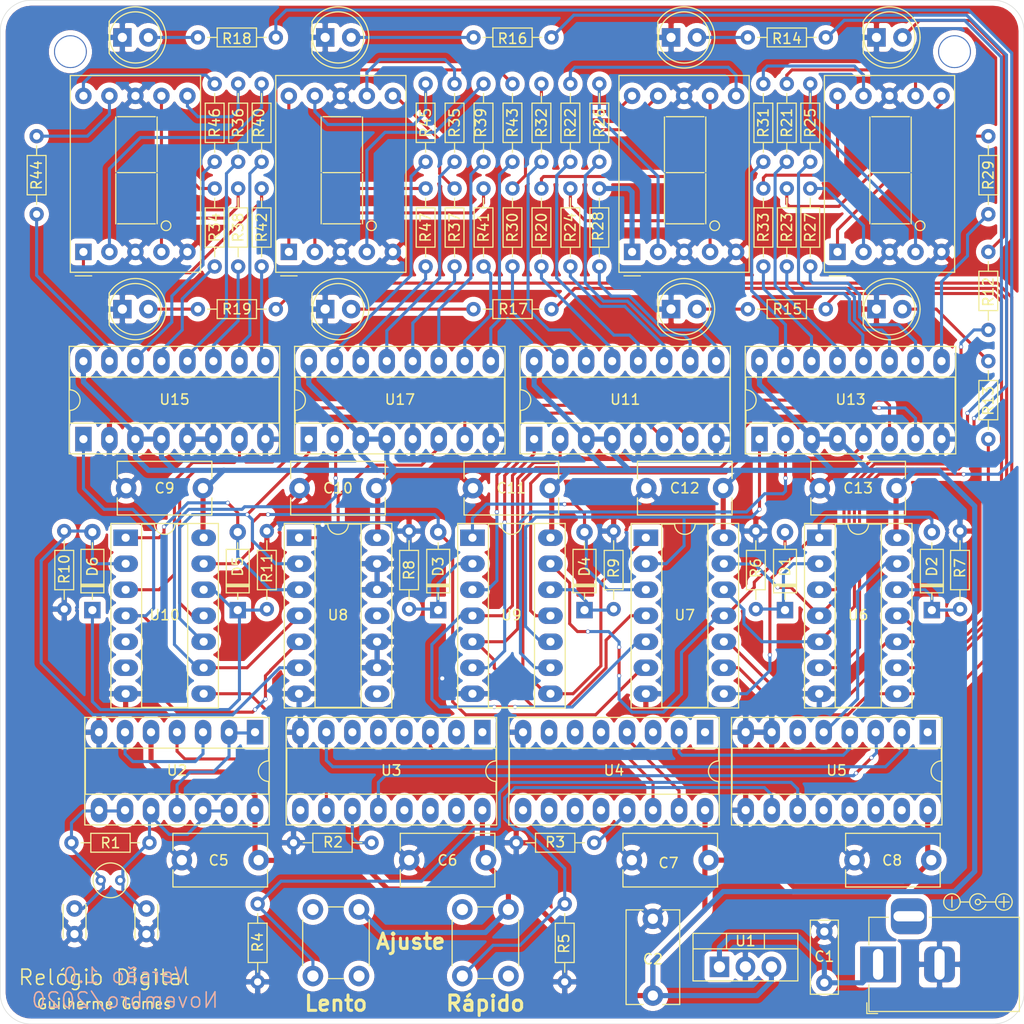
<source format=kicad_pcb>
(kicad_pcb (version 20171130) (host pcbnew 5.1.8-1.fc33)
  (title_block (date 2020-11-21))
  (layers (0 F.Cu signal) (31 B.Cu signal) (34 B.Paste user) (35 F.Paste user) (36 B.SilkS user) (37 F.SilkS user) (38 B.Mask user) (39 F.Mask user) (44 Edge.Cuts user))
  (net 0 "")
  (net 1 GNDREF)
  (net 2 "Net-(C1-Pad1)")
  (net 3 +5V)
  (net 4 "Net-(C3-Pad1)")
  (net 5 "Net-(C4-Pad1)")
  (net 6 "Net-(D1-Pad2)")
  (net 7 "Net-(D1-Pad1)")
  (net 8 "Net-(D2-Pad2)")
  (net 9 "Net-(D2-Pad1)")
  (net 10 "Net-(D3-Pad2)")
  (net 11 "Net-(D4-Pad2)")
  (net 12 "Net-(D4-Pad1)")
  (net 13 "Net-(D5-Pad2)")
  (net 14 "Net-(D5-Pad1)")
  (net 15 "Net-(D6-Pad2)")
  (net 16 "/Divisor de frequência/osc")
  (net 17 "Net-(R3-Pad1)")
  (net 18 "Net-(R4-Pad1)")
  (net 19 "Net-(R5-Pad1)")
  (net 20 "Net-(R20-Pad2)")
  (net 21 "Net-(R20-Pad1)")
  (net 22 "Net-(R21-Pad2)")
  (net 23 "Net-(R21-Pad1)")
  (net 24 "Net-(R22-Pad2)")
  (net 25 "Net-(R22-Pad1)")
  (net 26 "Net-(R23-Pad2)")
  (net 27 "Net-(R23-Pad1)")
  (net 28 "Net-(R24-Pad2)")
  (net 29 "Net-(R24-Pad1)")
  (net 30 "Net-(R25-Pad2)")
  (net 31 "Net-(R25-Pad1)")
  (net 32 "Net-(R26-Pad2)")
  (net 33 "Net-(R26-Pad1)")
  (net 34 "Net-(R27-Pad2)")
  (net 35 "Net-(R27-Pad1)")
  (net 36 "Net-(R28-Pad2)")
  (net 37 "Net-(R28-Pad1)")
  (net 38 "Net-(R29-Pad2)")
  (net 39 "Net-(R29-Pad1)")
  (net 40 "Net-(R30-Pad2)")
  (net 41 "Net-(R30-Pad1)")
  (net 42 "Net-(R31-Pad2)")
  (net 43 "Net-(R31-Pad1)")
  (net 44 "Net-(R32-Pad2)")
  (net 45 "Net-(R32-Pad1)")
  (net 46 "Net-(R33-Pad2)")
  (net 47 "Net-(R33-Pad1)")
  (net 48 "Net-(R34-Pad2)")
  (net 49 "Net-(R34-Pad1)")
  (net 50 "Net-(R35-Pad2)")
  (net 51 "Net-(R35-Pad1)")
  (net 52 "Net-(R36-Pad2)")
  (net 53 "Net-(R36-Pad1)")
  (net 54 "Net-(R37-Pad2)")
  (net 55 "Net-(R37-Pad1)")
  (net 56 "Net-(R38-Pad2)")
  (net 57 "Net-(R38-Pad1)")
  (net 58 "Net-(R39-Pad2)")
  (net 59 "Net-(R39-Pad1)")
  (net 60 "Net-(R40-Pad2)")
  (net 61 "Net-(R40-Pad1)")
  (net 62 "Net-(R41-Pad2)")
  (net 63 "Net-(R41-Pad1)")
  (net 64 "Net-(R42-Pad2)")
  (net 65 "Net-(R42-Pad1)")
  (net 66 "Net-(R43-Pad2)")
  (net 67 "Net-(R43-Pad1)")
  (net 68 "Net-(R44-Pad2)")
  (net 69 "Net-(R44-Pad1)")
  (net 70 "Net-(R45-Pad2)")
  (net 71 "Net-(R45-Pad1)")
  (net 72 "Net-(R46-Pad2)")
  (net 73 "Net-(R46-Pad1)")
  (net 74 "Net-(R47-Pad2)")
  (net 75 "Net-(R47-Pad1)")
  (net 76 "Net-(U3-Pad15)")
  (net 77 "/Divisor de frequência/fast")
  (net 78 "Net-(U3-Pad14)")
  (net 79 "Net-(U3-Pad6)")
  (net 80 "Net-(U3-Pad13)")
  (net 81 "Net-(U3-Pad5)")
  (net 82 "/Divisor de frequência/slow")
  (net 83 "Net-(U3-Pad4)")
  (net 84 "Net-(U3-Pad3)")
  (net 85 "Net-(U3-Pad2)")
  (net 86 "Net-(U3-Pad9)")
  (net 87 "Net-(U3-Pad1)")
  (net 88 "Net-(U4-Pad15)")
  (net 89 "Net-(U4-Pad7)")
  (net 90 "Net-(U4-Pad6)")
  (net 91 "Net-(U4-Pad5)")
  (net 92 "Net-(U4-Pad12)")
  (net 93 "Net-(U4-Pad11)")
  (net 94 "Net-(U4-Pad3)")
  (net 95 "Net-(U4-Pad10)")
  (net 96 "/Divisor de frequência/clock_seg")
  (net 97 "Net-(U4-Pad9)")
  (net 98 "Net-(U4-Pad1)")
  (net 99 "Net-(U5-Pad15)")
  (net 100 "Net-(U5-Pad14)")
  (net 101 "Net-(U5-Pad6)")
  (net 102 "Net-(U5-Pad13)")
  (net 103 /Contador/clock)
  (net 104 "Net-(U5-Pad12)")
  (net 105 "Net-(U5-Pad1)")
  (net 106 /Contador/dez_min_b)
  (net 107 /Contador/dez_min_c)
  (net 108 /Contador/dez_hor_b)
  (net 109 /Contador/un_hor_c)
  (net 110 /Contador/un_hor_b)
  (net 111 /Contador/un_hor_d)
  (net 112 /Contador/dez_hor_a)
  (net 113 /Contador/un_hor_a)
  (net 114 /Contador/un_min_d)
  (net 115 /Contador/un_min_c)
  (net 116 /Contador/dez_min_a)
  (net 117 /Contador/un_min_b)
  (net 118 /Contador/un_min_a)
  (net 119 /Contador/dez_min_d)
  (net 120 /Contador/dez_seg_b)
  (net 121 /Contador/dez_seg_c)
  (net 122 /Contador/un_seg_b)
  (net 123 /Contador/un_seg_d)
  (net 124 /Contador/un_seg_c)
  (net 125 /Contador/dez_seg_a)
  (net 126 /Contador/un_seg_a)
  (net 127 /Contador/dez_seg_d)
  (net 128 "Net-(SW1-Pad2)")
  (net 129 "Net-(SW2-Pad2)")
  (net 130 "Net-(SW1-Pad3)")
  (net 131 "Net-(SW2-Pad3)")
  (net 132 "Net-(R2-Pad1)")
  (net 133 "Net-(D3-Pad1)")
  (net 134 "Net-(U8-Pad11)")
  (net 135 "Net-(U8-Pad8)")
  (net 136 "Net-(U10-Pad6)")
  (net 137 "Net-(U10-Pad5)")
  (net 138 "Net-(D7-Pad2)")
  (net 139 "Net-(D8-Pad2)")
  (net 140 "Net-(D9-Pad2)")
  (net 141 "Net-(D10-Pad2)")
  (net 142 "Net-(D11-Pad2)")
  (net 143 "Net-(D12-Pad2)")
  (net 144 "Net-(D13-Pad2)")
  (net 145 "Net-(D14-Pad2)")
  (net 146 "Net-(U2-Pad3)")
  (net 147 "Net-(U2-Pad1)")
  (module Package_DIP:DIP-14_W7.62mm_Socket_LongPads (layer F.Cu) (at 158.0625 112.5)
    (fp_text reference U7 (at 3.8 7.5575) (layer F.SilkS))
    (fp_text value 74HC08)
    (pad 14 thru_hole oval (at 7.62 0) (size 2.4 1.6) (drill 0.8) (layers *.Cu *.Mask) (net 3 +5V))
    (pad 7 thru_hole oval (at 0 15.24) (size 2.4 1.6) (drill 0.8) (layers *.Cu *.Mask) (net 1 GNDREF))
    (pad 13 thru_hole oval (at 7.62 2.54) (size 2.4 1.6) (drill 0.8) (layers *.Cu *.Mask) (net 120 /Contador/dez_seg_b))
    (pad 6 thru_hole oval (at 0 12.7) (size 2.4 1.6) (drill 0.8) (layers *.Cu *.Mask) (net 10 "Net-(D3-Pad2)"))
    (pad 12 thru_hole oval (at 7.62 5.08) (size 2.4 1.6) (drill 0.8) (layers *.Cu *.Mask) (net 121 /Contador/dez_seg_c))
    (pad 5 thru_hole oval (at 0 10.16) (size 2.4 1.6) (drill 0.8) (layers *.Cu *.Mask) (net 106 /Contador/dez_min_b))
    (pad 11 thru_hole oval (at 7.62 7.62) (size 2.4 1.6) (drill 0.8) (layers *.Cu *.Mask) (net 6 "Net-(D1-Pad2)"))
    (pad 4 thru_hole oval (at 0 7.62) (size 2.4 1.6) (drill 0.8) (layers *.Cu *.Mask) (net 107 /Contador/dez_min_c))
    (pad 10 thru_hole oval (at 7.62 10.16) (size 2.4 1.6) (drill 0.8) (layers *.Cu *.Mask) (net 122 /Contador/un_seg_b))
    (pad 3 thru_hole oval (at 0 5.08) (size 2.4 1.6) (drill 0.8) (layers *.Cu *.Mask) (net 11 "Net-(D4-Pad2)"))
    (pad 9 thru_hole oval (at 7.62 12.7) (size 2.4 1.6) (drill 0.8) (layers *.Cu *.Mask) (net 123 /Contador/un_seg_d))
    (pad 2 thru_hole oval (at 0 2.54) (size 2.4 1.6) (drill 0.8) (layers *.Cu *.Mask) (net 117 /Contador/un_min_b))
    (pad 8 thru_hole oval (at 7.62 15.24) (size 2.4 1.6) (drill 0.8) (layers *.Cu *.Mask) (net 8 "Net-(D2-Pad2)"))
    (pad 1 thru_hole rect (at 0 0) (size 2.4 1.6) (drill 0.8) (layers *.Cu *.Mask) (net 114 /Contador/un_min_d))
  )
  (module Display_7Segment:D1X8K (layer F.Cu) (at 103.124 84.582 90)
    (fp_text reference U16 hide)
    (fp_text value 5611AH)
    (pad 5 thru_hole circle (at 0 10.16) (size 1.6 1.6) (drill 0.8) (layers *.Cu *.Mask) (net 1 GNDREF))
    (pad 4 thru_hole circle (at 0 7.62) (size 1.6 1.6) (drill 0.8) (layers *.Cu *.Mask) (net 56 "Net-(R38-Pad2)"))
    (pad 3 thru_hole circle (at 0 5.08) (size 1.6 1.6) (drill 0.8) (layers *.Cu *.Mask) (net 1 GNDREF))
    (pad 2 thru_hole circle (at 0 2.54) (size 1.6 1.6) (drill 0.8) (layers *.Cu *.Mask) (net 60 "Net-(R40-Pad2)"))
    (pad 6 thru_hole circle (at 15.24 10.16) (size 1.6 1.6) (drill 0.8) (layers *.Cu *.Mask) (net 52 "Net-(R36-Pad2)"))
    (pad 7 thru_hole circle (at 15.24 7.62) (size 1.6 1.6) (drill 0.8) (layers *.Cu *.Mask) (net 48 "Net-(R34-Pad2)"))
    (pad 8 thru_hole circle (at 15.24 5.08) (size 1.6 1.6) (drill 0.8) (layers *.Cu *.Mask) (net 1 GNDREF))
    (pad 9 thru_hole circle (at 15.24 2.54) (size 1.6 1.6) (drill 0.8) (layers *.Cu *.Mask) (net 68 "Net-(R44-Pad2)"))
    (pad 1 thru_hole rect (at 0 0) (size 1.6 1.6) (drill 0.8) (layers *.Cu *.Mask) (net 64 "Net-(R42-Pad2)"))
    (pad 10 thru_hole circle (at 15.24 0) (size 1.6 1.6) (drill 0.8) (layers *.Cu *.Mask) (net 72 "Net-(R46-Pad2)"))
  )
  (module Display_7Segment:D1X8K (layer F.Cu) (at 123.19 84.582 90)
    (fp_text reference U18 hide)
    (fp_text value 5611AH)
    (pad 5 thru_hole circle (at 0 10.16) (size 1.6 1.6) (drill 0.8) (layers *.Cu *.Mask) (net 1 GNDREF))
    (pad 4 thru_hole circle (at 0 7.62) (size 1.6 1.6) (drill 0.8) (layers *.Cu *.Mask) (net 58 "Net-(R39-Pad2)"))
    (pad 3 thru_hole circle (at 0 5.08) (size 1.6 1.6) (drill 0.8) (layers *.Cu *.Mask) (net 1 GNDREF))
    (pad 2 thru_hole circle (at 0 2.54) (size 1.6 1.6) (drill 0.8) (layers *.Cu *.Mask) (net 62 "Net-(R41-Pad2)"))
    (pad 6 thru_hole circle (at 15.24 10.16) (size 1.6 1.6) (drill 0.8) (layers *.Cu *.Mask) (net 54 "Net-(R37-Pad2)"))
    (pad 7 thru_hole circle (at 15.24 7.62) (size 1.6 1.6) (drill 0.8) (layers *.Cu *.Mask) (net 50 "Net-(R35-Pad2)"))
    (pad 8 thru_hole circle (at 15.24 5.08) (size 1.6 1.6) (drill 0.8) (layers *.Cu *.Mask) (net 1 GNDREF))
    (pad 9 thru_hole circle (at 15.24 2.54) (size 1.6 1.6) (drill 0.8) (layers *.Cu *.Mask) (net 70 "Net-(R45-Pad2)"))
    (pad 1 thru_hole rect (at 0 0) (size 1.6 1.6) (drill 0.8) (layers *.Cu *.Mask) (net 66 "Net-(R43-Pad2)"))
    (pad 10 thru_hole circle (at 15.24 0) (size 1.6 1.6) (drill 0.8) (layers *.Cu *.Mask) (net 74 "Net-(R47-Pad2)"))
  )
  (module Display_7Segment:D1X8K (layer F.Cu) (at 176.784 84.582 90)
    (fp_text reference U14 hide)
    (fp_text value 5611AH)
    (pad 5 thru_hole circle (at 0 10.16) (size 1.6 1.6) (drill 0.8) (layers *.Cu *.Mask) (net 1 GNDREF))
    (pad 4 thru_hole circle (at 0 7.62) (size 1.6 1.6) (drill 0.8) (layers *.Cu *.Mask) (net 30 "Net-(R25-Pad2)"))
    (pad 3 thru_hole circle (at 0 5.08) (size 1.6 1.6) (drill 0.8) (layers *.Cu *.Mask) (net 1 GNDREF))
    (pad 2 thru_hole circle (at 0 2.54) (size 1.6 1.6) (drill 0.8) (layers *.Cu *.Mask) (net 34 "Net-(R27-Pad2)"))
    (pad 6 thru_hole circle (at 15.24 10.16) (size 1.6 1.6) (drill 0.8) (layers *.Cu *.Mask) (net 26 "Net-(R23-Pad2)"))
    (pad 7 thru_hole circle (at 15.24 7.62) (size 1.6 1.6) (drill 0.8) (layers *.Cu *.Mask) (net 22 "Net-(R21-Pad2)"))
    (pad 8 thru_hole circle (at 15.24 5.08) (size 1.6 1.6) (drill 0.8) (layers *.Cu *.Mask) (net 1 GNDREF))
    (pad 9 thru_hole circle (at 15.24 2.54) (size 1.6 1.6) (drill 0.8) (layers *.Cu *.Mask) (net 42 "Net-(R31-Pad2)"))
    (pad 1 thru_hole rect (at 0 0) (size 1.6 1.6) (drill 0.8) (layers *.Cu *.Mask) (net 38 "Net-(R29-Pad2)"))
    (pad 10 thru_hole circle (at 15.24 0) (size 1.6 1.6) (drill 0.8) (layers *.Cu *.Mask) (net 46 "Net-(R33-Pad2)"))
  )
  (module Resistor_THT:R_Axial_DIN0204_L3.6mm_D1.6mm_P7.62mm_Horizontal (layer F.Cu) (at 175.641 90.17 180)
    (fp_text reference R15 (at 3.75 0) (layer F.SilkS))
    (fp_text value 470)
    (pad 2 thru_hole oval (at 7.62 0 180) (size 1.4 1.4) (drill 0.7) (layers *.Cu *.Mask) (net 141 "Net-(D10-Pad2)"))
    (pad 1 thru_hole circle (at 0 0 180) (size 1.4 1.4) (drill 0.7) (layers *.Cu *.Mask) (net 122 /Contador/un_seg_b))
  )
  (module Package_DIP:DIP-14_W7.62mm_Socket_LongPads (layer F.Cu) (at 119.888 131.496 270)
    (fp_text reference U2 (at 3.7325 7.62 180) (layer F.SilkS))
    (fp_text value 4093)
    (pad 14 thru_hole oval (at 7.62 0 270) (size 2.4 1.6) (drill 0.8) (layers *.Cu *.Mask) (net 3 +5V))
    (pad 7 thru_hole oval (at 0 15.24 270) (size 2.4 1.6) (drill 0.8) (layers *.Cu *.Mask) (net 1 GNDREF))
    (pad 13 thru_hole oval (at 7.62 2.54 270) (size 2.4 1.6) (drill 0.8) (layers *.Cu *.Mask) (net 5 "Net-(C4-Pad1)"))
    (pad 6 thru_hole oval (at 0 12.7 270) (size 2.4 1.6) (drill 0.8) (layers *.Cu *.Mask) (net 146 "Net-(U2-Pad3)"))
    (pad 12 thru_hole oval (at 7.62 5.08 270) (size 2.4 1.6) (drill 0.8) (layers *.Cu *.Mask) (net 5 "Net-(C4-Pad1)"))
    (pad 5 thru_hole oval (at 0 10.16 270) (size 2.4 1.6) (drill 0.8) (layers *.Cu *.Mask) (net 3 +5V))
    (pad 11 thru_hole oval (at 7.62 7.62 270) (size 2.4 1.6) (drill 0.8) (layers *.Cu *.Mask) (net 147 "Net-(U2-Pad1)"))
    (pad 4 thru_hole oval (at 0 7.62 270) (size 2.4 1.6) (drill 0.8) (layers *.Cu *.Mask) (net 16 "/Divisor de frequência/osc"))
    (pad 10 thru_hole oval (at 7.62 10.16 270) (size 2.4 1.6) (drill 0.8) (layers *.Cu *.Mask) (net 5 "Net-(C4-Pad1)"))
    (pad 3 thru_hole oval (at 0 5.08 270) (size 2.4 1.6) (drill 0.8) (layers *.Cu *.Mask) (net 146 "Net-(U2-Pad3)"))
    (pad 9 thru_hole oval (at 7.62 12.7 270) (size 2.4 1.6) (drill 0.8) (layers *.Cu *.Mask) (net 4 "Net-(C3-Pad1)"))
    (pad 2 thru_hole oval (at 0 2.54 270) (size 2.4 1.6) (drill 0.8) (layers *.Cu *.Mask) (net 147 "Net-(U2-Pad1)"))
    (pad 8 thru_hole oval (at 7.62 15.24 270) (size 2.4 1.6) (drill 0.8) (layers *.Cu *.Mask) (net 4 "Net-(C3-Pad1)"))
    (pad 1 thru_hole rect (at 0 0 270) (size 2.4 1.6) (drill 0.8) (layers *.Cu *.Mask) (net 147 "Net-(U2-Pad1)"))
  )
  (module Package_DIP:DIP-16_W7.62mm_Socket_LongPads (layer F.Cu) (at 163.846 131.496 270)
    (fp_text reference U4 (at 3.7325 8.9 180) (layer F.SilkS))
    (fp_text value 4017)
    (pad 16 thru_hole oval (at 7.62 0 270) (size 2.4 1.6) (drill 0.8) (layers *.Cu *.Mask) (net 3 +5V))
    (pad 8 thru_hole oval (at 0 17.78 270) (size 2.4 1.6) (drill 0.8) (layers *.Cu *.Mask) (net 1 GNDREF))
    (pad 15 thru_hole oval (at 7.62 2.54 270) (size 2.4 1.6) (drill 0.8) (layers *.Cu *.Mask) (net 88 "Net-(U4-Pad15)"))
    (pad 7 thru_hole oval (at 0 15.24 270) (size 2.4 1.6) (drill 0.8) (layers *.Cu *.Mask) (net 89 "Net-(U4-Pad7)"))
    (pad 14 thru_hole oval (at 7.62 5.08 270) (size 2.4 1.6) (drill 0.8) (layers *.Cu *.Mask) (net 84 "Net-(U3-Pad3)"))
    (pad 6 thru_hole oval (at 0 12.7 270) (size 2.4 1.6) (drill 0.8) (layers *.Cu *.Mask) (net 90 "Net-(U4-Pad6)"))
    (pad 13 thru_hole oval (at 7.62 7.62 270) (size 2.4 1.6) (drill 0.8) (layers *.Cu *.Mask) (net 17 "Net-(R3-Pad1)"))
    (pad 5 thru_hole oval (at 0 10.16 270) (size 2.4 1.6) (drill 0.8) (layers *.Cu *.Mask) (net 91 "Net-(U4-Pad5)"))
    (pad 12 thru_hole oval (at 7.62 10.16 270) (size 2.4 1.6) (drill 0.8) (layers *.Cu *.Mask) (net 92 "Net-(U4-Pad12)"))
    (pad 4 thru_hole oval (at 0 7.62 270) (size 2.4 1.6) (drill 0.8) (layers *.Cu *.Mask) (net 88 "Net-(U4-Pad15)"))
    (pad 11 thru_hole oval (at 7.62 12.7 270) (size 2.4 1.6) (drill 0.8) (layers *.Cu *.Mask) (net 93 "Net-(U4-Pad11)"))
    (pad 3 thru_hole oval (at 0 5.08 270) (size 2.4 1.6) (drill 0.8) (layers *.Cu *.Mask) (net 94 "Net-(U4-Pad3)"))
    (pad 10 thru_hole oval (at 7.62 15.24 270) (size 2.4 1.6) (drill 0.8) (layers *.Cu *.Mask) (net 95 "Net-(U4-Pad10)"))
    (pad 2 thru_hole oval (at 0 2.54 270) (size 2.4 1.6) (drill 0.8) (layers *.Cu *.Mask) (net 96 "/Divisor de frequência/clock_seg"))
    (pad 9 thru_hole oval (at 7.62 17.78 270) (size 2.4 1.6) (drill 0.8) (layers *.Cu *.Mask) (net 97 "Net-(U4-Pad9)"))
    (pad 1 thru_hole rect (at 0 0 270) (size 2.4 1.6) (drill 0.8) (layers *.Cu *.Mask) (net 98 "Net-(U4-Pad1)"))
  )
  (module Resistor_THT:R_Axial_DIN0204_L3.6mm_D1.6mm_P7.62mm_Horizontal (layer F.Cu) (at 121.92 63.631 180)
    (fp_text reference R18 (at 3.81 -0.123) (layer F.SilkS))
    (fp_text value 470)
    (pad 2 thru_hole oval (at 7.62 0 180) (size 1.4 1.4) (drill 0.7) (layers *.Cu *.Mask) (net 144 "Net-(D13-Pad2)"))
    (pad 1 thru_hole circle (at 0 0 180) (size 1.4 1.4) (drill 0.7) (layers *.Cu *.Mask) (net 127 /Contador/dez_seg_d))
  )
  (module Resistor_THT:R_Axial_DIN0204_L3.6mm_D1.6mm_P7.62mm_Horizontal (layer F.Cu) (at 148.8465 63.631 180)
    (fp_text reference R16 (at 3.81 -0.123) (layer F.SilkS))
    (fp_text value 470)
    (pad 2 thru_hole oval (at 7.62 0 180) (size 1.4 1.4) (drill 0.7) (layers *.Cu *.Mask) (net 142 "Net-(D11-Pad2)"))
    (pad 1 thru_hole circle (at 0 0 180) (size 1.4 1.4) (drill 0.7) (layers *.Cu *.Mask) (net 121 /Contador/dez_seg_c))
  )
  (module Resistor_THT:R_Axial_DIN0204_L3.6mm_D1.6mm_P7.62mm_Horizontal (layer F.Cu) (at 175.641 63.631 180)
    (fp_text reference R14 (at 3.81 -0.123) (layer F.SilkS))
    (fp_text value 470)
    (pad 2 thru_hole oval (at 7.62 0 180) (size 1.4 1.4) (drill 0.7) (layers *.Cu *.Mask) (net 140 "Net-(D9-Pad2)"))
    (pad 1 thru_hole circle (at 0 0 180) (size 1.4 1.4) (drill 0.7) (layers *.Cu *.Mask) (net 120 /Contador/dez_seg_b))
  )
  (module Resistor_THT:R_Axial_DIN0204_L3.6mm_D1.6mm_P7.62mm_Horizontal (layer F.Cu) (at 191.516 92.202 90)
    (fp_text reference R12 (at 3.71 0 90) (layer F.SilkS))
    (fp_text value 470)
    (pad 2 thru_hole oval (at 7.62 0 90) (size 1.4 1.4) (drill 0.7) (layers *.Cu *.Mask) (net 138 "Net-(D7-Pad2)"))
    (pad 1 thru_hole circle (at 0 0 90) (size 1.4 1.4) (drill 0.7) (layers *.Cu *.Mask) (net 125 /Contador/dez_seg_a))
  )
  (module LED_THT:LED_D5.0mm (layer F.Cu) (at 106.929 90.17)
    (fp_text reference D14 hide)
    (fp_text value LED_Small)
    (pad 2 thru_hole circle (at 2.54 0) (size 1.8 1.8) (drill 0.9) (layers *.Cu *.Mask) (net 145 "Net-(D14-Pad2)"))
    (pad 1 thru_hole rect (at 0 0) (size 1.8 1.8) (drill 0.9) (layers *.Cu *.Mask) (net 1 GNDREF))
  )
  (module LED_THT:LED_D5.0mm (layer F.Cu) (at 106.929 63.631)
    (fp_text reference D13 hide)
    (fp_text value LED_Small)
    (pad 2 thru_hole circle (at 2.54 0) (size 1.8 1.8) (drill 0.9) (layers *.Cu *.Mask) (net 144 "Net-(D13-Pad2)"))
    (pad 1 thru_hole rect (at 0 0) (size 1.8 1.8) (drill 0.9) (layers *.Cu *.Mask) (net 1 GNDREF))
  )
  (module LED_THT:LED_D5.0mm (layer F.Cu) (at 126.741 90.17)
    (fp_text reference D12 hide)
    (fp_text value LED_Small)
    (pad 2 thru_hole circle (at 2.54 0) (size 1.8 1.8) (drill 0.9) (layers *.Cu *.Mask) (net 143 "Net-(D12-Pad2)"))
    (pad 1 thru_hole rect (at 0 0) (size 1.8 1.8) (drill 0.9) (layers *.Cu *.Mask) (net 1 GNDREF))
  )
  (module LED_THT:LED_D5.0mm (layer F.Cu) (at 126.741 63.631)
    (fp_text reference D11 hide)
    (fp_text value LED_Small)
    (pad 2 thru_hole circle (at 2.54 0) (size 1.8 1.8) (drill 0.9) (layers *.Cu *.Mask) (net 142 "Net-(D11-Pad2)"))
    (pad 1 thru_hole rect (at 0 0) (size 1.8 1.8) (drill 0.9) (layers *.Cu *.Mask) (net 1 GNDREF))
  )
  (module LED_THT:LED_D5.0mm (layer F.Cu) (at 160.523 90.17)
    (fp_text reference D10 hide)
    (fp_text value LED_Small)
    (pad 2 thru_hole circle (at 2.54 0) (size 1.8 1.8) (drill 0.9) (layers *.Cu *.Mask) (net 141 "Net-(D10-Pad2)"))
    (pad 1 thru_hole rect (at 0 0) (size 1.8 1.8) (drill 0.9) (layers *.Cu *.Mask) (net 1 GNDREF))
  )
  (module LED_THT:LED_D5.0mm (layer F.Cu) (at 160.523 63.631)
    (fp_text reference D9 hide)
    (fp_text value LED_Small)
    (pad 2 thru_hole circle (at 2.54 0) (size 1.8 1.8) (drill 0.9) (layers *.Cu *.Mask) (net 140 "Net-(D9-Pad2)"))
    (pad 1 thru_hole rect (at 0 0) (size 1.8 1.8) (drill 0.9) (layers *.Cu *.Mask) (net 1 GNDREF))
  )
  (module LED_THT:LED_D5.0mm (layer F.Cu) (at 180.589 90.17)
    (fp_text reference D8 hide)
    (fp_text value LED_Small)
    (pad 2 thru_hole circle (at 2.54 0) (size 1.8 1.8) (drill 0.9) (layers *.Cu *.Mask) (net 139 "Net-(D8-Pad2)"))
    (pad 1 thru_hole rect (at 0 0) (size 1.8 1.8) (drill 0.9) (layers *.Cu *.Mask) (net 1 GNDREF))
  )
  (module LED_THT:LED_D5.0mm (layer F.Cu) (at 180.589 63.631)
    (fp_text reference D7 hide)
    (fp_text value LED_Small)
    (pad 2 thru_hole circle (at 2.54 0) (size 1.8 1.8) (drill 0.9) (layers *.Cu *.Mask) (net 138 "Net-(D7-Pad2)"))
    (pad 1 thru_hole rect (at 0 0) (size 1.8 1.8) (drill 0.9) (layers *.Cu *.Mask) (net 1 GNDREF))
  )
  (module Package_DIP:DIP-16_W7.62mm_Socket_LongPads (layer F.Cu) (at 142.096 131.496 270)
    (fp_text reference U3 (at 3.7325 8.9 180) (layer F.SilkS))
    (fp_text value 4020)
    (pad 16 thru_hole oval (at 7.62 0 270) (size 2.4 1.6) (drill 0.8) (layers *.Cu *.Mask) (net 3 +5V))
    (pad 8 thru_hole oval (at 0 17.78 270) (size 2.4 1.6) (drill 0.8) (layers *.Cu *.Mask) (net 1 GNDREF))
    (pad 15 thru_hole oval (at 7.62 2.54 270) (size 2.4 1.6) (drill 0.8) (layers *.Cu *.Mask) (net 76 "Net-(U3-Pad15)"))
    (pad 7 thru_hole oval (at 0 15.24 270) (size 2.4 1.6) (drill 0.8) (layers *.Cu *.Mask) (net 77 "/Divisor de frequência/fast"))
    (pad 14 thru_hole oval (at 7.62 5.08 270) (size 2.4 1.6) (drill 0.8) (layers *.Cu *.Mask) (net 78 "Net-(U3-Pad14)"))
    (pad 6 thru_hole oval (at 0 12.7 270) (size 2.4 1.6) (drill 0.8) (layers *.Cu *.Mask) (net 79 "Net-(U3-Pad6)"))
    (pad 13 thru_hole oval (at 7.62 7.62 270) (size 2.4 1.6) (drill 0.8) (layers *.Cu *.Mask) (net 80 "Net-(U3-Pad13)"))
    (pad 5 thru_hole oval (at 0 10.16 270) (size 2.4 1.6) (drill 0.8) (layers *.Cu *.Mask) (net 81 "Net-(U3-Pad5)"))
    (pad 12 thru_hole oval (at 7.62 10.16 270) (size 2.4 1.6) (drill 0.8) (layers *.Cu *.Mask) (net 82 "/Divisor de frequência/slow"))
    (pad 4 thru_hole oval (at 0 7.62 270) (size 2.4 1.6) (drill 0.8) (layers *.Cu *.Mask) (net 83 "Net-(U3-Pad4)"))
    (pad 11 thru_hole oval (at 7.62 12.7 270) (size 2.4 1.6) (drill 0.8) (layers *.Cu *.Mask) (net 132 "Net-(R2-Pad1)"))
    (pad 3 thru_hole oval (at 0 5.08 270) (size 2.4 1.6) (drill 0.8) (layers *.Cu *.Mask) (net 84 "Net-(U3-Pad3)"))
    (pad 10 thru_hole oval (at 7.62 15.24 270) (size 2.4 1.6) (drill 0.8) (layers *.Cu *.Mask) (net 16 "/Divisor de frequência/osc"))
    (pad 2 thru_hole oval (at 0 2.54 270) (size 2.4 1.6) (drill 0.8) (layers *.Cu *.Mask) (net 85 "Net-(U3-Pad2)"))
    (pad 9 thru_hole oval (at 7.62 17.78 270) (size 2.4 1.6) (drill 0.8) (layers *.Cu *.Mask) (net 86 "Net-(U3-Pad9)"))
    (pad 1 thru_hole rect (at 0 0 270) (size 2.4 1.6) (drill 0.8) (layers *.Cu *.Mask) (net 87 "Net-(U3-Pad1)"))
  )
  (module Resistor_THT:R_Axial_DIN0204_L3.6mm_D1.6mm_P7.62mm_Horizontal (layer F.Cu) (at 120.142 148.264 270)
    (fp_text reference R4 (at 3.75 0 90) (layer F.SilkS))
    (fp_text value 10k)
    (pad 2 thru_hole oval (at 7.62 0 270) (size 1.4 1.4) (drill 0.7) (layers *.Cu *.Mask) (net 1 GNDREF))
    (pad 1 thru_hole circle (at 0 0 270) (size 1.4 1.4) (drill 0.7) (layers *.Cu *.Mask) (net 18 "Net-(R4-Pad1)"))
  )
  (module Package_DIP:DIP-14_W7.62mm_Socket_LongPads (layer F.Cu) (at 107.25 112.5)
    (fp_text reference U10 (at 3.8 7.5575) (layer F.SilkS))
    (fp_text value 74HC393)
    (pad 14 thru_hole oval (at 7.62 0) (size 2.4 1.6) (drill 0.8) (layers *.Cu *.Mask) (net 3 +5V))
    (pad 7 thru_hole oval (at 0 15.24) (size 2.4 1.6) (drill 0.8) (layers *.Cu *.Mask) (net 1 GNDREF))
    (pad 13 thru_hole oval (at 7.62 2.54) (size 2.4 1.6) (drill 0.8) (layers *.Cu *.Mask) (net 10 "Net-(D3-Pad2)"))
    (pad 6 thru_hole oval (at 0 12.7) (size 2.4 1.6) (drill 0.8) (layers *.Cu *.Mask) (net 136 "Net-(U10-Pad6)"))
    (pad 12 thru_hole oval (at 7.62 5.08) (size 2.4 1.6) (drill 0.8) (layers *.Cu *.Mask) (net 14 "Net-(D5-Pad1)"))
    (pad 5 thru_hole oval (at 0 10.16) (size 2.4 1.6) (drill 0.8) (layers *.Cu *.Mask) (net 137 "Net-(U10-Pad5)"))
    (pad 11 thru_hole oval (at 7.62 7.62) (size 2.4 1.6) (drill 0.8) (layers *.Cu *.Mask) (net 113 /Contador/un_hor_a))
    (pad 4 thru_hole oval (at 0 7.62) (size 2.4 1.6) (drill 0.8) (layers *.Cu *.Mask) (net 108 /Contador/dez_hor_b))
    (pad 10 thru_hole oval (at 7.62 10.16) (size 2.4 1.6) (drill 0.8) (layers *.Cu *.Mask) (net 110 /Contador/un_hor_b))
    (pad 3 thru_hole oval (at 0 5.08) (size 2.4 1.6) (drill 0.8) (layers *.Cu *.Mask) (net 112 /Contador/dez_hor_a))
    (pad 9 thru_hole oval (at 7.62 12.7) (size 2.4 1.6) (drill 0.8) (layers *.Cu *.Mask) (net 109 /Contador/un_hor_c))
    (pad 2 thru_hole oval (at 0 2.54) (size 2.4 1.6) (drill 0.8) (layers *.Cu *.Mask) (net 15 "Net-(D6-Pad2)"))
    (pad 8 thru_hole oval (at 7.62 15.24) (size 2.4 1.6) (drill 0.8) (layers *.Cu *.Mask) (net 111 /Contador/un_hor_d))
    (pad 1 thru_hole rect (at 0 0) (size 2.4 1.6) (drill 0.8) (layers *.Cu *.Mask) (net 13 "Net-(D5-Pad2)"))
  )
  (module Button_Switch_THT:SW_PUSH_6mm_H5mm (layer F.Cu) (at 140.138 155.314 90)
    (fp_text reference SW2 hide)
    (fp_text value Tactile_switch)
    (pad 3 thru_hole circle (at 6.5 0 180) (size 2 2) (drill 1.1) (layers *.Cu *.Mask) (net 131 "Net-(SW2-Pad3)"))
    (pad 4 thru_hole circle (at 6.5 4.5 180) (size 2 2) (drill 1.1) (layers *.Cu *.Mask) (net 3 +5V))
    (pad 1 thru_hole circle (at 0 0 180) (size 2 2) (drill 1.1) (layers *.Cu *.Mask) (net 19 "Net-(R5-Pad1)"))
    (pad 2 thru_hole circle (at 0 4.5 180) (size 2 2) (drill 1.1) (layers *.Cu *.Mask) (net 129 "Net-(SW2-Pad2)"))
  )
  (module Button_Switch_THT:SW_PUSH_6mm_H5mm (layer F.Cu) (at 125.542 155.314 90)
    (fp_text reference SW1 hide)
    (fp_text value Tactile_switch)
    (pad 3 thru_hole circle (at 6.5 0 180) (size 2 2) (drill 1.1) (layers *.Cu *.Mask) (net 130 "Net-(SW1-Pad3)"))
    (pad 4 thru_hole circle (at 6.5 4.5 180) (size 2 2) (drill 1.1) (layers *.Cu *.Mask) (net 3 +5V))
    (pad 1 thru_hole circle (at 0 0 180) (size 2 2) (drill 1.1) (layers *.Cu *.Mask) (net 18 "Net-(R4-Pad1)"))
    (pad 2 thru_hole circle (at 0 4.5 180) (size 2 2) (drill 1.1) (layers *.Cu *.Mask) (net 128 "Net-(SW1-Pad2)"))
  )
  (module Package_TO_SOT_THT:TO-220-3_Vertical (layer F.Cu) (at 165.25 154.4195)
    (fp_text reference U1 (at 2.54 -2.5275) (layer F.SilkS))
    (fp_text value L7805)
    (pad 3 thru_hole oval (at 5.08 0) (size 1.905 2) (drill 1.1) (layers *.Cu *.Mask) (net 3 +5V))
    (pad 2 thru_hole oval (at 2.54 0) (size 1.905 2) (drill 1.1) (layers *.Cu *.Mask) (net 1 GNDREF))
    (pad 1 thru_hole rect (at 0 0) (size 1.905 2) (drill 1.1) (layers *.Cu *.Mask) (net 2 "Net-(C1-Pad1)"))
  )
  (module Crystal:Crystal_Round_D3.0mm_Vertical (layer F.Cu) (at 104.816 145.968)
    (fp_text reference Y1 hide)
    (fp_text value "32.768 Hz")
    (pad 2 thru_hole circle (at 1.9 0) (size 1 1) (drill 0.5) (layers *.Cu *.Mask) (net 5 "Net-(C4-Pad1)"))
    (pad 1 thru_hole circle (at 0 0) (size 1 1) (drill 0.5) (layers *.Cu *.Mask) (net 4 "Net-(C3-Pad1)"))
  )
  (module Package_DIP:DIP-16_W7.62mm_Socket_LongPads (layer F.Cu) (at 125.137333 102.87 90)
    (fp_text reference U17 (at 3.8675 8.9 180) (layer F.SilkS))
    (fp_text value 4511)
    (pad 16 thru_hole oval (at 7.62 0 90) (size 2.4 1.6) (drill 0.8) (layers *.Cu *.Mask) (net 3 +5V))
    (pad 8 thru_hole oval (at 0 17.78 90) (size 2.4 1.6) (drill 0.8) (layers *.Cu *.Mask) (net 1 GNDREF))
    (pad 15 thru_hole oval (at 7.62 2.54 90) (size 2.4 1.6) (drill 0.8) (layers *.Cu *.Mask) (net 71 "Net-(R45-Pad1)"))
    (pad 7 thru_hole oval (at 0 15.24 90) (size 2.4 1.6) (drill 0.8) (layers *.Cu *.Mask) (net 113 /Contador/un_hor_a))
    (pad 14 thru_hole oval (at 7.62 5.08 90) (size 2.4 1.6) (drill 0.8) (layers *.Cu *.Mask) (net 75 "Net-(R47-Pad1)"))
    (pad 6 thru_hole oval (at 0 12.7 90) (size 2.4 1.6) (drill 0.8) (layers *.Cu *.Mask) (net 111 /Contador/un_hor_d))
    (pad 13 thru_hole oval (at 7.62 7.62 90) (size 2.4 1.6) (drill 0.8) (layers *.Cu *.Mask) (net 51 "Net-(R35-Pad1)"))
    (pad 5 thru_hole oval (at 0 10.16 90) (size 2.4 1.6) (drill 0.8) (layers *.Cu *.Mask) (net 1 GNDREF))
    (pad 12 thru_hole oval (at 7.62 10.16 90) (size 2.4 1.6) (drill 0.8) (layers *.Cu *.Mask) (net 55 "Net-(R37-Pad1)"))
    (pad 4 thru_hole oval (at 0 7.62 90) (size 2.4 1.6) (drill 0.8) (layers *.Cu *.Mask) (net 3 +5V))
    (pad 11 thru_hole oval (at 7.62 12.7 90) (size 2.4 1.6) (drill 0.8) (layers *.Cu *.Mask) (net 59 "Net-(R39-Pad1)"))
    (pad 3 thru_hole oval (at 0 5.08 90) (size 2.4 1.6) (drill 0.8) (layers *.Cu *.Mask) (net 3 +5V))
    (pad 10 thru_hole oval (at 7.62 15.24 90) (size 2.4 1.6) (drill 0.8) (layers *.Cu *.Mask) (net 63 "Net-(R41-Pad1)"))
    (pad 2 thru_hole oval (at 0 2.54 90) (size 2.4 1.6) (drill 0.8) (layers *.Cu *.Mask) (net 109 /Contador/un_hor_c))
    (pad 9 thru_hole oval (at 7.62 17.78 90) (size 2.4 1.6) (drill 0.8) (layers *.Cu *.Mask) (net 67 "Net-(R43-Pad1)"))
    (pad 1 thru_hole rect (at 0 0 90) (size 2.4 1.6) (drill 0.8) (layers *.Cu *.Mask) (net 110 /Contador/un_hor_b))
  )
  (module Package_DIP:DIP-16_W7.62mm_Socket_LongPads (layer F.Cu) (at 169.164 102.87 90)
    (fp_text reference U13 (at 3.8675 8.9 180) (layer F.SilkS))
    (fp_text value 4511)
    (pad 16 thru_hole oval (at 7.62 0 90) (size 2.4 1.6) (drill 0.8) (layers *.Cu *.Mask) (net 3 +5V))
    (pad 8 thru_hole oval (at 0 17.78 90) (size 2.4 1.6) (drill 0.8) (layers *.Cu *.Mask) (net 1 GNDREF))
    (pad 15 thru_hole oval (at 7.62 2.54 90) (size 2.4 1.6) (drill 0.8) (layers *.Cu *.Mask) (net 43 "Net-(R31-Pad1)"))
    (pad 7 thru_hole oval (at 0 15.24 90) (size 2.4 1.6) (drill 0.8) (layers *.Cu *.Mask) (net 118 /Contador/un_min_a))
    (pad 14 thru_hole oval (at 7.62 5.08 90) (size 2.4 1.6) (drill 0.8) (layers *.Cu *.Mask) (net 47 "Net-(R33-Pad1)"))
    (pad 6 thru_hole oval (at 0 12.7 90) (size 2.4 1.6) (drill 0.8) (layers *.Cu *.Mask) (net 114 /Contador/un_min_d))
    (pad 13 thru_hole oval (at 7.62 7.62 90) (size 2.4 1.6) (drill 0.8) (layers *.Cu *.Mask) (net 23 "Net-(R21-Pad1)"))
    (pad 5 thru_hole oval (at 0 10.16 90) (size 2.4 1.6) (drill 0.8) (layers *.Cu *.Mask) (net 1 GNDREF))
    (pad 12 thru_hole oval (at 7.62 10.16 90) (size 2.4 1.6) (drill 0.8) (layers *.Cu *.Mask) (net 27 "Net-(R23-Pad1)"))
    (pad 4 thru_hole oval (at 0 7.62 90) (size 2.4 1.6) (drill 0.8) (layers *.Cu *.Mask) (net 3 +5V))
    (pad 11 thru_hole oval (at 7.62 12.7 90) (size 2.4 1.6) (drill 0.8) (layers *.Cu *.Mask) (net 31 "Net-(R25-Pad1)"))
    (pad 3 thru_hole oval (at 0 5.08 90) (size 2.4 1.6) (drill 0.8) (layers *.Cu *.Mask) (net 3 +5V))
    (pad 10 thru_hole oval (at 7.62 15.24 90) (size 2.4 1.6) (drill 0.8) (layers *.Cu *.Mask) (net 35 "Net-(R27-Pad1)"))
    (pad 2 thru_hole oval (at 0 2.54 90) (size 2.4 1.6) (drill 0.8) (layers *.Cu *.Mask) (net 115 /Contador/un_min_c))
    (pad 9 thru_hole oval (at 7.62 17.78 90) (size 2.4 1.6) (drill 0.8) (layers *.Cu *.Mask) (net 39 "Net-(R29-Pad1)"))
    (pad 1 thru_hole rect (at 0 0 90) (size 2.4 1.6) (drill 0.8) (layers *.Cu *.Mask) (net 117 /Contador/un_min_b))
  )
  (module Display_7Segment:D1X8K (layer F.Cu) (at 156.718 84.582 90)
    (fp_text reference U12 hide)
    (fp_text value 5611AH)
    (pad 5 thru_hole circle (at 0 10.16) (size 1.6 1.6) (drill 0.8) (layers *.Cu *.Mask) (net 1 GNDREF))
    (pad 4 thru_hole circle (at 0 7.62) (size 1.6 1.6) (drill 0.8) (layers *.Cu *.Mask) (net 28 "Net-(R24-Pad2)"))
    (pad 3 thru_hole circle (at 0 5.08) (size 1.6 1.6) (drill 0.8) (layers *.Cu *.Mask) (net 1 GNDREF))
    (pad 2 thru_hole circle (at 0 2.54) (size 1.6 1.6) (drill 0.8) (layers *.Cu *.Mask) (net 32 "Net-(R26-Pad2)"))
    (pad 6 thru_hole circle (at 15.24 10.16) (size 1.6 1.6) (drill 0.8) (layers *.Cu *.Mask) (net 24 "Net-(R22-Pad2)"))
    (pad 7 thru_hole circle (at 15.24 7.62) (size 1.6 1.6) (drill 0.8) (layers *.Cu *.Mask) (net 20 "Net-(R20-Pad2)"))
    (pad 8 thru_hole circle (at 15.24 5.08) (size 1.6 1.6) (drill 0.8) (layers *.Cu *.Mask) (net 1 GNDREF))
    (pad 9 thru_hole circle (at 15.24 2.54) (size 1.6 1.6) (drill 0.8) (layers *.Cu *.Mask) (net 40 "Net-(R30-Pad2)"))
    (pad 1 thru_hole rect (at 0 0) (size 1.6 1.6) (drill 0.8) (layers *.Cu *.Mask) (net 36 "Net-(R28-Pad2)"))
    (pad 10 thru_hole circle (at 15.24 0) (size 1.6 1.6) (drill 0.8) (layers *.Cu *.Mask) (net 44 "Net-(R32-Pad2)"))
  )
  (module Package_DIP:DIP-16_W7.62mm_Socket_LongPads (layer F.Cu) (at 103.124 102.87 90)
    (fp_text reference U15 (at 3.8675 8.9 180) (layer F.SilkS))
    (fp_text value 4511)
    (pad 16 thru_hole oval (at 7.62 0 90) (size 2.4 1.6) (drill 0.8) (layers *.Cu *.Mask) (net 3 +5V))
    (pad 8 thru_hole oval (at 0 17.78 90) (size 2.4 1.6) (drill 0.8) (layers *.Cu *.Mask) (net 1 GNDREF))
    (pad 15 thru_hole oval (at 7.62 2.54 90) (size 2.4 1.6) (drill 0.8) (layers *.Cu *.Mask) (net 69 "Net-(R44-Pad1)"))
    (pad 7 thru_hole oval (at 0 15.24 90) (size 2.4 1.6) (drill 0.8) (layers *.Cu *.Mask) (net 112 /Contador/dez_hor_a))
    (pad 14 thru_hole oval (at 7.62 5.08 90) (size 2.4 1.6) (drill 0.8) (layers *.Cu *.Mask) (net 73 "Net-(R46-Pad1)"))
    (pad 6 thru_hole oval (at 0 12.7 90) (size 2.4 1.6) (drill 0.8) (layers *.Cu *.Mask) (net 1 GNDREF))
    (pad 13 thru_hole oval (at 7.62 7.62 90) (size 2.4 1.6) (drill 0.8) (layers *.Cu *.Mask) (net 49 "Net-(R34-Pad1)"))
    (pad 5 thru_hole oval (at 0 10.16 90) (size 2.4 1.6) (drill 0.8) (layers *.Cu *.Mask) (net 1 GNDREF))
    (pad 12 thru_hole oval (at 7.62 10.16 90) (size 2.4 1.6) (drill 0.8) (layers *.Cu *.Mask) (net 53 "Net-(R36-Pad1)"))
    (pad 4 thru_hole oval (at 0 7.62 90) (size 2.4 1.6) (drill 0.8) (layers *.Cu *.Mask) (net 3 +5V))
    (pad 11 thru_hole oval (at 7.62 12.7 90) (size 2.4 1.6) (drill 0.8) (layers *.Cu *.Mask) (net 57 "Net-(R38-Pad1)"))
    (pad 3 thru_hole oval (at 0 5.08 90) (size 2.4 1.6) (drill 0.8) (layers *.Cu *.Mask) (net 3 +5V))
    (pad 10 thru_hole oval (at 7.62 15.24 90) (size 2.4 1.6) (drill 0.8) (layers *.Cu *.Mask) (net 61 "Net-(R40-Pad1)"))
    (pad 2 thru_hole oval (at 0 2.54 90) (size 2.4 1.6) (drill 0.8) (layers *.Cu *.Mask) (net 1 GNDREF))
    (pad 9 thru_hole oval (at 7.62 17.78 90) (size 2.4 1.6) (drill 0.8) (layers *.Cu *.Mask) (net 65 "Net-(R42-Pad1)"))
    (pad 1 thru_hole rect (at 0 0 90) (size 2.4 1.6) (drill 0.8) (layers *.Cu *.Mask) (net 108 /Contador/dez_hor_b))
  )
  (module Package_DIP:DIP-16_W7.62mm_Socket_LongPads (layer F.Cu) (at 147.150666 102.87 90)
    (fp_text reference U11 (at 3.8675 8.9 180) (layer F.SilkS))
    (fp_text value 4511)
    (pad 16 thru_hole oval (at 7.62 0 90) (size 2.4 1.6) (drill 0.8) (layers *.Cu *.Mask) (net 3 +5V))
    (pad 8 thru_hole oval (at 0 17.78 90) (size 2.4 1.6) (drill 0.8) (layers *.Cu *.Mask) (net 1 GNDREF))
    (pad 15 thru_hole oval (at 7.62 2.54 90) (size 2.4 1.6) (drill 0.8) (layers *.Cu *.Mask) (net 41 "Net-(R30-Pad1)"))
    (pad 7 thru_hole oval (at 0 15.24 90) (size 2.4 1.6) (drill 0.8) (layers *.Cu *.Mask) (net 116 /Contador/dez_min_a))
    (pad 14 thru_hole oval (at 7.62 5.08 90) (size 2.4 1.6) (drill 0.8) (layers *.Cu *.Mask) (net 45 "Net-(R32-Pad1)"))
    (pad 6 thru_hole oval (at 0 12.7 90) (size 2.4 1.6) (drill 0.8) (layers *.Cu *.Mask) (net 119 /Contador/dez_min_d))
    (pad 13 thru_hole oval (at 7.62 7.62 90) (size 2.4 1.6) (drill 0.8) (layers *.Cu *.Mask) (net 21 "Net-(R20-Pad1)"))
    (pad 5 thru_hole oval (at 0 10.16 90) (size 2.4 1.6) (drill 0.8) (layers *.Cu *.Mask) (net 1 GNDREF))
    (pad 12 thru_hole oval (at 7.62 10.16 90) (size 2.4 1.6) (drill 0.8) (layers *.Cu *.Mask) (net 25 "Net-(R22-Pad1)"))
    (pad 4 thru_hole oval (at 0 7.62 90) (size 2.4 1.6) (drill 0.8) (layers *.Cu *.Mask) (net 3 +5V))
    (pad 11 thru_hole oval (at 7.62 12.7 90) (size 2.4 1.6) (drill 0.8) (layers *.Cu *.Mask) (net 29 "Net-(R24-Pad1)"))
    (pad 3 thru_hole oval (at 0 5.08 90) (size 2.4 1.6) (drill 0.8) (layers *.Cu *.Mask) (net 3 +5V))
    (pad 10 thru_hole oval (at 7.62 15.24 90) (size 2.4 1.6) (drill 0.8) (layers *.Cu *.Mask) (net 33 "Net-(R26-Pad1)"))
    (pad 2 thru_hole oval (at 0 2.54 90) (size 2.4 1.6) (drill 0.8) (layers *.Cu *.Mask) (net 107 /Contador/dez_min_c))
    (pad 9 thru_hole oval (at 7.62 17.78 90) (size 2.4 1.6) (drill 0.8) (layers *.Cu *.Mask) (net 37 "Net-(R28-Pad1)"))
    (pad 1 thru_hole rect (at 0 0 90) (size 2.4 1.6) (drill 0.8) (layers *.Cu *.Mask) (net 106 /Contador/dez_min_b))
  )
  (module Package_DIP:DIP-14_W7.62mm_Socket_LongPads (layer F.Cu) (at 175 112.5)
    (fp_text reference U6 (at 3.8 7.5575) (layer F.SilkS))
    (fp_text value 74HC393)
    (pad 14 thru_hole oval (at 7.62 0) (size 2.4 1.6) (drill 0.8) (layers *.Cu *.Mask) (net 3 +5V))
    (pad 7 thru_hole oval (at 0 15.24) (size 2.4 1.6) (drill 0.8) (layers *.Cu *.Mask) (net 1 GNDREF))
    (pad 13 thru_hole oval (at 7.62 2.54) (size 2.4 1.6) (drill 0.8) (layers *.Cu *.Mask) (net 103 /Contador/clock))
    (pad 6 thru_hole oval (at 0 12.7) (size 2.4 1.6) (drill 0.8) (layers *.Cu *.Mask) (net 127 /Contador/dez_seg_d))
    (pad 12 thru_hole oval (at 7.62 5.08) (size 2.4 1.6) (drill 0.8) (layers *.Cu *.Mask) (net 9 "Net-(D2-Pad1)"))
    (pad 5 thru_hole oval (at 0 10.16) (size 2.4 1.6) (drill 0.8) (layers *.Cu *.Mask) (net 121 /Contador/dez_seg_c))
    (pad 11 thru_hole oval (at 7.62 7.62) (size 2.4 1.6) (drill 0.8) (layers *.Cu *.Mask) (net 126 /Contador/un_seg_a))
    (pad 4 thru_hole oval (at 0 7.62) (size 2.4 1.6) (drill 0.8) (layers *.Cu *.Mask) (net 120 /Contador/dez_seg_b))
    (pad 10 thru_hole oval (at 7.62 10.16) (size 2.4 1.6) (drill 0.8) (layers *.Cu *.Mask) (net 122 /Contador/un_seg_b))
    (pad 3 thru_hole oval (at 0 5.08) (size 2.4 1.6) (drill 0.8) (layers *.Cu *.Mask) (net 125 /Contador/dez_seg_a))
    (pad 9 thru_hole oval (at 7.62 12.7) (size 2.4 1.6) (drill 0.8) (layers *.Cu *.Mask) (net 124 /Contador/un_seg_c))
    (pad 2 thru_hole oval (at 0 2.54) (size 2.4 1.6) (drill 0.8) (layers *.Cu *.Mask) (net 7 "Net-(D1-Pad1)"))
    (pad 8 thru_hole oval (at 7.62 15.24) (size 2.4 1.6) (drill 0.8) (layers *.Cu *.Mask) (net 123 /Contador/un_seg_d))
    (pad 1 thru_hole rect (at 0 0) (size 2.4 1.6) (drill 0.8) (layers *.Cu *.Mask) (net 8 "Net-(D2-Pad2)"))
  )
  (module Package_DIP:DIP-14_W7.62mm_Socket_LongPads (layer F.Cu) (at 141.125 112.5)
    (fp_text reference U9 (at 3.8 7.5575) (layer F.SilkS))
    (fp_text value 74HC393)
    (pad 14 thru_hole oval (at 7.62 0) (size 2.4 1.6) (drill 0.8) (layers *.Cu *.Mask) (net 3 +5V))
    (pad 7 thru_hole oval (at 0 15.24) (size 2.4 1.6) (drill 0.8) (layers *.Cu *.Mask) (net 1 GNDREF))
    (pad 13 thru_hole oval (at 7.62 2.54) (size 2.4 1.6) (drill 0.8) (layers *.Cu *.Mask) (net 6 "Net-(D1-Pad2)"))
    (pad 6 thru_hole oval (at 0 12.7) (size 2.4 1.6) (drill 0.8) (layers *.Cu *.Mask) (net 119 /Contador/dez_min_d))
    (pad 12 thru_hole oval (at 7.62 5.08) (size 2.4 1.6) (drill 0.8) (layers *.Cu *.Mask) (net 12 "Net-(D4-Pad1)"))
    (pad 5 thru_hole oval (at 0 10.16) (size 2.4 1.6) (drill 0.8) (layers *.Cu *.Mask) (net 107 /Contador/dez_min_c))
    (pad 11 thru_hole oval (at 7.62 7.62) (size 2.4 1.6) (drill 0.8) (layers *.Cu *.Mask) (net 118 /Contador/un_min_a))
    (pad 4 thru_hole oval (at 0 7.62) (size 2.4 1.6) (drill 0.8) (layers *.Cu *.Mask) (net 106 /Contador/dez_min_b))
    (pad 10 thru_hole oval (at 7.62 10.16) (size 2.4 1.6) (drill 0.8) (layers *.Cu *.Mask) (net 117 /Contador/un_min_b))
    (pad 3 thru_hole oval (at 0 5.08) (size 2.4 1.6) (drill 0.8) (layers *.Cu *.Mask) (net 116 /Contador/dez_min_a))
    (pad 9 thru_hole oval (at 7.62 12.7) (size 2.4 1.6) (drill 0.8) (layers *.Cu *.Mask) (net 115 /Contador/un_min_c))
    (pad 2 thru_hole oval (at 0 2.54) (size 2.4 1.6) (drill 0.8) (layers *.Cu *.Mask) (net 133 "Net-(D3-Pad1)"))
    (pad 8 thru_hole oval (at 7.62 15.24) (size 2.4 1.6) (drill 0.8) (layers *.Cu *.Mask) (net 114 /Contador/un_min_d))
    (pad 1 thru_hole rect (at 0 0) (size 2.4 1.6) (drill 0.8) (layers *.Cu *.Mask) (net 11 "Net-(D4-Pad2)"))
  )
  (module Package_DIP:DIP-14_W7.62mm_Socket_LongPads (layer F.Cu) (at 124.1875 112.5)
    (fp_text reference U8 (at 3.8 7.5575) (layer F.SilkS))
    (fp_text value 74HC08)
    (pad 14 thru_hole oval (at 7.62 0) (size 2.4 1.6) (drill 0.8) (layers *.Cu *.Mask) (net 3 +5V))
    (pad 7 thru_hole oval (at 0 15.24) (size 2.4 1.6) (drill 0.8) (layers *.Cu *.Mask) (net 1 GNDREF))
    (pad 13 thru_hole oval (at 7.62 2.54) (size 2.4 1.6) (drill 0.8) (layers *.Cu *.Mask) (net 1 GNDREF))
    (pad 6 thru_hole oval (at 0 12.7) (size 2.4 1.6) (drill 0.8) (layers *.Cu *.Mask) (net 15 "Net-(D6-Pad2)"))
    (pad 12 thru_hole oval (at 7.62 5.08) (size 2.4 1.6) (drill 0.8) (layers *.Cu *.Mask) (net 1 GNDREF))
    (pad 5 thru_hole oval (at 0 10.16) (size 2.4 1.6) (drill 0.8) (layers *.Cu *.Mask) (net 108 /Contador/dez_hor_b))
    (pad 11 thru_hole oval (at 7.62 7.62) (size 2.4 1.6) (drill 0.8) (layers *.Cu *.Mask) (net 134 "Net-(U8-Pad11)"))
    (pad 4 thru_hole oval (at 0 7.62) (size 2.4 1.6) (drill 0.8) (layers *.Cu *.Mask) (net 109 /Contador/un_hor_c))
    (pad 10 thru_hole oval (at 7.62 10.16) (size 2.4 1.6) (drill 0.8) (layers *.Cu *.Mask) (net 1 GNDREF))
    (pad 3 thru_hole oval (at 0 5.08) (size 2.4 1.6) (drill 0.8) (layers *.Cu *.Mask) (net 13 "Net-(D5-Pad2)"))
    (pad 9 thru_hole oval (at 7.62 12.7) (size 2.4 1.6) (drill 0.8) (layers *.Cu *.Mask) (net 1 GNDREF))
    (pad 2 thru_hole oval (at 0 2.54) (size 2.4 1.6) (drill 0.8) (layers *.Cu *.Mask) (net 110 /Contador/un_hor_b))
    (pad 8 thru_hole oval (at 7.62 15.24) (size 2.4 1.6) (drill 0.8) (layers *.Cu *.Mask) (net 135 "Net-(U8-Pad8)"))
    (pad 1 thru_hole rect (at 0 0) (size 2.4 1.6) (drill 0.8) (layers *.Cu *.Mask) (net 111 /Contador/un_hor_d))
  )
  (module Package_DIP:DIP-16_W7.62mm_Socket_LongPads (layer F.Cu) (at 185.596 131.496 270)
    (fp_text reference U5 (at 3.7325 8.9 180) (layer F.SilkS))
    (fp_text value 74HC251)
    (pad 16 thru_hole oval (at 7.62 0 270) (size 2.4 1.6) (drill 0.8) (layers *.Cu *.Mask) (net 3 +5V))
    (pad 8 thru_hole oval (at 0 17.78 270) (size 2.4 1.6) (drill 0.8) (layers *.Cu *.Mask) (net 1 GNDREF))
    (pad 15 thru_hole oval (at 7.62 2.54 270) (size 2.4 1.6) (drill 0.8) (layers *.Cu *.Mask) (net 99 "Net-(U5-Pad15)"))
    (pad 7 thru_hole oval (at 0 15.24 270) (size 2.4 1.6) (drill 0.8) (layers *.Cu *.Mask) (net 1 GNDREF))
    (pad 14 thru_hole oval (at 7.62 5.08 270) (size 2.4 1.6) (drill 0.8) (layers *.Cu *.Mask) (net 100 "Net-(U5-Pad14)"))
    (pad 6 thru_hole oval (at 0 12.7 270) (size 2.4 1.6) (drill 0.8) (layers *.Cu *.Mask) (net 101 "Net-(U5-Pad6)"))
    (pad 13 thru_hole oval (at 7.62 7.62 270) (size 2.4 1.6) (drill 0.8) (layers *.Cu *.Mask) (net 102 "Net-(U5-Pad13)"))
    (pad 5 thru_hole oval (at 0 10.16 270) (size 2.4 1.6) (drill 0.8) (layers *.Cu *.Mask) (net 103 /Contador/clock))
    (pad 12 thru_hole oval (at 7.62 10.16 270) (size 2.4 1.6) (drill 0.8) (layers *.Cu *.Mask) (net 104 "Net-(U5-Pad12)"))
    (pad 4 thru_hole oval (at 0 7.62 270) (size 2.4 1.6) (drill 0.8) (layers *.Cu *.Mask) (net 96 "/Divisor de frequência/clock_seg"))
    (pad 11 thru_hole oval (at 7.62 12.7 270) (size 2.4 1.6) (drill 0.8) (layers *.Cu *.Mask) (net 18 "Net-(R4-Pad1)"))
    (pad 3 thru_hole oval (at 0 5.08 270) (size 2.4 1.6) (drill 0.8) (layers *.Cu *.Mask) (net 82 "/Divisor de frequência/slow"))
    (pad 10 thru_hole oval (at 7.62 15.24 270) (size 2.4 1.6) (drill 0.8) (layers *.Cu *.Mask) (net 19 "Net-(R5-Pad1)"))
    (pad 2 thru_hole oval (at 0 2.54 270) (size 2.4 1.6) (drill 0.8) (layers *.Cu *.Mask) (net 77 "/Divisor de frequência/fast"))
    (pad 9 thru_hole oval (at 7.62 17.78 270) (size 2.4 1.6) (drill 0.8) (layers *.Cu *.Mask) (net 1 GNDREF))
    (pad 1 thru_hole rect (at 0 0 270) (size 2.4 1.6) (drill 0.8) (layers *.Cu *.Mask) (net 105 "Net-(U5-Pad1)"))
  )
  (module Resistor_THT:R_Axial_DIN0204_L3.6mm_D1.6mm_P7.62mm_Horizontal (layer F.Cu) (at 136.5485 86.007 90)
    (fp_text reference R47 (at 3.81 0 90) (layer F.SilkS))
    (fp_text value 470)
    (pad 2 thru_hole oval (at 7.62 0 90) (size 1.4 1.4) (drill 0.7) (layers *.Cu *.Mask) (net 74 "Net-(R47-Pad2)"))
    (pad 1 thru_hole circle (at 0 0 90) (size 1.4 1.4) (drill 0.7) (layers *.Cu *.Mask) (net 75 "Net-(R47-Pad1)"))
  )
  (module Resistor_THT:R_Axial_DIN0204_L3.6mm_D1.6mm_P7.62mm_Horizontal (layer F.Cu) (at 136.5485 75.782 90)
    (fp_text reference R45 (at 3.81 0 90) (layer F.SilkS))
    (fp_text value 470)
    (pad 2 thru_hole oval (at 7.62 0 90) (size 1.4 1.4) (drill 0.7) (layers *.Cu *.Mask) (net 70 "Net-(R45-Pad2)"))
    (pad 1 thru_hole circle (at 0 0 90) (size 1.4 1.4) (drill 0.7) (layers *.Cu *.Mask) (net 71 "Net-(R45-Pad1)"))
  )
  (module Resistor_THT:R_Axial_DIN0204_L3.6mm_D1.6mm_P7.62mm_Horizontal (layer F.Cu) (at 145.034 75.782 90)
    (fp_text reference R43 (at 3.81 0 270) (layer F.SilkS))
    (fp_text value 470)
    (pad 2 thru_hole oval (at 7.62 0 90) (size 1.4 1.4) (drill 0.7) (layers *.Cu *.Mask) (net 66 "Net-(R43-Pad2)"))
    (pad 1 thru_hole circle (at 0 0 90) (size 1.4 1.4) (drill 0.7) (layers *.Cu *.Mask) (net 67 "Net-(R43-Pad1)"))
  )
  (module Resistor_THT:R_Axial_DIN0204_L3.6mm_D1.6mm_P7.62mm_Horizontal (layer F.Cu) (at 142.2055 86.007 90)
    (fp_text reference R41 (at 3.81 0 90) (layer F.SilkS))
    (fp_text value 470)
    (pad 2 thru_hole oval (at 7.62 0 90) (size 1.4 1.4) (drill 0.7) (layers *.Cu *.Mask) (net 62 "Net-(R41-Pad2)"))
    (pad 1 thru_hole circle (at 0 0 90) (size 1.4 1.4) (drill 0.7) (layers *.Cu *.Mask) (net 63 "Net-(R41-Pad1)"))
  )
  (module Resistor_THT:R_Axial_DIN0204_L3.6mm_D1.6mm_P7.62mm_Horizontal (layer F.Cu) (at 142.2055 75.782 90)
    (fp_text reference R39 (at 3.81 -0.254 90) (layer F.SilkS))
    (fp_text value 470)
    (pad 2 thru_hole oval (at 7.62 0 90) (size 1.4 1.4) (drill 0.7) (layers *.Cu *.Mask) (net 58 "Net-(R39-Pad2)"))
    (pad 1 thru_hole circle (at 0 0 90) (size 1.4 1.4) (drill 0.7) (layers *.Cu *.Mask) (net 59 "Net-(R39-Pad1)"))
  )
  (module Resistor_THT:R_Axial_DIN0204_L3.6mm_D1.6mm_P7.62mm_Horizontal (layer F.Cu) (at 139.377 86.007 90)
    (fp_text reference R37 (at 3.81 0 90) (layer F.SilkS))
    (fp_text value 470)
    (pad 2 thru_hole oval (at 7.62 0 90) (size 1.4 1.4) (drill 0.7) (layers *.Cu *.Mask) (net 54 "Net-(R37-Pad2)"))
    (pad 1 thru_hole circle (at 0 0 90) (size 1.4 1.4) (drill 0.7) (layers *.Cu *.Mask) (net 55 "Net-(R37-Pad1)"))
  )
  (module Resistor_THT:R_Axial_DIN0204_L3.6mm_D1.6mm_P7.62mm_Horizontal (layer F.Cu) (at 139.377 75.782 90)
    (fp_text reference R35 (at 3.81 0 90) (layer F.SilkS))
    (fp_text value 470)
    (pad 2 thru_hole oval (at 7.62 0 90) (size 1.4 1.4) (drill 0.7) (layers *.Cu *.Mask) (net 50 "Net-(R35-Pad2)"))
    (pad 1 thru_hole circle (at 0 0 90) (size 1.4 1.4) (drill 0.7) (layers *.Cu *.Mask) (net 51 "Net-(R35-Pad1)"))
  )
  (module Resistor_THT:R_Axial_DIN0204_L3.6mm_D1.6mm_P7.62mm_Horizontal (layer F.Cu) (at 169.545 86.007 90)
    (fp_text reference R33 (at 3.81 0 90) (layer F.SilkS))
    (fp_text value 470)
    (pad 2 thru_hole oval (at 7.62 0 90) (size 1.4 1.4) (drill 0.7) (layers *.Cu *.Mask) (net 46 "Net-(R33-Pad2)"))
    (pad 1 thru_hole circle (at 0 0 90) (size 1.4 1.4) (drill 0.7) (layers *.Cu *.Mask) (net 47 "Net-(R33-Pad1)"))
  )
  (module Resistor_THT:R_Axial_DIN0204_L3.6mm_D1.6mm_P7.62mm_Horizontal (layer F.Cu) (at 169.5395 75.782 90)
    (fp_text reference R31 (at 3.81 0 90) (layer F.SilkS))
    (fp_text value 470)
    (pad 2 thru_hole oval (at 7.62 0 90) (size 1.4 1.4) (drill 0.7) (layers *.Cu *.Mask) (net 42 "Net-(R31-Pad2)"))
    (pad 1 thru_hole circle (at 0 0 90) (size 1.4 1.4) (drill 0.7) (layers *.Cu *.Mask) (net 43 "Net-(R31-Pad1)"))
  )
  (module Resistor_THT:R_Axial_DIN0204_L3.6mm_D1.6mm_P7.62mm_Horizontal (layer F.Cu) (at 191.516 80.8945 90)
    (fp_text reference R29 (at 3.81 0 90) (layer F.SilkS))
    (fp_text value 470)
    (pad 2 thru_hole oval (at 7.62 0 90) (size 1.4 1.4) (drill 0.7) (layers *.Cu *.Mask) (net 38 "Net-(R29-Pad2)"))
    (pad 1 thru_hole circle (at 0 0 90) (size 1.4 1.4) (drill 0.7) (layers *.Cu *.Mask) (net 39 "Net-(R29-Pad1)"))
  )
  (module Resistor_THT:R_Axial_DIN0204_L3.6mm_D1.6mm_P7.62mm_Horizontal (layer F.Cu) (at 174.1225 86.007 90)
    (fp_text reference R27 (at 3.81 0 90) (layer F.SilkS))
    (fp_text value 470)
    (pad 2 thru_hole oval (at 7.62 0 90) (size 1.4 1.4) (drill 0.7) (layers *.Cu *.Mask) (net 34 "Net-(R27-Pad2)"))
    (pad 1 thru_hole circle (at 0 0 90) (size 1.4 1.4) (drill 0.7) (layers *.Cu *.Mask) (net 35 "Net-(R27-Pad1)"))
  )
  (module Resistor_THT:R_Axial_DIN0204_L3.6mm_D1.6mm_P7.62mm_Horizontal (layer F.Cu) (at 174.1225 75.782 90)
    (fp_text reference R25 (at 3.81 0 90) (layer F.SilkS))
    (fp_text value 470)
    (pad 2 thru_hole oval (at 7.62 0 90) (size 1.4 1.4) (drill 0.7) (layers *.Cu *.Mask) (net 30 "Net-(R25-Pad2)"))
    (pad 1 thru_hole circle (at 0 0 90) (size 1.4 1.4) (drill 0.7) (layers *.Cu *.Mask) (net 31 "Net-(R25-Pad1)"))
  )
  (module Resistor_THT:R_Axial_DIN0204_L3.6mm_D1.6mm_P7.62mm_Horizontal (layer F.Cu) (at 171.831 86.007 90)
    (fp_text reference R23 (at 3.81 0 90) (layer F.SilkS))
    (fp_text value 470)
    (pad 2 thru_hole oval (at 7.62 0 90) (size 1.4 1.4) (drill 0.7) (layers *.Cu *.Mask) (net 26 "Net-(R23-Pad2)"))
    (pad 1 thru_hole circle (at 0 0 90) (size 1.4 1.4) (drill 0.7) (layers *.Cu *.Mask) (net 27 "Net-(R23-Pad1)"))
  )
  (module Resistor_THT:R_Axial_DIN0204_L3.6mm_D1.6mm_P7.62mm_Horizontal (layer F.Cu) (at 171.831 75.782 90)
    (fp_text reference R21 (at 3.81 0 90) (layer F.SilkS))
    (fp_text value 470)
    (pad 2 thru_hole oval (at 7.62 0 90) (size 1.4 1.4) (drill 0.7) (layers *.Cu *.Mask) (net 22 "Net-(R21-Pad2)"))
    (pad 1 thru_hole circle (at 0 0 90) (size 1.4 1.4) (drill 0.7) (layers *.Cu *.Mask) (net 23 "Net-(R21-Pad1)"))
  )
  (module Resistor_THT:R_Axial_DIN0204_L3.6mm_D1.6mm_P7.62mm_Horizontal (layer F.Cu) (at 121.92 90.17 180)
    (fp_text reference R19 (at 3.81 0) (layer F.SilkS))
    (fp_text value 470)
    (pad 2 thru_hole oval (at 7.62 0 180) (size 1.4 1.4) (drill 0.7) (layers *.Cu *.Mask) (net 145 "Net-(D14-Pad2)"))
    (pad 1 thru_hole circle (at 0 0 180) (size 1.4 1.4) (drill 0.7) (layers *.Cu *.Mask) (net 123 /Contador/un_seg_d))
  )
  (module Resistor_THT:R_Axial_DIN0204_L3.6mm_D1.6mm_P7.62mm_Horizontal (layer F.Cu) (at 148.8465 90.17 180)
    (fp_text reference R17 (at 3.75 0) (layer F.SilkS))
    (fp_text value 470)
    (pad 2 thru_hole oval (at 7.62 0 180) (size 1.4 1.4) (drill 0.7) (layers *.Cu *.Mask) (net 143 "Net-(D12-Pad2)"))
    (pad 1 thru_hole circle (at 0 0 180) (size 1.4 1.4) (drill 0.7) (layers *.Cu *.Mask) (net 124 /Contador/un_seg_c))
  )
  (module Resistor_THT:R_Axial_DIN0204_L3.6mm_D1.6mm_P7.62mm_Horizontal (layer F.Cu) (at 191.516 102.87 90)
    (fp_text reference R13 (at 3.75 0 90) (layer F.SilkS))
    (fp_text value 470)
    (pad 2 thru_hole oval (at 7.62 0 90) (size 1.4 1.4) (drill 0.7) (layers *.Cu *.Mask) (net 139 "Net-(D8-Pad2)"))
    (pad 1 thru_hole circle (at 0 0 90) (size 1.4 1.4) (drill 0.7) (layers *.Cu *.Mask) (net 126 /Contador/un_seg_a))
  )
  (module Resistor_THT:R_Axial_DIN0204_L3.6mm_D1.6mm_P7.62mm_Horizontal (layer F.Cu) (at 115.9455 75.782 90)
    (fp_text reference R46 (at 3.81 0 90) (layer F.SilkS))
    (fp_text value 470)
    (pad 2 thru_hole oval (at 7.62 0 90) (size 1.4 1.4) (drill 0.7) (layers *.Cu *.Mask) (net 72 "Net-(R46-Pad2)"))
    (pad 1 thru_hole circle (at 0 0 90) (size 1.4 1.4) (drill 0.7) (layers *.Cu *.Mask) (net 73 "Net-(R46-Pad1)"))
  )
  (module Resistor_THT:R_Axial_DIN0204_L3.6mm_D1.6mm_P7.62mm_Horizontal (layer F.Cu) (at 98.552 80.8945 90)
    (fp_text reference R44 (at 3.81 0 90) (layer F.SilkS))
    (fp_text value 470)
    (pad 2 thru_hole oval (at 7.62 0 90) (size 1.4 1.4) (drill 0.7) (layers *.Cu *.Mask) (net 68 "Net-(R44-Pad2)"))
    (pad 1 thru_hole circle (at 0 0 90) (size 1.4 1.4) (drill 0.7) (layers *.Cu *.Mask) (net 69 "Net-(R44-Pad1)"))
  )
  (module Resistor_THT:R_Axial_DIN0204_L3.6mm_D1.6mm_P7.62mm_Horizontal (layer F.Cu) (at 120.5285 86.007 90)
    (fp_text reference R42 (at 3.81 0 90) (layer F.SilkS))
    (fp_text value 470)
    (pad 2 thru_hole oval (at 7.62 0 90) (size 1.4 1.4) (drill 0.7) (layers *.Cu *.Mask) (net 64 "Net-(R42-Pad2)"))
    (pad 1 thru_hole circle (at 0 0 90) (size 1.4 1.4) (drill 0.7) (layers *.Cu *.Mask) (net 65 "Net-(R42-Pad1)"))
  )
  (module Resistor_THT:R_Axial_DIN0204_L3.6mm_D1.6mm_P7.62mm_Horizontal (layer F.Cu) (at 120.5285 75.782 90)
    (fp_text reference R40 (at 3.81 -0.254 90) (layer F.SilkS))
    (fp_text value 470)
    (pad 2 thru_hole oval (at 7.62 0 90) (size 1.4 1.4) (drill 0.7) (layers *.Cu *.Mask) (net 60 "Net-(R40-Pad2)"))
    (pad 1 thru_hole circle (at 0 0 90) (size 1.4 1.4) (drill 0.7) (layers *.Cu *.Mask) (net 61 "Net-(R40-Pad1)"))
  )
  (module Resistor_THT:R_Axial_DIN0204_L3.6mm_D1.6mm_P7.62mm_Horizontal (layer F.Cu) (at 118.237 86.007 90)
    (fp_text reference R38 (at 3.81 0 90) (layer F.SilkS))
    (fp_text value 470)
    (pad 2 thru_hole oval (at 7.62 0 90) (size 1.4 1.4) (drill 0.7) (layers *.Cu *.Mask) (net 56 "Net-(R38-Pad2)"))
    (pad 1 thru_hole circle (at 0 0 90) (size 1.4 1.4) (drill 0.7) (layers *.Cu *.Mask) (net 57 "Net-(R38-Pad1)"))
  )
  (module Resistor_THT:R_Axial_DIN0204_L3.6mm_D1.6mm_P7.62mm_Horizontal (layer F.Cu) (at 118.237 75.782 90)
    (fp_text reference R36 (at 3.81 0 90) (layer F.SilkS))
    (fp_text value 470)
    (pad 2 thru_hole oval (at 7.62 0 90) (size 1.4 1.4) (drill 0.7) (layers *.Cu *.Mask) (net 52 "Net-(R36-Pad2)"))
    (pad 1 thru_hole circle (at 0 0 90) (size 1.4 1.4) (drill 0.7) (layers *.Cu *.Mask) (net 53 "Net-(R36-Pad1)"))
  )
  (module Resistor_THT:R_Axial_DIN0204_L3.6mm_D1.6mm_P7.62mm_Horizontal (layer F.Cu) (at 115.9455 86.007 90)
    (fp_text reference R34 (at 3.81 0 90) (layer F.SilkS))
    (fp_text value 470)
    (pad 2 thru_hole oval (at 7.62 0 90) (size 1.4 1.4) (drill 0.7) (layers *.Cu *.Mask) (net 48 "Net-(R34-Pad2)"))
    (pad 1 thru_hole circle (at 0 0 90) (size 1.4 1.4) (drill 0.7) (layers *.Cu *.Mask) (net 49 "Net-(R34-Pad1)"))
  )
  (module Resistor_THT:R_Axial_DIN0204_L3.6mm_D1.6mm_P7.62mm_Horizontal (layer F.Cu) (at 147.8625 75.782 90)
    (fp_text reference R32 (at 3.81 0 90) (layer F.SilkS))
    (fp_text value 470)
    (pad 2 thru_hole oval (at 7.62 0 90) (size 1.4 1.4) (drill 0.7) (layers *.Cu *.Mask) (net 44 "Net-(R32-Pad2)"))
    (pad 1 thru_hole circle (at 0 0 90) (size 1.4 1.4) (drill 0.7) (layers *.Cu *.Mask) (net 45 "Net-(R32-Pad1)"))
  )
  (module Resistor_THT:R_Axial_DIN0204_L3.6mm_D1.6mm_P7.62mm_Horizontal (layer F.Cu) (at 145.034 86.007 90)
    (fp_text reference R30 (at 3.81 0 90) (layer F.SilkS))
    (fp_text value 470)
    (pad 2 thru_hole oval (at 7.62 0 90) (size 1.4 1.4) (drill 0.7) (layers *.Cu *.Mask) (net 40 "Net-(R30-Pad2)"))
    (pad 1 thru_hole circle (at 0 0 90) (size 1.4 1.4) (drill 0.7) (layers *.Cu *.Mask) (net 41 "Net-(R30-Pad1)"))
  )
  (module Resistor_THT:R_Axial_DIN0204_L3.6mm_D1.6mm_P7.62mm_Horizontal (layer F.Cu) (at 153.5195 86.007 90)
    (fp_text reference R28 (at 3.937 -0.127 90) (layer F.SilkS))
    (fp_text value 470)
    (pad 2 thru_hole oval (at 7.62 0 90) (size 1.4 1.4) (drill 0.7) (layers *.Cu *.Mask) (net 36 "Net-(R28-Pad2)"))
    (pad 1 thru_hole circle (at 0 0 90) (size 1.4 1.4) (drill 0.7) (layers *.Cu *.Mask) (net 37 "Net-(R28-Pad1)"))
  )
  (module Resistor_THT:R_Axial_DIN0204_L3.6mm_D1.6mm_P7.62mm_Horizontal (layer F.Cu) (at 153.5195 75.782 90)
    (fp_text reference R26 (at 3.81 0 90) (layer F.SilkS))
    (fp_text value 470)
    (pad 2 thru_hole oval (at 7.62 0 90) (size 1.4 1.4) (drill 0.7) (layers *.Cu *.Mask) (net 32 "Net-(R26-Pad2)"))
    (pad 1 thru_hole circle (at 0 0 90) (size 1.4 1.4) (drill 0.7) (layers *.Cu *.Mask) (net 33 "Net-(R26-Pad1)"))
  )
  (module Resistor_THT:R_Axial_DIN0204_L3.6mm_D1.6mm_P7.62mm_Horizontal (layer F.Cu) (at 150.691 86.007 90)
    (fp_text reference R24 (at 3.81 0 90) (layer F.SilkS))
    (fp_text value 470)
    (pad 2 thru_hole oval (at 7.62 0 90) (size 1.4 1.4) (drill 0.7) (layers *.Cu *.Mask) (net 28 "Net-(R24-Pad2)"))
    (pad 1 thru_hole circle (at 0 0 90) (size 1.4 1.4) (drill 0.7) (layers *.Cu *.Mask) (net 29 "Net-(R24-Pad1)"))
  )
  (module Resistor_THT:R_Axial_DIN0204_L3.6mm_D1.6mm_P7.62mm_Horizontal (layer F.Cu) (at 150.691 75.782 90)
    (fp_text reference R22 (at 3.81 0 90) (layer F.SilkS))
    (fp_text value 470)
    (pad 2 thru_hole oval (at 7.62 0 90) (size 1.4 1.4) (drill 0.7) (layers *.Cu *.Mask) (net 24 "Net-(R22-Pad2)"))
    (pad 1 thru_hole circle (at 0 0 90) (size 1.4 1.4) (drill 0.7) (layers *.Cu *.Mask) (net 25 "Net-(R22-Pad1)"))
  )
  (module Resistor_THT:R_Axial_DIN0204_L3.6mm_D1.6mm_P7.62mm_Horizontal (layer F.Cu) (at 147.8625 86.007 90)
    (fp_text reference R20 (at 3.81 0 90) (layer F.SilkS))
    (fp_text value 470)
    (pad 2 thru_hole oval (at 7.62 0 90) (size 1.4 1.4) (drill 0.7) (layers *.Cu *.Mask) (net 20 "Net-(R20-Pad2)"))
    (pad 1 thru_hole circle (at 0 0 90) (size 1.4 1.4) (drill 0.7) (layers *.Cu *.Mask) (net 21 "Net-(R20-Pad1)"))
  )
  (module Resistor_THT:R_Axial_DIN0204_L3.6mm_D1.6mm_P7.62mm_Horizontal (layer F.Cu) (at 188.75 119.47 90)
    (fp_text reference R7 (at 4 0 90) (layer F.SilkS))
    (fp_text value 10k)
    (pad 2 thru_hole oval (at 7.62 0 90) (size 1.4 1.4) (drill 0.7) (layers *.Cu *.Mask) (net 1 GNDREF))
    (pad 1 thru_hole circle (at 0 0 90) (size 1.4 1.4) (drill 0.7) (layers *.Cu *.Mask) (net 9 "Net-(D2-Pad1)"))
  )
  (module Resistor_THT:R_Axial_DIN0204_L3.6mm_D1.6mm_P7.62mm_Horizontal (layer F.Cu) (at 168.808333 119.47 90)
    (fp_text reference R6 (at 4 0 90) (layer F.SilkS))
    (fp_text value 10k)
    (pad 2 thru_hole oval (at 7.62 0 90) (size 1.4 1.4) (drill 0.7) (layers *.Cu *.Mask) (net 1 GNDREF))
    (pad 1 thru_hole circle (at 0 0 90) (size 1.4 1.4) (drill 0.7) (layers *.Cu *.Mask) (net 7 "Net-(D1-Pad1)"))
  )
  (module Resistor_THT:R_Axial_DIN0204_L3.6mm_D1.6mm_P7.62mm_Horizontal (layer F.Cu) (at 154.916666 119.47 90)
    (fp_text reference R9 (at 4 0 90) (layer F.SilkS))
    (fp_text value 10k)
    (pad 2 thru_hole oval (at 7.62 0 90) (size 1.4 1.4) (drill 0.7) (layers *.Cu *.Mask) (net 1 GNDREF))
    (pad 1 thru_hole circle (at 0 0 90) (size 1.4 1.4) (drill 0.7) (layers *.Cu *.Mask) (net 12 "Net-(D4-Pad1)"))
  )
  (module Resistor_THT:R_Axial_DIN0204_L3.6mm_D1.6mm_P7.62mm_Horizontal (layer F.Cu) (at 121.041666 119.47 90)
    (fp_text reference R11 (at 4 0 90) (layer F.SilkS))
    (fp_text value 10k)
    (pad 2 thru_hole oval (at 7.62 0 90) (size 1.4 1.4) (drill 0.7) (layers *.Cu *.Mask) (net 1 GNDREF))
    (pad 1 thru_hole circle (at 0 0 90) (size 1.4 1.4) (drill 0.7) (layers *.Cu *.Mask) (net 14 "Net-(D5-Pad1)"))
  )
  (module Resistor_THT:R_Axial_DIN0204_L3.6mm_D1.6mm_P7.62mm_Horizontal (layer F.Cu) (at 134.933333 119.47 90)
    (fp_text reference R8 (at 3.81 0 90) (layer F.SilkS))
    (fp_text value 10k)
    (pad 2 thru_hole oval (at 7.62 0 90) (size 1.4 1.4) (drill 0.7) (layers *.Cu *.Mask) (net 1 GNDREF))
    (pad 1 thru_hole circle (at 0 0 90) (size 1.4 1.4) (drill 0.7) (layers *.Cu *.Mask) (net 133 "Net-(D3-Pad1)"))
  )
  (module Resistor_THT:R_Axial_DIN0204_L3.6mm_D1.6mm_P7.62mm_Horizontal (layer F.Cu) (at 101.25 111.85 270)
    (fp_text reference R10 (at 3.72 0 90) (layer F.SilkS))
    (fp_text value 10k)
    (pad 2 thru_hole oval (at 7.62 0 270) (size 1.4 1.4) (drill 0.7) (layers *.Cu *.Mask) (net 1 GNDREF))
    (pad 1 thru_hole circle (at 0 0 270) (size 1.4 1.4) (drill 0.7) (layers *.Cu *.Mask) (net 15 "Net-(D6-Pad2)"))
  )
  (module Resistor_THT:R_Axial_DIN0204_L3.6mm_D1.6mm_P7.62mm_Horizontal (layer F.Cu) (at 150.138 148.264 270)
    (fp_text reference R5 (at 3.882 0.0675 90) (layer F.SilkS))
    (fp_text value 10k)
    (pad 2 thru_hole oval (at 7.62 0 270) (size 1.4 1.4) (drill 0.7) (layers *.Cu *.Mask) (net 1 GNDREF))
    (pad 1 thru_hole circle (at 0 0 270) (size 1.4 1.4) (drill 0.7) (layers *.Cu *.Mask) (net 19 "Net-(R5-Pad1)"))
  )
  (module Resistor_THT:R_Axial_DIN0204_L3.6mm_D1.6mm_P7.62mm_Horizontal (layer F.Cu) (at 153.016 142.296 180)
    (fp_text reference R3 (at 3.81 0.056) (layer F.SilkS))
    (fp_text value 10k)
    (pad 2 thru_hole oval (at 7.62 0 180) (size 1.4 1.4) (drill 0.7) (layers *.Cu *.Mask) (net 1 GNDREF))
    (pad 1 thru_hole circle (at 0 0 180) (size 1.4 1.4) (drill 0.7) (layers *.Cu *.Mask) (net 17 "Net-(R3-Pad1)"))
  )
  (module Resistor_THT:R_Axial_DIN0204_L3.6mm_D1.6mm_P7.62mm_Horizontal (layer F.Cu) (at 131.266 142.296 180)
    (fp_text reference R2 (at 3.758 0.056) (layer F.SilkS))
    (fp_text value 10k)
    (pad 2 thru_hole oval (at 7.62 0 180) (size 1.4 1.4) (drill 0.7) (layers *.Cu *.Mask) (net 1 GNDREF))
    (pad 1 thru_hole circle (at 0 0 180) (size 1.4 1.4) (drill 0.7) (layers *.Cu *.Mask) (net 132 "Net-(R2-Pad1)"))
  )
  (module Resistor_THT:R_Axial_DIN0204_L3.6mm_D1.6mm_P7.62mm_Horizontal (layer F.Cu) (at 109.576 142.296 180)
    (fp_text reference R1 (at 3.81 -0.026) (layer F.SilkS))
    (fp_text value 10M)
    (pad 2 thru_hole oval (at 7.62 0 180) (size 1.4 1.4) (drill 0.7) (layers *.Cu *.Mask) (net 4 "Net-(C3-Pad1)"))
    (pad 1 thru_hole circle (at 0 0 180) (size 1.4 1.4) (drill 0.7) (layers *.Cu *.Mask) (net 5 "Net-(C4-Pad1)"))
  )
  (module Connector_BarrelJack:BarrelJack_Horizontal (layer F.Cu) (at 180.75 154.178 180)
    (fp_text reference J1 hide)
    (fp_text value Jack-DC)
    (pad 3 thru_hole roundrect (at -3 4.7 180) (size 3.5 3.5) (drill oval 3 1) (layers *.Cu *.Mask))
    (pad 2 thru_hole roundrect (at -6 0 180) (size 3 3.5) (drill oval 1 3) (layers *.Cu *.Mask) (net 1 GNDREF))
    (pad 1 thru_hole rect (at 0 0 180) (size 3.5 3.5) (drill oval 1 3) (layers *.Cu *.Mask) (net 2 "Net-(C1-Pad1)"))
  )
  (module Diode_THT:D_DO-35_SOD27_P7.62mm_Horizontal (layer F.Cu) (at 186 119.57 90)
    (fp_text reference D2 (at 4.25 0 90) (layer F.SilkS))
    (fp_text value 1N4148)
    (pad 2 thru_hole oval (at 7.62 0 90) (size 1.6 1.6) (drill 0.8) (layers *.Cu *.Mask) (net 8 "Net-(D2-Pad2)"))
    (pad 1 thru_hole rect (at 0 0 90) (size 1.6 1.6) (drill 0.8) (layers *.Cu *.Mask) (net 9 "Net-(D2-Pad1)"))
  )
  (module Diode_THT:D_DO-35_SOD27_P7.62mm_Horizontal (layer F.Cu) (at 171.654166 119.57 90)
    (fp_text reference D1 (at 4.25 0 90) (layer F.SilkS))
    (fp_text value 1N4148)
    (pad 2 thru_hole oval (at 7.62 0 90) (size 1.6 1.6) (drill 0.8) (layers *.Cu *.Mask) (net 6 "Net-(D1-Pad2)"))
    (pad 1 thru_hole rect (at 0 0 90) (size 1.6 1.6) (drill 0.8) (layers *.Cu *.Mask) (net 7 "Net-(D1-Pad1)"))
  )
  (module Diode_THT:D_DO-35_SOD27_P7.62mm_Horizontal (layer F.Cu) (at 152.070833 119.57 90)
    (fp_text reference D4 (at 4.25 0 90) (layer F.SilkS))
    (fp_text value 1N4148)
    (pad 2 thru_hole oval (at 7.62 0 90) (size 1.6 1.6) (drill 0.8) (layers *.Cu *.Mask) (net 11 "Net-(D4-Pad2)"))
    (pad 1 thru_hole rect (at 0 0 90) (size 1.6 1.6) (drill 0.8) (layers *.Cu *.Mask) (net 12 "Net-(D4-Pad1)"))
  )
  (module Diode_THT:D_DO-35_SOD27_P7.62mm_Horizontal (layer F.Cu) (at 118.195833 119.57 90)
    (fp_text reference D5 (at 4.25 0 90) (layer F.SilkS))
    (fp_text value 1N4148)
    (pad 2 thru_hole oval (at 7.62 0 90) (size 1.6 1.6) (drill 0.8) (layers *.Cu *.Mask) (net 13 "Net-(D5-Pad2)"))
    (pad 1 thru_hole rect (at 0 0 90) (size 1.6 1.6) (drill 0.8) (layers *.Cu *.Mask) (net 14 "Net-(D5-Pad1)"))
  )
  (module Diode_THT:D_DO-35_SOD27_P7.62mm_Horizontal (layer F.Cu) (at 137.779166 119.57 90)
    (fp_text reference D3 (at 4.25 0 90) (layer F.SilkS))
    (fp_text value 1N4148)
    (pad 2 thru_hole oval (at 7.62 0 90) (size 1.6 1.6) (drill 0.8) (layers *.Cu *.Mask) (net 10 "Net-(D3-Pad2)"))
    (pad 1 thru_hole rect (at 0 0 90) (size 1.6 1.6) (drill 0.8) (layers *.Cu *.Mask) (net 133 "Net-(D3-Pad1)"))
  )
  (module Diode_THT:D_DO-35_SOD27_P7.62mm_Horizontal (layer F.Cu) (at 104 119.57 90)
    (fp_text reference D6 (at 4.25 0 90) (layer F.SilkS))
    (fp_text value 1N4148)
    (pad 2 thru_hole oval (at 7.62 0 90) (size 1.6 1.6) (drill 0.8) (layers *.Cu *.Mask) (net 15 "Net-(D6-Pad2)"))
    (pad 1 thru_hole rect (at 0 0 90) (size 1.6 1.6) (drill 0.8) (layers *.Cu *.Mask) (net 14 "Net-(D5-Pad1)"))
  )
  (module Capacitor_THT:C_Disc_D9.0mm_W5.0mm_P7.50mm (layer F.Cu) (at 182.55 107.66 180)
    (fp_text reference C13 (at 3.75 0) (layer F.SilkS))
    (fp_text value 100nF)
    (pad 2 thru_hole circle (at 7.5 0 180) (size 2 2) (drill 1) (layers *.Cu *.Mask) (net 1 GNDREF))
    (pad 1 thru_hole circle (at 0 0 180) (size 2 2) (drill 1) (layers *.Cu *.Mask) (net 3 +5V))
  )
  (module Capacitor_THT:C_Disc_D9.0mm_W5.0mm_P7.50mm (layer F.Cu) (at 165.6125 107.66 180)
    (fp_text reference C12 (at 3.75 0) (layer F.SilkS))
    (fp_text value 100nF)
    (pad 2 thru_hole circle (at 7.5 0 180) (size 2 2) (drill 1) (layers *.Cu *.Mask) (net 1 GNDREF))
    (pad 1 thru_hole circle (at 0 0 180) (size 2 2) (drill 1) (layers *.Cu *.Mask) (net 3 +5V))
  )
  (module Capacitor_THT:C_Disc_D9.0mm_W5.0mm_P7.50mm (layer F.Cu) (at 148.675 107.66 180)
    (fp_text reference C11 (at 3.75 0) (layer F.SilkS))
    (fp_text value 100nF)
    (pad 2 thru_hole circle (at 7.5 0 180) (size 2 2) (drill 1) (layers *.Cu *.Mask) (net 1 GNDREF))
    (pad 1 thru_hole circle (at 0 0 180) (size 2 2) (drill 1) (layers *.Cu *.Mask) (net 3 +5V))
  )
  (module Capacitor_THT:C_Disc_D9.0mm_W5.0mm_P7.50mm (layer F.Cu) (at 131.7375 107.66 180)
    (fp_text reference C10 (at 3.75 0) (layer F.SilkS))
    (fp_text value 100nF)
    (pad 2 thru_hole circle (at 7.5 0 180) (size 2 2) (drill 1) (layers *.Cu *.Mask) (net 1 GNDREF))
    (pad 1 thru_hole circle (at 0 0 180) (size 2 2) (drill 1) (layers *.Cu *.Mask) (net 3 +5V))
  )
  (module Capacitor_THT:C_Disc_D9.0mm_W5.0mm_P7.50mm (layer F.Cu) (at 114.8 107.66 180)
    (fp_text reference C9 (at 3.75 0) (layer F.SilkS))
    (fp_text value 100nF)
    (pad 2 thru_hole circle (at 7.5 0 180) (size 2 2) (drill 1) (layers *.Cu *.Mask) (net 1 GNDREF))
    (pad 1 thru_hole circle (at 0 0 180) (size 2 2) (drill 1) (layers *.Cu *.Mask) (net 3 +5V))
  )
  (module Capacitor_THT:C_Disc_D9.0mm_W5.0mm_P7.50mm (layer F.Cu) (at 185.946 143.996 180)
    (fp_text reference C8 (at 3.828 -0.022) (layer F.SilkS))
    (fp_text value 100nF)
    (pad 2 thru_hole circle (at 7.5 0 180) (size 2 2) (drill 1) (layers *.Cu *.Mask) (net 1 GNDREF))
    (pad 1 thru_hole circle (at 0 0 180) (size 2 2) (drill 1) (layers *.Cu *.Mask) (net 3 +5V))
  )
  (module Capacitor_THT:C_Disc_D9.0mm_W5.0mm_P7.50mm (layer F.Cu) (at 164.196 143.996 180)
    (fp_text reference C7 (at 3.922 -0.276) (layer F.SilkS))
    (fp_text value 100nF)
    (pad 2 thru_hole circle (at 7.5 0 180) (size 2 2) (drill 1) (layers *.Cu *.Mask) (net 1 GNDREF))
    (pad 1 thru_hole circle (at 0 0 180) (size 2 2) (drill 1) (layers *.Cu *.Mask) (net 3 +5V))
  )
  (module Capacitor_THT:C_Disc_D9.0mm_W5.0mm_P7.50mm (layer F.Cu) (at 142.446 143.996 180)
    (fp_text reference C6 (at 3.762 -0.022) (layer F.SilkS))
    (fp_text value 100nF)
    (pad 2 thru_hole circle (at 7.5 0 180) (size 2 2) (drill 1) (layers *.Cu *.Mask) (net 1 GNDREF))
    (pad 1 thru_hole circle (at 0 0 180) (size 2 2) (drill 1) (layers *.Cu *.Mask) (net 3 +5V))
  )
  (module Capacitor_THT:C_Disc_D9.0mm_W5.0mm_P7.50mm (layer F.Cu) (at 120.238 143.996 180)
    (fp_text reference C5 (at 3.906 -0.022) (layer F.SilkS))
    (fp_text value 100nF)
    (pad 2 thru_hole circle (at 7.5 0 180) (size 2 2) (drill 1) (layers *.Cu *.Mask) (net 1 GNDREF))
    (pad 1 thru_hole circle (at 0 0 180) (size 2 2) (drill 1) (layers *.Cu *.Mask) (net 3 +5V))
  )
  (module Capacitor_THT:C_Disc_D3.0mm_W2.0mm_P2.50mm (layer F.Cu) (at 109.276 148.718 270)
    (fp_text reference C4 hide)
    (fp_text value 22pF)
    (pad 2 thru_hole circle (at 2.5 0 270) (size 1.6 1.6) (drill 0.8) (layers *.Cu *.Mask) (net 1 GNDREF))
    (pad 1 thru_hole circle (at 0 0 270) (size 1.6 1.6) (drill 0.8) (layers *.Cu *.Mask) (net 5 "Net-(C4-Pad1)"))
  )
  (module Capacitor_THT:C_Disc_D3.0mm_W2.0mm_P2.50mm (layer F.Cu) (at 102.256 148.718 270)
    (fp_text reference C3 hide)
    (fp_text value 22pF)
    (pad 2 thru_hole circle (at 2.5 0 270) (size 1.6 1.6) (drill 0.8) (layers *.Cu *.Mask) (net 1 GNDREF))
    (pad 1 thru_hole circle (at 0 0 270) (size 1.6 1.6) (drill 0.8) (layers *.Cu *.Mask) (net 4 "Net-(C3-Pad1)"))
  )
  (module Capacitor_THT:C_Disc_D9.0mm_W5.0mm_P7.50mm (layer F.Cu) (at 158.75 157.2245 90)
    (fp_text reference C2 (at 3.5545 0 180) (layer F.SilkS))
    (fp_text value 100nF)
    (pad 2 thru_hole circle (at 7.5 0 90) (size 2 2) (drill 1) (layers *.Cu *.Mask) (net 1 GNDREF))
    (pad 1 thru_hole circle (at 0 0 90) (size 2 2) (drill 1) (layers *.Cu *.Mask) (net 3 +5V))
  )
  (module Capacitor_THT:C_Rect_L7.0mm_W2.5mm_P5.00mm (layer F.Cu) (at 175.5 155.9745 90)
    (fp_text reference C1 (at 2.5585 0 180) (layer F.SilkS))
    (fp_text value 330nF)
    (pad 2 thru_hole circle (at 5 0 90) (size 1.6 1.6) (drill 0.8) (layers *.Cu *.Mask) (net 1 GNDREF))
    (pad 1 thru_hole circle (at 0 0 90) (size 1.6 1.6) (drill 0.8) (layers *.Cu *.Mask) (net 2 "Net-(C1-Pad1)"))
  )
  (gr_text "Versão 1.0\nNovembro/2020" (at 107.188 156.464) (layer B.SilkS) (effects (font (size 1.5 1.5)) (justify mirror)))
  (gr_line (start 192.236782 148.082) (end 190.754 148.082) (layer F.SilkS) (width 0.12))
  (gr_line (start 188.763218 148.082) (end 189.6745 148.082) (layer F.SilkS) (width 0.12))
  (gr_line (start 187.96 147.574) (end 187.96 148.59) (layer F.SilkS) (width 0.12))
  (gr_line (start 192.532 148.082) (end 193.548 148.082) (layer F.SilkS) (width 0.12))
  (gr_line (start 193.04 147.574) (end 193.04 148.59) (layer F.SilkS) (width 0.12))
  (gr_circle (center 187.96 148.082) (end 187.706 148.844) (layer F.SilkS) (width 0.12))
  (gr_arc (start 190.5 148.082) (end 191.262 148.336) (angle 315) (layer F.SilkS) (width 0.12))
  (gr_circle (center 190.5 148.082) (end 190.5 148.336) (layer F.SilkS) (width 0.12))
  (gr_circle (center 193.04 148.082) (end 192.786 148.844) (layer F.SilkS) (width 0.12))
  (gr_text "Guilherme Gomes" (at 105.156 158.0405) (layer F.SilkS) (effects (font (size 1 1))))
  (gr_text "Relógio Digital" (at 105.156 155.448) (layer F.SilkS) (effects (font (size 1.5 1.5))))
  (gr_text Ajuste (at 135.09 151.944) (layer F.SilkS) (effects (font (size 1.5 1.5) (thickness 0.3))))
  (gr_arc (start 98 63) (end 98 60) (angle -90) (layer Edge.Cuts) (width 0.05))
  (gr_arc (start 192 63) (end 195 63) (angle -90) (layer Edge.Cuts) (width 0.05))
  (gr_arc (start 192 157) (end 192 160) (angle -90) (layer Edge.Cuts) (width 0.05))
  (gr_arc (start 98 157) (end 95 157) (angle -90) (layer Edge.Cuts) (width 0.05))
  (gr_line (start 95 157) (end 95 63) (layer Edge.Cuts) (width 0.05))
  (gr_line (start 192 160) (end 98 160) (layer Edge.Cuts) (width 0.05))
  (gr_line (start 195 63) (end 195 157) (layer Edge.Cuts) (width 0.05))
  (gr_line (start 98 60) (end 192 60) (layer Edge.Cuts) (width 0.05))
  (gr_text Rápido (at 142.388 157.988) (layer F.SilkS) (effects (font (size 1.5 1.5) (thickness 0.3))))
  (gr_text "Lento\n" (at 127.792 157.988) (layer F.SilkS) (effects (font (size 1.5 1.5) (thickness 0.3))))
  (segment (start 179.324 103.386) (end 179.324 102.87) (width 0.3) (layer F.Cu) (net 1))
  (segment (start 175.05 107.66) (end 179.324 103.386) (width 0.3) (layer F.Cu) (net 1))
  (segment (start 124.2375 108.654166) (end 124.2375 107.66) (width 0.5) (layer F.Cu) (net 1))
  (segment (start 121.041666 111.85) (end 124.2375 108.654166) (width 0.5) (layer F.Cu) (net 1))
  (via (at 126.492 111.252) (size 0.8) (drill 0.4) (layers F.Cu B.Cu) (net 1))
  (segment (start 141.125 127.74) (end 139.678 127.74) (width 0.5) (layer B.Cu) (net 1))
  (via (at 138.176 126.238) (size 0.8) (drill 0.4) (layers F.Cu B.Cu) (net 1))
  (segment (start 139.678 127.74) (end 138.176 126.238) (width 0.5) (layer B.Cu) (net 1))
  (via (at 188.214 65.024) (size 3.2) (drill 3) (layers F.Cu B.Cu) (net 0))
  (via (at 101.854 65.024) (size 3.2) (drill 3) (layers F.Cu B.Cu) (net 0))
  (segment (start 166.25 151.5) (end 165.25 152.5) (width 0.5) (layer B.Cu) (net 2))
  (segment (start 175.5 154) (end 173 151.5) (width 0.5) (layer B.Cu) (net 2))
  (segment (start 175.5 155.5) (end 175.5 154) (width 0.5) (layer B.Cu) (net 2))
  (segment (start 173 151.5) (end 166.25 151.5) (width 0.5) (layer B.Cu) (net 2))
  (segment (start 165.25 152.5) (end 165.25 154) (width 0.5) (layer B.Cu) (net 2))
  (segment (start 179.682 155.5) (end 180.75 154.432) (width 0.5) (layer B.Cu) (net 2))
  (segment (start 179.2075 155.9745) (end 180.75 154.432) (width 0.5) (layer B.Cu) (net 2))
  (segment (start 175.5 155.9745) (end 179.2075 155.9745) (width 0.5) (layer B.Cu) (net 2))
  (segment (start 130.172 148.684) (end 130.042 148.814) (width 0.5) (layer F.Cu) (net 3))
  (segment (start 182.5 112.38) (end 182.62 112.5) (width 0.5) (layer F.Cu) (net 3))
  (segment (start 182.5 107.75) (end 182.5 112.38) (width 0.5) (layer F.Cu) (net 3))
  (segment (start 165.62 107.87) (end 165.5 107.75) (width 0.5) (layer F.Cu) (net 3))
  (segment (start 165.62 112.5) (end 165.62 107.87) (width 0.5) (layer F.Cu) (net 3))
  (segment (start 148.87 107.87) (end 148.75 107.75) (width 0.5) (layer F.Cu) (net 3))
  (segment (start 148.87 112.5) (end 148.87 107.87) (width 0.5) (layer F.Cu) (net 3))
  (segment (start 131.87 107.87) (end 131.75 107.75) (width 0.5) (layer F.Cu) (net 3))
  (segment (start 131.87 112.5) (end 131.87 107.87) (width 0.5) (layer F.Cu) (net 3))
  (segment (start 144.638 148.814) (end 142.388 151.064) (width 0.5) (layer B.Cu) (net 3))
  (segment (start 132.292 151.064) (end 130.042 148.814) (width 0.5) (layer B.Cu) (net 3))
  (segment (start 142.204 146.812) (end 142.748 146.812) (width 0.5) (layer F.Cu) (net 3))
  (segment (start 144.526 146.812) (end 144.638 146.7) (width 0.5) (layer F.Cu) (net 3))
  (segment (start 142.748 146.812) (end 144.526 146.812) (width 0.5) (layer F.Cu) (net 3))
  (segment (start 144.638 148.814) (end 144.638 146.7) (width 0.5) (layer F.Cu) (net 3))
  (segment (start 132.292 151.064) (end 138.75 151.064) (width 0.5) (layer B.Cu) (net 3))
  (segment (start 138.75 151.064) (end 138.388 151.064) (width 0.5) (layer B.Cu) (net 3))
  (segment (start 142.388 151.064) (end 138.75 151.064) (width 0.5) (layer B.Cu) (net 3))
  (segment (start 176.784 102.87) (end 174.244 102.87) (width 0.5) (layer B.Cu) (net 3))
  (segment (start 152.230666 102.87) (end 154.770666 102.87) (width 0.5) (layer B.Cu) (net 3))
  (segment (start 132.757333 102.87) (end 132.757333 105.071333) (width 0.5) (layer B.Cu) (net 3))
  (segment (start 130.217333 102.87) (end 132.757333 102.87) (width 0.5) (layer B.Cu) (net 3))
  (segment (start 108.204 102.87) (end 110.744 102.87) (width 0.5) (layer B.Cu) (net 3))
  (segment (start 114.808 107.696) (end 114.808 112.326) (width 0.5) (layer F.Cu) (net 3))
  (segment (start 170.33 155.806) (end 170.33 154) (width 0.5) (layer B.Cu) (net 3))
  (segment (start 168.91 157.226) (end 170.33 155.806) (width 0.5) (layer B.Cu) (net 3))
  (segment (start 158.7515 157.226) (end 168.91 157.226) (width 0.5) (layer B.Cu) (net 3))
  (segment (start 158.75 157.2245) (end 158.7515 157.226) (width 0.5) (layer B.Cu) (net 3))
  (segment (start 109.728 134.366) (end 109.728 131.572) (width 0.5) (layer F.Cu) (net 3))
  (segment (start 110.744 135.382) (end 109.728 134.366) (width 0.5) (layer F.Cu) (net 3))
  (segment (start 117.602 135.382) (end 110.744 135.382) (width 0.5) (layer F.Cu) (net 3))
  (segment (start 119.888 137.668) (end 117.602 135.382) (width 0.5) (layer F.Cu) (net 3))
  (segment (start 119.888 143.646) (end 119.888 137.668) (width 0.5) (layer F.Cu) (net 3))
  (segment (start 120.26 144.018) (end 119.888 143.646) (width 0.5) (layer F.Cu) (net 3))
  (segment (start 130.048 144.018) (end 120.26 144.018) (width 0.5) (layer F.Cu) (net 3))
  (segment (start 132.842 146.812) (end 130.048 144.018) (width 0.5) (layer F.Cu) (net 3))
  (segment (start 142.748 146.812) (end 132.842 146.812) (width 0.5) (layer F.Cu) (net 3))
  (segment (start 142.446 144.346) (end 142.446 143.996) (width 0.5) (layer F.Cu) (net 3))
  (segment (start 144.638 146.538) (end 142.446 144.346) (width 0.5) (layer F.Cu) (net 3))
  (segment (start 144.638 146.7) (end 144.638 146.538) (width 0.5) (layer F.Cu) (net 3))
  (segment (start 142.096 143.646) (end 142.096 139.116) (width 0.5) (layer F.Cu) (net 3))
  (segment (start 142.446 143.996) (end 142.096 143.646) (width 0.5) (layer F.Cu) (net 3))
  (segment (start 145.684 146.7) (end 144.638 146.7) (width 0.5) (layer F.Cu) (net 3))
  (segment (start 156.21 157.226) (end 145.684 146.7) (width 0.5) (layer F.Cu) (net 3))
  (segment (start 158.75 153.924) (end 158.75 157.226) (width 0.5) (layer F.Cu) (net 3))
  (segment (start 163.83 148.844) (end 158.75 153.924) (width 0.5) (layer F.Cu) (net 3))
  (segment (start 163.83 144.362) (end 163.83 148.844) (width 0.5) (layer F.Cu) (net 3))
  (segment (start 158.75 157.226) (end 156.21 157.226) (width 0.5) (layer F.Cu) (net 3))
  (segment (start 163.846 143.646) (end 163.846 139.116) (width 0.5) (layer F.Cu) (net 3))
  (segment (start 185.596 144.346) (end 185.596 139.116) (width 0.5) (layer F.Cu) (net 3))
  (segment (start 172.466 146.558) (end 183.384 146.558) (width 0.5) (layer F.Cu) (net 3))
  (segment (start 169.904 143.996) (end 172.466 146.558) (width 0.5) (layer F.Cu) (net 3))
  (segment (start 183.384 146.558) (end 185.596 144.346) (width 0.5) (layer F.Cu) (net 3))
  (segment (start 164.196 143.996) (end 169.904 143.996) (width 0.5) (layer F.Cu) (net 3))
  (segment (start 108.204 102.87) (end 108.204 102.362) (width 0.5) (layer B.Cu) (net 3))
  (segment (start 103.124 97.282) (end 103.124 95.25) (width 0.5) (layer B.Cu) (net 3))
  (segment (start 108.204 102.362) (end 103.124 97.282) (width 0.5) (layer B.Cu) (net 3))
  (segment (start 125.137333 97.451333) (end 125.137333 95.25) (width 0.5) (layer B.Cu) (net 3))
  (segment (start 130.217333 102.531333) (end 125.137333 97.451333) (width 0.5) (layer B.Cu) (net 3))
  (segment (start 130.217333 102.87) (end 130.217333 102.531333) (width 0.5) (layer B.Cu) (net 3))
  (segment (start 147.150666 97.620666) (end 147.150666 95.25) (width 0.5) (layer B.Cu) (net 3))
  (segment (start 152.230666 102.700666) (end 147.150666 97.620666) (width 0.5) (layer B.Cu) (net 3))
  (segment (start 152.230666 102.87) (end 152.230666 102.700666) (width 0.5) (layer B.Cu) (net 3))
  (segment (start 174.244 102.87) (end 174.244 102.616) (width 0.5) (layer B.Cu) (net 3))
  (segment (start 169.164 97.536) (end 169.164 95.25) (width 0.5) (layer B.Cu) (net 3))
  (segment (start 174.244 102.616) (end 169.164 97.536) (width 0.5) (layer B.Cu) (net 3))
  (segment (start 179.832 105.918) (end 184.404 105.918) (width 0.5) (layer B.Cu) (net 3))
  (segment (start 179.832 105.918) (end 176.784 102.87) (width 0.5) (layer B.Cu) (net 3))
  (segment (start 158.75 153.924) (end 158.75 157.2245) (width 0.5) (layer B.Cu) (net 3))
  (segment (start 165.608 147.066) (end 158.75 153.924) (width 0.5) (layer B.Cu) (net 3))
  (segment (start 188.214 147.066) (end 165.608 147.066) (width 0.5) (layer B.Cu) (net 3))
  (segment (start 190.184 109.412) (end 190.184 145.096) (width 0.5) (layer B.Cu) (net 3))
  (segment (start 186.69 105.918) (end 190.184 109.412) (width 0.5) (layer B.Cu) (net 3))
  (segment (start 184.912 105.918) (end 186.69 105.918) (width 0.5) (layer B.Cu) (net 3))
  (segment (start 190.184 145.096) (end 188.214 147.066) (width 0.5) (layer B.Cu) (net 3))
  (segment (start 184.332 105.918) (end 185.166 105.918) (width 0.5) (layer B.Cu) (net 3))
  (segment (start 182.5 107.75) (end 184.332 105.918) (width 0.5) (layer B.Cu) (net 3))
  (segment (start 176.022 105.918) (end 167.332 105.918) (width 0.5) (layer B.Cu) (net 3))
  (segment (start 179.832 105.918) (end 176.022 105.918) (width 0.5) (layer B.Cu) (net 3))
  (segment (start 174.244 103.886) (end 174.244 102.87) (width 0.5) (layer B.Cu) (net 3))
  (segment (start 176.276 105.918) (end 174.244 103.886) (width 0.5) (layer B.Cu) (net 3))
  (segment (start 176.022 105.918) (end 176.276 105.918) (width 0.5) (layer B.Cu) (net 3))
  (segment (start 165.5 107.75) (end 167.332 105.918) (width 0.5) (layer B.Cu) (net 3))
  (segment (start 167.332 105.918) (end 150.622 105.918) (width 0.5) (layer B.Cu) (net 3))
  (segment (start 150.582 105.918) (end 150.602 105.918) (width 0.5) (layer B.Cu) (net 3))
  (segment (start 148.75 107.75) (end 150.582 105.918) (width 0.5) (layer B.Cu) (net 3))
  (segment (start 152.230666 103.970666) (end 154.178 105.918) (width 0.5) (layer B.Cu) (net 3))
  (segment (start 152.230666 102.87) (end 152.230666 103.970666) (width 0.5) (layer B.Cu) (net 3))
  (segment (start 154.770666 104.224666) (end 156.464 105.918) (width 0.5) (layer B.Cu) (net 3))
  (segment (start 154.770666 102.87) (end 154.770666 104.224666) (width 0.5) (layer B.Cu) (net 3))
  (segment (start 133.582 105.918) (end 133.604 105.918) (width 0.5) (layer B.Cu) (net 3))
  (segment (start 131.75 107.75) (end 133.582 105.918) (width 0.5) (layer B.Cu) (net 3))
  (segment (start 150.582 105.918) (end 133.582 105.918) (width 0.5) (layer B.Cu) (net 3))
  (segment (start 133.582 105.918) (end 133.582 105.896) (width 0.5) (layer B.Cu) (net 3))
  (segment (start 133.582 105.896) (end 132.757333 105.071333) (width 0.5) (layer B.Cu) (net 3))
  (segment (start 108.204 104.648) (end 108.204 102.87) (width 0.5) (layer B.Cu) (net 3))
  (segment (start 109.474 105.918) (end 108.204 104.648) (width 0.5) (layer B.Cu) (net 3))
  (segment (start 133.582 105.918) (end 109.474 105.918) (width 0.5) (layer B.Cu) (net 3))
  (segment (start 110.744 104.648) (end 112.014 105.918) (width 0.5) (layer B.Cu) (net 3))
  (segment (start 110.744 102.87) (end 110.744 104.648) (width 0.5) (layer B.Cu) (net 3))
  (segment (start 116.84 105.9) (end 114.87 107.87) (width 0.5) (layer B.Cu) (net 3))
  (segment (start 130.217333 104.309333) (end 131.826 105.918) (width 0.5) (layer B.Cu) (net 3))
  (segment (start 130.217333 102.87) (end 130.217333 104.309333) (width 0.5) (layer B.Cu) (net 3))
  (segment (start 103.076 148.718) (end 102.256 148.718) (width 0.3) (layer B.Cu) (net 4))
  (segment (start 105.076 145.968) (end 105.076 146.718) (width 0.3) (layer B.Cu) (net 4))
  (segment (start 101.956 142.848) (end 105.076 145.968) (width 0.3) (layer B.Cu) (net 4))
  (segment (start 101.956 140.36) (end 101.956 142.848) (width 0.3) (layer B.Cu) (net 4))
  (segment (start 103.124 139.192) (end 101.956 140.36) (width 0.3) (layer B.Cu) (net 4))
  (segment (start 105.076 146.718) (end 103.076 148.718) (width 0.3) (layer B.Cu) (net 4))
  (segment (start 107.188 139.192) (end 103.124 139.192) (width 0.3) (layer B.Cu) (net 4))
  (segment (start 106.976 146.868) (end 106.976 145.968) (width 0.3) (layer B.Cu) (net 5))
  (segment (start 108.826 148.718) (end 106.976 146.868) (width 0.3) (layer B.Cu) (net 5))
  (segment (start 106.976 145.968) (end 106.976 144.818) (width 0.3) (layer B.Cu) (net 5))
  (segment (start 109.326 142.468) (end 109.576 142.468) (width 0.3) (layer B.Cu) (net 5))
  (segment (start 106.976 144.818) (end 109.326 142.468) (width 0.3) (layer B.Cu) (net 5))
  (segment (start 114.808 139.192) (end 117.348 139.192) (width 0.3) (layer B.Cu) (net 5))
  (segment (start 109.576 139.344) (end 109.728 139.192) (width 0.3) (layer B.Cu) (net 5))
  (segment (start 109.576 142.468) (end 109.576 139.344) (width 0.3) (layer B.Cu) (net 5))
  (segment (start 109.728 139.192) (end 109.728 139.7) (width 0.3) (layer B.Cu) (net 5))
  (segment (start 109.728 139.7) (end 111.506 141.478) (width 0.3) (layer B.Cu) (net 5))
  (segment (start 111.506 141.478) (end 113.284 141.478) (width 0.3) (layer B.Cu) (net 5))
  (segment (start 114.808 139.954) (end 114.808 139.192) (width 0.3) (layer B.Cu) (net 5))
  (segment (start 113.284 141.478) (end 114.808 139.954) (width 0.3) (layer B.Cu) (net 5))
  (segment (start 165.6825 119.8135) (end 165.6825 120.12) (width 0.3) (layer F.Cu) (net 6))
  (segment (start 171.654166 113.841834) (end 171.654166 111.95) (width 0.3) (layer F.Cu) (net 6))
  (segment (start 168.656 116.84) (end 171.654166 113.841834) (width 0.3) (layer F.Cu) (net 6))
  (segment (start 165.884 120.12) (end 168.656 117.348) (width 0.3) (layer F.Cu) (net 6))
  (segment (start 168.656 117.348) (end 168.656 116.84) (width 0.3) (layer F.Cu) (net 6))
  (segment (start 165.6825 120.12) (end 165.884 120.12) (width 0.3) (layer F.Cu) (net 6))
  (segment (start 165.6825 120.12) (end 164.57 120.12) (width 0.3) (layer F.Cu) (net 6))
  (segment (start 165.6825 120.12) (end 165.122 120.12) (width 0.3) (layer B.Cu) (net 6))
  (segment (start 165.122 120.12) (end 161.544 123.698) (width 0.3) (layer B.Cu) (net 6))
  (segment (start 161.544 123.698) (end 161.544 127.762) (width 0.3) (layer B.Cu) (net 6))
  (segment (start 161.544 127.762) (end 159.766 129.54) (width 0.3) (layer B.Cu) (net 6))
  (segment (start 159.766 129.54) (end 156.718 129.54) (width 0.3) (layer B.Cu) (net 6))
  (segment (start 156.718 129.54) (end 155.448 128.27) (width 0.3) (layer B.Cu) (net 6))
  (segment (start 155.448 128.27) (end 155.448 125.984) (width 0.3) (layer B.Cu) (net 6))
  (via (at 155.448 125.984) (size 0.4) (drill 0.3) (layers F.Cu B.Cu) (net 6))
  (segment (start 155.448 125.984) (end 155.448 123.19) (width 0.3) (layer F.Cu) (net 6))
  (via (at 155.448 123.19) (size 0.4) (drill 0.3) (layers F.Cu B.Cu) (net 6))
  (segment (start 154.432 121.666) (end 152.4 121.666) (width 0.3) (layer B.Cu) (net 6))
  (segment (start 155.448 122.682) (end 154.432 121.666) (width 0.3) (layer B.Cu) (net 6))
  (segment (start 155.448 123.19) (end 155.448 122.682) (width 0.3) (layer B.Cu) (net 6))
  (via (at 152.4 121.666) (size 0.4) (drill 0.3) (layers F.Cu B.Cu) (net 6))
  (segment (start 152.4 121.666) (end 151.384 121.666) (width 0.3) (layer F.Cu) (net 6))
  (segment (start 151.384 121.666) (end 150.622 120.904) (width 0.3) (layer F.Cu) (net 6))
  (segment (start 150.622 116.917) (end 148.745 115.04) (width 0.3) (layer F.Cu) (net 6))
  (segment (start 150.622 120.904) (end 150.622 116.917) (width 0.3) (layer F.Cu) (net 6))
  (segment (start 175 115.04) (end 172.46 115.04) (width 0.3) (layer B.Cu) (net 7))
  (segment (start 172.46 115.04) (end 171.5 116) (width 0.3) (layer B.Cu) (net 7))
  (segment (start 171.5 116) (end 171.5 120) (width 0.3) (layer B.Cu) (net 7))
  (segment (start 171.554166 119.47) (end 171.654166 119.57) (width 0.3) (layer B.Cu) (net 7))
  (segment (start 168.808333 119.47) (end 171.554166 119.47) (width 0.3) (layer B.Cu) (net 7))
  (segment (start 175 111.25) (end 175 112.5) (width 0.3) (layer B.Cu) (net 8))
  (segment (start 175.75 110.5) (end 175 111.25) (width 0.3) (layer B.Cu) (net 8))
  (segment (start 185.75 110.5) (end 175.75 110.5) (width 0.3) (layer B.Cu) (net 8))
  (segment (start 186 110.75) (end 185.75 110.5) (width 0.3) (layer B.Cu) (net 8))
  (segment (start 186 112.38) (end 186 110.75) (width 0.3) (layer B.Cu) (net 8))
  (segment (start 175 112.5) (end 174.266 112.5) (width 0.3) (layer F.Cu) (net 8))
  (via (at 170.18 123.952) (size 0.4) (drill 0.3) (layers F.Cu B.Cu) (net 8))
  (segment (start 170.18 123.952) (end 170.18 125.476) (width 0.3) (layer B.Cu) (net 8))
  (segment (start 167.916 127.74) (end 165.6825 127.74) (width 0.3) (layer B.Cu) (net 8))
  (segment (start 170.18 125.476) (end 167.916 127.74) (width 0.3) (layer B.Cu) (net 8))
  (segment (start 174.266 112.5) (end 170.18 116.586) (width 0.3) (layer F.Cu) (net 8))
  (segment (start 170.18 116.586) (end 170.18 123.952) (width 0.3) (layer F.Cu) (net 8))
  (segment (start 185.33 117.58) (end 182.62 117.58) (width 0.3) (layer B.Cu) (net 9))
  (segment (start 186 118.25) (end 185.33 117.58) (width 0.3) (layer B.Cu) (net 9))
  (segment (start 186 120) (end 186 118.25) (width 0.3) (layer B.Cu) (net 9))
  (segment (start 188.65 119.57) (end 188.75 119.47) (width 0.3) (layer B.Cu) (net 9))
  (segment (start 186 119.57) (end 188.65 119.57) (width 0.3) (layer B.Cu) (net 9))
  (segment (start 137.779166 111.95) (end 137.779166 110.601166) (width 0.3) (layer B.Cu) (net 10))
  (segment (start 137.779166 110.601166) (end 137.414 110.236) (width 0.3) (layer B.Cu) (net 10))
  (segment (start 137.414 110.236) (end 121.158 110.236) (width 0.3) (layer B.Cu) (net 10))
  (via (at 121.158 110.236) (size 0.4) (drill 0.3) (layers F.Cu B.Cu) (net 10))
  (segment (start 121.158 110.236) (end 120.396 110.236) (width 0.3) (layer F.Cu) (net 10))
  (segment (start 120.396 110.236) (end 119.634 110.998) (width 0.3) (layer F.Cu) (net 10))
  (segment (start 119.634 110.998) (end 119.634 113.538) (width 0.3) (layer F.Cu) (net 10))
  (segment (start 118.132 115.04) (end 114.87 115.04) (width 0.3) (layer F.Cu) (net 10))
  (segment (start 119.634 113.538) (end 118.132 115.04) (width 0.3) (layer F.Cu) (net 10))
  (segment (start 139.192 128.524) (end 139.192 113.362834) (width 0.3) (layer F.Cu) (net 10))
  (segment (start 140.462 129.794) (end 139.192 128.524) (width 0.3) (layer F.Cu) (net 10))
  (segment (start 153.162 129.794) (end 140.462 129.794) (width 0.3) (layer F.Cu) (net 10))
  (segment (start 157.756 125.2) (end 153.162 129.794) (width 0.3) (layer F.Cu) (net 10))
  (segment (start 139.192 113.362834) (end 137.779166 111.95) (width 0.3) (layer F.Cu) (net 10))
  (segment (start 158.0625 125.2) (end 157.756 125.2) (width 0.3) (layer F.Cu) (net 10))
  (segment (start 152.25 112.38) (end 152.25 115.5) (width 0.3) (layer B.Cu) (net 11))
  (segment (start 154.33 117.58) (end 158 117.58) (width 0.3) (layer B.Cu) (net 11))
  (segment (start 152.25 115.5) (end 154.33 117.58) (width 0.3) (layer B.Cu) (net 11))
  (segment (start 141.125 112.5) (end 141.125 110.589) (width 0.3) (layer B.Cu) (net 11))
  (segment (start 141.125 110.589) (end 142.494 109.22) (width 0.3) (layer B.Cu) (net 11))
  (segment (start 142.494 109.22) (end 150.114 109.22) (width 0.3) (layer B.Cu) (net 11))
  (via (at 150.114 109.22) (size 0.4) (drill 0.3) (layers F.Cu B.Cu) (net 11))
  (segment (start 150.114 109.22) (end 151.13 109.22) (width 0.3) (layer F.Cu) (net 11))
  (segment (start 152.070833 110.160833) (end 152.070833 111.95) (width 0.3) (layer F.Cu) (net 11))
  (segment (start 151.13 109.22) (end 152.070833 110.160833) (width 0.3) (layer F.Cu) (net 11))
  (segment (start 152.25 120) (end 152.25 118.75) (width 0.3) (layer B.Cu) (net 12))
  (segment (start 151.08 117.58) (end 148.87 117.58) (width 0.3) (layer B.Cu) (net 12))
  (segment (start 152.25 118.75) (end 151.08 117.58) (width 0.3) (layer B.Cu) (net 12))
  (segment (start 154.816666 119.57) (end 154.916666 119.47) (width 0.3) (layer B.Cu) (net 12))
  (segment (start 152.070833 119.57) (end 154.816666 119.57) (width 0.3) (layer B.Cu) (net 12))
  (segment (start 124.1875 117.58) (end 121.39 117.58) (width 0.3) (layer B.Cu) (net 13))
  (segment (start 118.195833 114.385833) (end 118.195833 111.95) (width 0.3) (layer B.Cu) (net 13))
  (segment (start 121.39 117.58) (end 118.195833 114.385833) (width 0.3) (layer B.Cu) (net 13))
  (via (at 117.221 109.093) (size 0.4) (drill 0.3) (layers F.Cu B.Cu) (net 13))
  (segment (start 118.195833 111.95) (end 118.195833 110.067833) (width 0.3) (layer F.Cu) (net 13))
  (segment (start 118.195833 110.067833) (end 117.221 109.093) (width 0.3) (layer F.Cu) (net 13))
  (segment (start 113.33888 109.093) (end 117.221 109.093) (width 0.3) (layer B.Cu) (net 13))
  (segment (start 110.998 111.43388) (end 113.33888 109.093) (width 0.3) (layer B.Cu) (net 13))
  (via (at 110.998 111.43388) (size 0.4) (drill 0.3) (layers F.Cu B.Cu) (net 13))
  (segment (start 110.512 112.5) (end 107.25 112.5) (width 0.3) (layer F.Cu) (net 13))
  (segment (start 110.998 112.014) (end 110.512 112.5) (width 0.3) (layer F.Cu) (net 13))
  (segment (start 110.998 111.43388) (end 110.998 112.014) (width 0.3) (layer F.Cu) (net 13))
  (segment (start 120.941666 119.57) (end 121.041666 119.47) (width 0.3) (layer B.Cu) (net 14))
  (segment (start 118.195833 119.57) (end 120.941666 119.57) (width 0.3) (layer B.Cu) (net 14))
  (segment (start 118.364 120.114) (end 115.83 117.58) (width 0.3) (layer B.Cu) (net 14))
  (segment (start 117.348 129.286) (end 118.364 128.27) (width 0.3) (layer B.Cu) (net 14))
  (segment (start 118.364 128.27) (end 118.364 120.114) (width 0.3) (layer B.Cu) (net 14))
  (segment (start 104.786 129.286) (end 117.348 129.286) (width 0.3) (layer B.Cu) (net 14))
  (segment (start 104 128.5) (end 104.786 129.286) (width 0.3) (layer B.Cu) (net 14))
  (segment (start 104 120) (end 104 128.5) (width 0.3) (layer B.Cu) (net 14))
  (segment (start 103.88 112.5) (end 104 112.38) (width 0.3) (layer B.Cu) (net 15))
  (segment (start 107.25 115.04) (end 104.54 115.04) (width 0.3) (layer B.Cu) (net 15))
  (segment (start 104 114.5) (end 104 112.38) (width 0.3) (layer B.Cu) (net 15))
  (segment (start 104.54 115.04) (end 104 114.5) (width 0.3) (layer B.Cu) (net 15))
  (segment (start 99 114.75) (end 101.25 112.5) (width 0.3) (layer B.Cu) (net 15))
  (segment (start 99 124.75) (end 99 114.75) (width 0.3) (layer B.Cu) (net 15))
  (segment (start 117.706 129.794) (end 104.044 129.794) (width 0.3) (layer B.Cu) (net 15))
  (segment (start 122.3 125.2) (end 117.706 129.794) (width 0.3) (layer B.Cu) (net 15))
  (segment (start 104.044 129.794) (end 99 124.75) (width 0.3) (layer B.Cu) (net 15))
  (segment (start 124.25 125.2) (end 122.3 125.2) (width 0.3) (layer B.Cu) (net 15))
  (segment (start 103.9 111.85) (end 104 111.95) (width 0.3) (layer B.Cu) (net 15))
  (segment (start 101.25 111.85) (end 103.9 111.85) (width 0.3) (layer B.Cu) (net 15))
  (segment (start 126.846 139.126) (end 126.856 139.116) (width 0.3) (layer B.Cu) (net 16))
  (segment (start 112.268 131.572) (end 112.268 133.35) (width 0.3) (layer F.Cu) (net 16))
  (segment (start 112.268 133.35) (end 113.03 134.112) (width 0.3) (layer F.Cu) (net 16))
  (segment (start 113.03 134.112) (end 123.952 134.112) (width 0.3) (layer F.Cu) (net 16))
  (segment (start 126.856 137.016) (end 126.856 139.116) (width 0.3) (layer F.Cu) (net 16))
  (segment (start 123.952 134.112) (end 126.856 137.016) (width 0.3) (layer F.Cu) (net 16))
  (segment (start 156.226 139.366) (end 156.226 139.116) (width 0.3) (layer B.Cu) (net 17))
  (segment (start 153.096 142.496) (end 156.226 139.366) (width 0.3) (layer B.Cu) (net 17))
  (segment (start 125.542 153.814) (end 120.042 148.314) (width 0.3) (layer B.Cu) (net 18))
  (segment (start 125.542 155.314) (end 125.542 153.814) (width 0.3) (layer B.Cu) (net 18))
  (segment (start 122.428 146.05) (end 120.142 148.336) (width 0.3) (layer B.Cu) (net 18))
  (segment (start 136.144 146.05) (end 122.428 146.05) (width 0.3) (layer B.Cu) (net 18))
  (segment (start 141.224 140.97) (end 136.144 146.05) (width 0.3) (layer B.Cu) (net 18))
  (segment (start 143.51 140.97) (end 141.224 140.97) (width 0.3) (layer B.Cu) (net 18))
  (segment (start 143.764 140.716) (end 143.51 140.97) (width 0.3) (layer B.Cu) (net 18))
  (segment (start 143.764 137.414) (end 143.764 140.716) (width 0.3) (layer B.Cu) (net 18))
  (segment (start 144.78 136.398) (end 143.764 137.414) (width 0.3) (layer B.Cu) (net 18))
  (segment (start 172.248 136.398) (end 144.78 136.398) (width 0.3) (layer B.Cu) (net 18))
  (segment (start 172.896 137.046) (end 172.248 136.398) (width 0.3) (layer B.Cu) (net 18))
  (segment (start 172.896 139.116) (end 172.896 137.046) (width 0.3) (layer B.Cu) (net 18))
  (segment (start 143.138 152.314) (end 140.138 155.314) (width 0.3) (layer B.Cu) (net 19))
  (segment (start 145.768 152.314) (end 143.138 152.314) (width 0.3) (layer B.Cu) (net 19))
  (segment (start 169.646 136.906) (end 170.356 137.616) (width 0.3) (layer B.Cu) (net 19))
  (segment (start 145.288 136.906) (end 169.646 136.906) (width 0.3) (layer B.Cu) (net 19))
  (segment (start 170.356 137.616) (end 170.356 139.116) (width 0.3) (layer B.Cu) (net 19))
  (segment (start 144.272 137.922) (end 145.288 136.906) (width 0.3) (layer B.Cu) (net 19))
  (segment (start 145.288 140.97) (end 144.272 139.954) (width 0.3) (layer B.Cu) (net 19))
  (segment (start 144.272 139.954) (end 144.272 137.922) (width 0.3) (layer B.Cu) (net 19))
  (segment (start 150.138 144.804) (end 150.138 147.944) (width 0.3) (layer B.Cu) (net 19))
  (segment (start 146.304 140.97) (end 150.138 144.804) (width 0.3) (layer B.Cu) (net 19))
  (segment (start 146.304 140.97) (end 145.288 140.97) (width 0.3) (layer B.Cu) (net 19))
  (segment (start 145.768 152.314) (end 150.138 147.944) (width 0.3) (layer B.Cu) (net 19))
  (segment (start 164.338 74.422) (end 164.338 69.342) (width 0.3) (layer F.Cu) (net 20))
  (segment (start 161.544 77.216) (end 164.338 74.422) (width 0.3) (layer F.Cu) (net 20))
  (segment (start 148.082 77.216) (end 161.544 77.216) (width 0.3) (layer F.Cu) (net 20))
  (segment (start 147.8625 77.4355) (end 148.082 77.216) (width 0.3) (layer F.Cu) (net 20))
  (segment (start 147.8625 78.387) (end 147.8625 77.4355) (width 0.3) (layer F.Cu) (net 20))
  (segment (start 147.8625 87.1565) (end 147.8625 86.007) (width 0.3) (layer B.Cu) (net 21))
  (segment (start 154.770666 94.064666) (end 147.8625 87.1565) (width 0.3) (layer B.Cu) (net 21))
  (segment (start 154.770666 95.25) (end 154.770666 94.064666) (width 0.3) (layer B.Cu) (net 21))
  (segment (start 184.404 68.961) (end 184.404 69.342) (width 0.3) (layer B.Cu) (net 22))
  (segment (start 184.404 67.437) (end 184.404 69.342) (width 0.3) (layer F.Cu) (net 22))
  (segment (start 183.769 66.802) (end 184.404 67.437) (width 0.3) (layer F.Cu) (net 22))
  (segment (start 171.831 67.31) (end 172.339 66.802) (width 0.3) (layer F.Cu) (net 22))
  (segment (start 172.339 66.802) (end 183.769 66.802) (width 0.3) (layer F.Cu) (net 22))
  (segment (start 171.831 68.162) (end 171.831 67.31) (width 0.3) (layer F.Cu) (net 22))
  (segment (start 170.688 76.925) (end 171.831 75.782) (width 0.3) (layer B.Cu) (net 23))
  (segment (start 170.688 87.884) (end 170.688 76.925) (width 0.3) (layer B.Cu) (net 23))
  (segment (start 176.784 93.98) (end 170.688 87.884) (width 0.3) (layer B.Cu) (net 23))
  (segment (start 176.784 95.25) (end 176.784 93.98) (width 0.3) (layer B.Cu) (net 23))
  (segment (start 150.691 68.162) (end 150.691 68.003) (width 0.5) (layer B.Cu) (net 24))
  (segment (start 166.878 67.31) (end 166.878 69.342) (width 0.3) (layer B.Cu) (net 24))
  (segment (start 166.116 66.548) (end 166.878 67.31) (width 0.3) (layer B.Cu) (net 24))
  (segment (start 151.13 66.548) (end 166.116 66.548) (width 0.3) (layer B.Cu) (net 24))
  (segment (start 150.691 66.987) (end 151.13 66.548) (width 0.3) (layer B.Cu) (net 24))
  (segment (start 150.691 68.003) (end 150.691 66.987) (width 0.3) (layer B.Cu) (net 24))
  (segment (start 149.352 77.121) (end 150.691 75.782) (width 0.3) (layer B.Cu) (net 25))
  (segment (start 149.352 87.122) (end 149.352 77.121) (width 0.3) (layer B.Cu) (net 25))
  (segment (start 154.94 92.71) (end 149.352 87.122) (width 0.3) (layer B.Cu) (net 25))
  (segment (start 156.464 92.71) (end 154.94 92.71) (width 0.3) (layer B.Cu) (net 25))
  (segment (start 157.310666 93.556666) (end 156.464 92.71) (width 0.3) (layer B.Cu) (net 25))
  (segment (start 157.310666 95.25) (end 157.310666 93.556666) (width 0.3) (layer B.Cu) (net 25))
  (segment (start 171.831 78.387) (end 171.831 79.883) (width 0.3) (layer F.Cu) (net 26))
  (segment (start 171.831 79.883) (end 172.085 80.137) (width 0.3) (layer F.Cu) (net 26))
  (segment (start 172.085 80.137) (end 176.911 80.137) (width 0.3) (layer F.Cu) (net 26))
  (segment (start 186.944 70.104) (end 186.944 69.342) (width 0.3) (layer F.Cu) (net 26))
  (segment (start 176.911 80.137) (end 186.944 70.104) (width 0.3) (layer F.Cu) (net 26))
  (segment (start 179.324 95.25) (end 179.324 94.107) (width 0.3) (layer B.Cu) (net 27))
  (segment (start 179.25188 92.71) (end 179.25188 95.17788) (width 0.3) (layer B.Cu) (net 27))
  (segment (start 177.94298 91.4011) (end 179.25188 92.71) (width 0.3) (layer B.Cu) (net 27))
  (segment (start 179.25188 95.17788) (end 179.324 95.25) (width 0.3) (layer B.Cu) (net 27))
  (segment (start 177.94298 89.18722) (end 177.94298 91.4011) (width 0.3) (layer B.Cu) (net 27))
  (segment (start 177.38578 88.63002) (end 177.94298 89.18722) (width 0.3) (layer B.Cu) (net 27))
  (segment (start 177.38578 88.63002) (end 172.57702 88.63002) (width 0.3) (layer B.Cu) (net 27))
  (segment (start 171.831 87.884) (end 171.831 86.007) (width 0.3) (layer B.Cu) (net 27))
  (segment (start 172.57702 88.63002) (end 171.831 87.884) (width 0.3) (layer B.Cu) (net 27))
  (segment (start 150.691 78.387) (end 150.691 80.079) (width 0.3) (layer F.Cu) (net 28))
  (segment (start 150.691 80.079) (end 152.146 81.534) (width 0.3) (layer F.Cu) (net 28))
  (segment (start 152.146 81.534) (end 163.576 81.534) (width 0.3) (layer F.Cu) (net 28))
  (segment (start 164.338 82.296) (end 164.338 84.582) (width 0.3) (layer F.Cu) (net 28))
  (segment (start 163.576 81.534) (end 164.338 82.296) (width 0.3) (layer F.Cu) (net 28))
  (segment (start 159.850666 95.25) (end 159.850666 93.75) (width 0.3) (layer B.Cu) (net 29))
  (segment (start 156.000686 89.90002) (end 153.599142 89.90002) (width 0.3) (layer B.Cu) (net 29))
  (segment (start 159.850666 93.75) (end 156.000686 89.90002) (width 0.3) (layer B.Cu) (net 29))
  (segment (start 150.691 86.991878) (end 150.691 86.007) (width 0.3) (layer B.Cu) (net 29))
  (segment (start 153.599142 89.90002) (end 150.691 86.991878) (width 0.3) (layer B.Cu) (net 29))
  (segment (start 174.1225 68.162) (end 174.1225 71.7605) (width 0.3) (layer B.Cu) (net 30))
  (segment (start 184.404 82.042) (end 184.404 84.582) (width 0.3) (layer B.Cu) (net 30))
  (segment (start 174.1225 71.7605) (end 184.404 82.042) (width 0.3) (layer B.Cu) (net 30))
  (segment (start 178.44299 88.98011) (end 177.59289 88.13001) (width 0.3) (layer B.Cu) (net 31))
  (segment (start 178.44299 91.19399) (end 178.44299 88.98011) (width 0.3) (layer B.Cu) (net 31))
  (segment (start 172.974 76.9305) (end 174.1225 75.782) (width 0.3) (layer B.Cu) (net 31))
  (segment (start 179.451 92.202) (end 178.44299 91.19399) (width 0.3) (layer B.Cu) (net 31))
  (segment (start 177.59289 88.13001) (end 173.60101 88.13001) (width 0.3) (layer B.Cu) (net 31))
  (segment (start 181.102 92.202) (end 179.451 92.202) (width 0.3) (layer B.Cu) (net 31))
  (segment (start 173.60101 88.13001) (end 172.974 87.503) (width 0.3) (layer B.Cu) (net 31))
  (segment (start 181.864 92.964) (end 181.102 92.202) (width 0.3) (layer B.Cu) (net 31))
  (segment (start 172.974 87.503) (end 172.974 76.9305) (width 0.3) (layer B.Cu) (net 31))
  (segment (start 181.864 95.25) (end 181.864 92.964) (width 0.3) (layer B.Cu) (net 31))
  (segment (start 153.5195 68.162) (end 153.5195 71.4775) (width 0.3) (layer B.Cu) (net 32))
  (segment (start 159.258 77.216) (end 159.258 84.582) (width 0.3) (layer B.Cu) (net 32))
  (segment (start 153.5195 71.4775) (end 159.258 77.216) (width 0.3) (layer B.Cu) (net 32))
  (segment (start 161.798 92.71) (end 162.390666 93.302666) (width 0.3) (layer B.Cu) (net 33))
  (segment (start 162.390666 93.302666) (end 162.390666 95.25) (width 0.3) (layer B.Cu) (net 33))
  (segment (start 156.25689 89.40001) (end 159.56688 92.71) (width 0.3) (layer B.Cu) (net 33))
  (segment (start 153.91601 89.40001) (end 156.25689 89.40001) (width 0.3) (layer B.Cu) (net 33))
  (segment (start 159.56688 92.71) (end 161.798 92.71) (width 0.3) (layer B.Cu) (net 33))
  (segment (start 152.146 87.63) (end 153.91601 89.40001) (width 0.3) (layer B.Cu) (net 33))
  (segment (start 152.146 77.1555) (end 152.146 87.63) (width 0.3) (layer B.Cu) (net 33))
  (segment (start 153.5195 75.782) (end 152.146 77.1555) (width 0.3) (layer B.Cu) (net 33))
  (segment (start 174.1225 78.387) (end 175.669 78.387) (width 0.3) (layer B.Cu) (net 34))
  (segment (start 179.324 82.042) (end 179.324 84.582) (width 0.3) (layer B.Cu) (net 34))
  (segment (start 175.669 78.387) (end 179.324 82.042) (width 0.3) (layer B.Cu) (net 34))
  (segment (start 182.753 91.694) (end 184.404 93.345) (width 0.3) (layer B.Cu) (net 35))
  (segment (start 178.943 90.932) (end 179.705 91.694) (width 0.3) (layer B.Cu) (net 35))
  (segment (start 178.943 88.773) (end 178.943 90.932) (width 0.3) (layer B.Cu) (net 35))
  (segment (start 177.8 87.63) (end 178.943 88.773) (width 0.3) (layer B.Cu) (net 35))
  (segment (start 184.404 93.345) (end 184.404 95.25) (width 0.3) (layer B.Cu) (net 35))
  (segment (start 174.371 87.63) (end 177.8 87.63) (width 0.3) (layer B.Cu) (net 35))
  (segment (start 174.1225 87.3815) (end 174.371 87.63) (width 0.3) (layer B.Cu) (net 35))
  (segment (start 179.705 91.694) (end 182.753 91.694) (width 0.3) (layer B.Cu) (net 35))
  (segment (start 174.1225 86.007) (end 174.1225 87.3815) (width 0.3) (layer B.Cu) (net 35))
  (segment (start 153.5195 78.387) (end 156.365 78.387) (width 0.5) (layer B.Cu) (net 36))
  (segment (start 156.718 78.74) (end 156.718 84.582) (width 0.5) (layer B.Cu) (net 36))
  (segment (start 156.365 78.387) (end 156.718 78.74) (width 0.5) (layer B.Cu) (net 36))
  (segment (start 153.5195 87.7335) (end 153.5195 86.007) (width 0.3) (layer B.Cu) (net 37))
  (segment (start 154.686 88.9) (end 153.5195 87.7335) (width 0.3) (layer B.Cu) (net 37))
  (segment (start 156.464 88.9) (end 154.686 88.9) (width 0.3) (layer B.Cu) (net 37))
  (segment (start 159.766 92.202) (end 156.464 88.9) (width 0.3) (layer B.Cu) (net 37))
  (segment (start 163.322 92.202) (end 159.766 92.202) (width 0.3) (layer B.Cu) (net 37))
  (segment (start 164.930666 93.810666) (end 163.322 92.202) (width 0.3) (layer B.Cu) (net 37))
  (segment (start 164.930666 95.25) (end 164.930666 93.810666) (width 0.3) (layer B.Cu) (net 37))
  (segment (start 191.516 73.2745) (end 185.9325 73.2745) (width 0.3) (layer F.Cu) (net 38))
  (segment (start 176.784 82.423) (end 176.784 84.582) (width 0.3) (layer F.Cu) (net 38))
  (segment (start 185.9325 73.2745) (end 176.784 82.423) (width 0.3) (layer F.Cu) (net 38))
  (segment (start 189.484 82.9265) (end 191.516 80.8945) (width 0.3) (layer B.Cu) (net 39))
  (segment (start 189.484 84.963) (end 189.484 82.9265) (width 0.3) (layer B.Cu) (net 39))
  (segment (start 186.944 87.503) (end 189.484 84.963) (width 0.3) (layer B.Cu) (net 39))
  (segment (start 186.944 95.25) (end 186.944 87.503) (width 0.3) (layer B.Cu) (net 39))
  (segment (start 155.956 72.644) (end 159.258 69.342) (width 0.3) (layer F.Cu) (net 40))
  (segment (start 148.082 72.644) (end 155.956 72.644) (width 0.3) (layer F.Cu) (net 40))
  (segment (start 146.304 74.422) (end 148.082 72.644) (width 0.3) (layer F.Cu) (net 40))
  (segment (start 146.304 77.117) (end 146.304 74.422) (width 0.3) (layer F.Cu) (net 40))
  (segment (start 145.034 78.387) (end 146.304 77.117) (width 0.3) (layer F.Cu) (net 40))
  (segment (start 149.690666 95.25) (end 149.690666 94.572666) (width 0.3) (layer B.Cu) (net 41))
  (segment (start 149.690666 95.25) (end 149.690666 95.080666) (width 0.3) (layer B.Cu) (net 41))
  (segment (start 145.034 90.424) (end 145.034 86.007) (width 0.3) (layer B.Cu) (net 41))
  (segment (start 149.690666 95.080666) (end 145.034 90.424) (width 0.3) (layer B.Cu) (net 41))
  (segment (start 169.5395 68.162) (end 169.5395 66.8075) (width 0.3) (layer B.Cu) (net 42))
  (segment (start 169.5395 66.8075) (end 169.926 66.421) (width 0.3) (layer B.Cu) (net 42))
  (segment (start 169.926 66.421) (end 178.435 66.421) (width 0.3) (layer B.Cu) (net 42))
  (segment (start 179.324 67.31) (end 179.324 69.342) (width 0.3) (layer B.Cu) (net 42))
  (segment (start 178.435 66.421) (end 179.324 67.31) (width 0.3) (layer B.Cu) (net 42))
  (segment (start 168.402 88.392) (end 168.402 76.9195) (width 0.3) (layer B.Cu) (net 43))
  (segment (start 168.402 76.9195) (end 169.5395 75.782) (width 0.3) (layer B.Cu) (net 43))
  (segment (start 171.704 91.694) (end 168.402 88.392) (width 0.3) (layer B.Cu) (net 43))
  (segment (start 171.704 95.25) (end 171.704 91.694) (width 0.3) (layer B.Cu) (net 43))
  (segment (start 147.8625 68.162) (end 147.8625 70.1385) (width 0.3) (layer F.Cu) (net 44))
  (segment (start 147.8625 70.1385) (end 148.59 70.866) (width 0.3) (layer F.Cu) (net 44))
  (segment (start 155.194 70.866) (end 156.718 69.342) (width 0.3) (layer F.Cu) (net 44))
  (segment (start 148.59 70.866) (end 155.194 70.866) (width 0.3) (layer F.Cu) (net 44))
  (segment (start 146.558 77.0865) (end 147.8625 75.782) (width 0.3) (layer B.Cu) (net 45))
  (segment (start 146.558 90.17) (end 146.558 77.0865) (width 0.3) (layer B.Cu) (net 45))
  (segment (start 150.622 92.202) (end 148.59 92.202) (width 0.3) (layer B.Cu) (net 45))
  (segment (start 152.230666 93.810666) (end 150.622 92.202) (width 0.3) (layer B.Cu) (net 45))
  (segment (start 148.59 92.202) (end 146.558 90.17) (width 0.3) (layer B.Cu) (net 45))
  (segment (start 152.230666 95.25) (end 152.230666 93.810666) (width 0.3) (layer B.Cu) (net 45))
  (segment (start 169.545 78.387) (end 169.545 77.343) (width 0.3) (layer F.Cu) (net 46))
  (segment (start 169.545 77.343) (end 169.799 77.089) (width 0.3) (layer F.Cu) (net 46))
  (segment (start 169.799 77.089) (end 175.768 77.089) (width 0.3) (layer F.Cu) (net 46))
  (segment (start 175.768 77.089) (end 176.784 76.073) (width 0.3) (layer F.Cu) (net 46))
  (segment (start 176.784 76.073) (end 176.784 69.342) (width 0.3) (layer F.Cu) (net 46))
  (segment (start 169.545 88.138) (end 169.545 86.007) (width 0.3) (layer B.Cu) (net 47))
  (segment (start 174.244 92.837) (end 169.545 88.138) (width 0.3) (layer B.Cu) (net 47))
  (segment (start 174.244 95.25) (end 174.244 92.837) (width 0.3) (layer B.Cu) (net 47))
  (segment (start 115.9455 78.387) (end 114.455 78.387) (width 0.3) (layer F.Cu) (net 48))
  (segment (start 110.744 74.676) (end 110.744 69.342) (width 0.3) (layer F.Cu) (net 48))
  (segment (start 114.455 78.387) (end 110.744 74.676) (width 0.3) (layer F.Cu) (net 48))
  (segment (start 110.744 95.25) (end 110.744 94.234) (width 0.3) (layer B.Cu) (net 49))
  (segment (start 110.744 94.234) (end 112.776 92.202) (width 0.3) (layer B.Cu) (net 49))
  (segment (start 112.776 89.1765) (end 115.9455 86.007) (width 0.3) (layer B.Cu) (net 49))
  (segment (start 112.776 92.202) (end 112.776 89.1765) (width 0.3) (layer B.Cu) (net 49))
  (segment (start 139.377 68.162) (end 139.377 66.733) (width 0.3) (layer B.Cu) (net 50))
  (segment (start 139.377 66.733) (end 138.43 65.786) (width 0.3) (layer B.Cu) (net 50))
  (segment (start 138.43 65.786) (end 132.08 65.786) (width 0.3) (layer B.Cu) (net 50))
  (segment (start 130.81 67.056) (end 130.81 69.342) (width 0.3) (layer B.Cu) (net 50))
  (segment (start 132.08 65.786) (end 130.81 67.056) (width 0.3) (layer B.Cu) (net 50))
  (segment (start 132.757333 95.25) (end 132.757333 92.286667) (width 0.3) (layer B.Cu) (net 51))
  (segment (start 132.757333 92.286667) (end 137.922 87.122) (width 0.3) (layer B.Cu) (net 51))
  (segment (start 137.922 77.237) (end 139.377 75.782) (width 0.3) (layer B.Cu) (net 51))
  (segment (start 137.922 87.122) (end 137.922 77.237) (width 0.3) (layer B.Cu) (net 51))
  (segment (start 113.284 70.358) (end 113.284 69.342) (width 0.3) (layer B.Cu) (net 52))
  (segment (start 114.3 71.374) (end 113.284 70.358) (width 0.3) (layer B.Cu) (net 52))
  (segment (start 117.602 71.374) (end 114.3 71.374) (width 0.3) (layer B.Cu) (net 52))
  (segment (start 118.237 70.739) (end 117.602 71.374) (width 0.3) (layer B.Cu) (net 52))
  (segment (start 118.237 68.162) (end 118.237 70.739) (width 0.3) (layer B.Cu) (net 52))
  (segment (start 113.284 95.25) (end 113.284 94.742) (width 0.3) (layer B.Cu) (net 53))
  (segment (start 113.284 94.742) (end 117.094 90.932) (width 0.3) (layer B.Cu) (net 53))
  (segment (start 117.094 76.925) (end 118.237 75.782) (width 0.3) (layer B.Cu) (net 53))
  (segment (start 117.094 90.932) (end 117.094 76.925) (width 0.3) (layer B.Cu) (net 53))
  (segment (start 139.377 78.387) (end 137.922 76.932) (width 0.3) (layer F.Cu) (net 54))
  (segment (start 137.922 76.932) (end 137.922 73.66) (width 0.3) (layer F.Cu) (net 54))
  (segment (start 133.604 69.342) (end 133.35 69.342) (width 0.3) (layer F.Cu) (net 54))
  (segment (start 137.922 73.66) (end 133.604 69.342) (width 0.3) (layer F.Cu) (net 54))
  (segment (start 135.297333 95.25) (end 135.297333 91.524667) (width 0.3) (layer B.Cu) (net 55))
  (segment (start 139.377 87.445) (end 139.377 86.007) (width 0.3) (layer B.Cu) (net 55))
  (segment (start 135.297333 91.524667) (end 139.377 87.445) (width 0.3) (layer B.Cu) (net 55))
  (segment (start 110.744 84.582) (end 110.744 82.55) (width 0.3) (layer F.Cu) (net 56))
  (segment (start 110.744 82.55) (end 112.014 81.28) (width 0.3) (layer F.Cu) (net 56))
  (segment (start 112.014 81.28) (end 117.094 81.28) (width 0.3) (layer F.Cu) (net 56))
  (segment (start 118.237 80.137) (end 118.237 78.387) (width 0.3) (layer F.Cu) (net 56))
  (segment (start 117.094 81.28) (end 118.237 80.137) (width 0.3) (layer F.Cu) (net 56))
  (segment (start 115.824 95.25) (end 115.824 93.726) (width 0.3) (layer B.Cu) (net 57))
  (segment (start 118.237 91.313) (end 118.237 86.007) (width 0.3) (layer B.Cu) (net 57))
  (segment (start 115.824 93.726) (end 118.237 91.313) (width 0.3) (layer B.Cu) (net 57))
  (segment (start 132.588 72.898) (end 130.81 74.676) (width 0.3) (layer B.Cu) (net 58))
  (segment (start 137.4695 72.898) (end 132.588 72.898) (width 0.3) (layer B.Cu) (net 58))
  (segment (start 130.81 74.676) (end 130.81 84.582) (width 0.3) (layer B.Cu) (net 58))
  (segment (start 142.2055 68.162) (end 137.4695 72.898) (width 0.3) (layer B.Cu) (net 58))
  (segment (start 140.97 77.0175) (end 142.2055 75.782) (width 0.3) (layer B.Cu) (net 59))
  (segment (start 140.97 87.122) (end 140.97 77.0175) (width 0.3) (layer B.Cu) (net 59))
  (segment (start 137.837333 90.254667) (end 140.97 87.122) (width 0.3) (layer B.Cu) (net 59))
  (segment (start 137.837333 95.25) (end 137.837333 90.254667) (width 0.3) (layer B.Cu) (net 59))
  (segment (start 105.664 76.454) (end 105.664 84.582) (width 0.3) (layer B.Cu) (net 60))
  (segment (start 108.712 73.406) (end 105.664 76.454) (width 0.3) (layer B.Cu) (net 60))
  (segment (start 117.602 73.406) (end 108.712 73.406) (width 0.3) (layer B.Cu) (net 60))
  (segment (start 120.5285 70.4795) (end 117.602 73.406) (width 0.3) (layer B.Cu) (net 60))
  (segment (start 120.5285 68.162) (end 120.5285 70.4795) (width 0.3) (layer B.Cu) (net 60))
  (segment (start 119.38 76.9305) (end 120.5285 75.782) (width 0.3) (layer B.Cu) (net 61))
  (segment (start 119.38 92.71) (end 119.38 76.9305) (width 0.3) (layer B.Cu) (net 61))
  (segment (start 118.364 93.726) (end 119.38 92.71) (width 0.3) (layer B.Cu) (net 61))
  (segment (start 118.364 95.25) (end 118.364 93.726) (width 0.3) (layer B.Cu) (net 61))
  (segment (start 142.2055 79.7905) (end 141.224 80.772) (width 0.3) (layer F.Cu) (net 62))
  (segment (start 125.73 82.042) (end 125.73 84.582) (width 0.3) (layer F.Cu) (net 62))
  (segment (start 127 80.772) (end 125.73 82.042) (width 0.3) (layer F.Cu) (net 62))
  (segment (start 141.224 80.772) (end 127 80.772) (width 0.3) (layer F.Cu) (net 62))
  (segment (start 142.2055 78.387) (end 142.2055 79.7905) (width 0.3) (layer F.Cu) (net 62))
  (segment (start 140.377333 95.25) (end 140.377333 93.302667) (width 0.3) (layer B.Cu) (net 63))
  (segment (start 142.905499 86.706999) (end 142.2055 86.007) (width 0.3) (layer B.Cu) (net 63))
  (segment (start 142.905499 90.774501) (end 142.905499 86.706999) (width 0.3) (layer B.Cu) (net 63))
  (segment (start 140.377333 93.302667) (end 142.905499 90.774501) (width 0.3) (layer B.Cu) (net 63))
  (segment (start 120.5285 79.6235) (end 120.5285 78.387) (width 0.3) (layer F.Cu) (net 64))
  (segment (start 113.538 86.614) (end 120.5285 79.6235) (width 0.3) (layer F.Cu) (net 64))
  (segment (start 103.632 86.614) (end 113.538 86.614) (width 0.3) (layer F.Cu) (net 64))
  (segment (start 103.124 86.106) (end 103.632 86.614) (width 0.3) (layer F.Cu) (net 64))
  (segment (start 103.124 84.582) (end 103.124 86.106) (width 0.3) (layer F.Cu) (net 64))
  (segment (start 120.5285 94.8745) (end 120.5285 86.007) (width 0.3) (layer B.Cu) (net 65))
  (segment (start 120.904 95.25) (end 120.5285 94.8745) (width 0.3) (layer B.Cu) (net 65))
  (segment (start 143.674 66.802) (end 145.034 68.162) (width 0.3) (layer F.Cu) (net 66))
  (segment (start 123.698 66.802) (end 143.674 66.802) (width 0.3) (layer F.Cu) (net 66))
  (segment (start 121.92 68.58) (end 123.698 66.802) (width 0.3) (layer F.Cu) (net 66))
  (segment (start 121.92 77.47) (end 121.92 68.58) (width 0.3) (layer F.Cu) (net 66))
  (segment (start 123.19 78.74) (end 121.92 77.47) (width 0.3) (layer F.Cu) (net 66))
  (segment (start 123.19 84.582) (end 123.19 78.74) (width 0.3) (layer F.Cu) (net 66))
  (segment (start 143.764 77.052) (end 145.034 75.782) (width 0.3) (layer B.Cu) (net 67))
  (segment (start 143.764 91.186) (end 143.764 77.052) (width 0.3) (layer B.Cu) (net 67))
  (segment (start 142.917333 92.032667) (end 143.764 91.186) (width 0.3) (layer B.Cu) (net 67))
  (segment (start 142.917333 95.25) (end 142.917333 92.032667) (width 0.3) (layer B.Cu) (net 67))
  (segment (start 103.5095 73.2745) (end 98.552 73.2745) (width 0.3) (layer B.Cu) (net 68))
  (segment (start 105.664 71.12) (end 103.5095 73.2745) (width 0.3) (layer B.Cu) (net 68))
  (segment (start 105.664 69.342) (end 105.664 71.12) (width 0.3) (layer B.Cu) (net 68))
  (segment (start 105.664 95.25) (end 105.664 93.98) (width 0.3) (layer B.Cu) (net 69))
  (segment (start 98.552 86.868) (end 98.552 80.8945) (width 0.3) (layer B.Cu) (net 69))
  (segment (start 105.664 93.98) (end 98.552 86.868) (width 0.3) (layer B.Cu) (net 69))
  (segment (start 125.73 69.342) (end 125.73 70.866) (width 0.3) (layer B.Cu) (net 70))
  (segment (start 125.73 70.866) (end 127 72.136) (width 0.3) (layer B.Cu) (net 70))
  (segment (start 127 72.136) (end 135.382 72.136) (width 0.3) (layer B.Cu) (net 70))
  (segment (start 136.5485 70.9695) (end 136.5485 68.162) (width 0.3) (layer B.Cu) (net 70))
  (segment (start 135.382 72.136) (end 136.5485 70.9695) (width 0.3) (layer B.Cu) (net 70))
  (segment (start 127.677333 95.25) (end 127.677333 94.318667) (width 0.3) (layer B.Cu) (net 71))
  (segment (start 127.677333 94.318667) (end 135.128 86.868) (width 0.3) (layer B.Cu) (net 71))
  (segment (start 135.128 77.2025) (end 136.5485 75.782) (width 0.3) (layer B.Cu) (net 71))
  (segment (start 135.128 86.868) (end 135.128 77.2025) (width 0.3) (layer B.Cu) (net 71))
  (segment (start 115.9455 68.162) (end 115.0935 67.31) (width 0.3) (layer B.Cu) (net 72))
  (segment (start 115.0935 67.31) (end 103.886 67.31) (width 0.3) (layer B.Cu) (net 72))
  (segment (start 103.124 68.072) (end 103.124 69.342) (width 0.3) (layer B.Cu) (net 72))
  (segment (start 103.886 67.31) (end 103.124 68.072) (width 0.3) (layer B.Cu) (net 72))
  (segment (start 114.808 76.9195) (end 115.9455 75.782) (width 0.3) (layer B.Cu) (net 73))
  (segment (start 114.808 85.852) (end 114.808 76.9195) (width 0.3) (layer B.Cu) (net 73))
  (segment (start 111.76 88.9) (end 114.808 85.852) (width 0.3) (layer B.Cu) (net 73))
  (segment (start 111.76 91.44) (end 111.76 88.9) (width 0.3) (layer B.Cu) (net 73))
  (segment (start 108.204 94.996) (end 111.76 91.44) (width 0.3) (layer B.Cu) (net 73))
  (segment (start 108.204 95.25) (end 108.204 94.996) (width 0.3) (layer B.Cu) (net 73))
  (segment (start 123.19 75.692) (end 123.19 69.342) (width 0.3) (layer F.Cu) (net 74))
  (segment (start 125.885 78.387) (end 123.19 75.692) (width 0.3) (layer F.Cu) (net 74))
  (segment (start 136.5485 78.387) (end 125.885 78.387) (width 0.3) (layer F.Cu) (net 74))
  (segment (start 130.217333 95.25) (end 130.217333 93.556667) (width 0.3) (layer B.Cu) (net 75))
  (segment (start 136.5485 87.2255) (end 136.5485 86.007) (width 0.3) (layer B.Cu) (net 75))
  (segment (start 130.217333 93.556667) (end 136.5485 87.2255) (width 0.3) (layer B.Cu) (net 75))
  (segment (start 183.056 133.286) (end 183.056 131.496) (width 0.3) (layer B.Cu) (net 77))
  (segment (start 181.468 134.874) (end 183.056 133.286) (width 0.3) (layer B.Cu) (net 77))
  (segment (start 127.474 134.874) (end 181.468 134.874) (width 0.3) (layer B.Cu) (net 77))
  (segment (start 126.856 134.256) (end 127.474 134.874) (width 0.3) (layer B.Cu) (net 77))
  (segment (start 126.856 131.496) (end 126.856 134.256) (width 0.3) (layer B.Cu) (net 77))
  (segment (start 178.346 135.746) (end 178.596 135.496) (width 0.3) (layer B.Cu) (net 82))
  (segment (start 132.596 135.746) (end 178.346 135.746) (width 0.3) (layer B.Cu) (net 82))
  (segment (start 131.936 136.406) (end 132.596 135.746) (width 0.3) (layer B.Cu) (net 82))
  (segment (start 131.936 139.116) (end 131.936 136.406) (width 0.3) (layer B.Cu) (net 82))
  (via (at 178.596 135.496) (size 0.4) (drill 0.3) (layers F.Cu B.Cu) (net 82))
  (via (at 180.096 133.996) (size 0.4) (drill 0.3) (layers F.Cu B.Cu) (net 82))
  (segment (start 180.096 133.996) (end 178.596 135.496) (width 0.3) (layer F.Cu) (net 82))
  (segment (start 180.596 133.496) (end 180.516 131.496) (width 0.3) (layer B.Cu) (net 82))
  (segment (start 180.096 133.996) (end 180.596 133.496) (width 0.3) (layer B.Cu) (net 82))
  (segment (start 158.766 136.416) (end 158.766 139.116) (width 0.3) (layer F.Cu) (net 84))
  (segment (start 137.45 133.35) (end 155.7 133.35) (width 0.3) (layer F.Cu) (net 84))
  (segment (start 155.7 133.35) (end 158.766 136.416) (width 0.3) (layer F.Cu) (net 84))
  (segment (start 137.016 132.916) (end 137.45 133.35) (width 0.3) (layer F.Cu) (net 84))
  (segment (start 137.016 131.496) (end 137.016 132.916) (width 0.3) (layer F.Cu) (net 84))
  (segment (start 161.306 139.116) (end 161.306 137.956) (width 0.3) (layer F.Cu) (net 88))
  (segment (start 161.306 139.116) (end 161.306 137.786) (width 0.3) (layer F.Cu) (net 88))
  (segment (start 161.306 137.206) (end 161.306 139.116) (width 0.3) (layer F.Cu) (net 88))
  (segment (start 156.226 132.126) (end 161.306 137.206) (width 0.3) (layer F.Cu) (net 88))
  (segment (start 161.306 133.456) (end 161.306 131.496) (width 0.3) (layer B.Cu) (net 96))
  (segment (start 161.596 133.746) (end 161.306 133.456) (width 0.3) (layer B.Cu) (net 96))
  (segment (start 177.346 133.746) (end 161.596 133.746) (width 0.3) (layer B.Cu) (net 96))
  (segment (start 177.976 133.116) (end 177.346 133.746) (width 0.3) (layer B.Cu) (net 96))
  (segment (start 177.976 131.496) (end 177.976 133.116) (width 0.3) (layer B.Cu) (net 96))
  (segment (start 181.46 115.04) (end 182.62 115.04) (width 0.3) (layer B.Cu) (net 103))
  (segment (start 178.75 117.75) (end 181.46 115.04) (width 0.3) (layer B.Cu) (net 103))
  (segment (start 178.75 128.25) (end 178.75 117.75) (width 0.3) (layer B.Cu) (net 103))
  (segment (start 175.504 131.496) (end 178.75 128.25) (width 0.3) (layer B.Cu) (net 103))
  (segment (start 175.436 131.496) (end 175.504 131.496) (width 0.3) (layer B.Cu) (net 103))
  (segment (start 147.150666 104.309334) (end 147.150666 102.87) (width 0.3) (layer F.Cu) (net 106))
  (segment (start 145.034 119.126) (end 145.034 106.426) (width 0.3) (layer F.Cu) (net 106))
  (segment (start 144.04 120.12) (end 145.034 119.126) (width 0.3) (layer F.Cu) (net 106))
  (segment (start 145.034 106.426) (end 147.150666 104.309334) (width 0.3) (layer F.Cu) (net 106))
  (segment (start 141.125 120.12) (end 144.04 120.12) (width 0.3) (layer F.Cu) (net 106))
  (segment (start 137.16 122.936) (end 139.976 120.12) (width 0.3) (layer B.Cu) (net 106))
  (segment (start 137.16 128.27) (end 137.16 122.936) (width 0.3) (layer B.Cu) (net 106))
  (segment (start 137.922 129.032) (end 137.16 128.27) (width 0.3) (layer B.Cu) (net 106))
  (segment (start 150.876 129.032) (end 145.288 129.032) (width 0.3) (layer B.Cu) (net 106))
  (segment (start 157.248 122.66) (end 150.876 129.032) (width 0.3) (layer B.Cu) (net 106))
  (segment (start 139.976 120.12) (end 141.125 120.12) (width 0.3) (layer B.Cu) (net 106))
  (segment (start 158.0625 122.66) (end 157.248 122.66) (width 0.3) (layer B.Cu) (net 106))
  (segment (start 143.256 129.032) (end 137.922 129.032) (width 0.3) (layer B.Cu) (net 106))
  (via (at 143.256 129.032) (size 0.4) (drill 0.3) (layers F.Cu B.Cu) (net 106))
  (segment (start 145.288 129.032) (end 143.256 129.032) (width 0.3) (layer F.Cu) (net 106))
  (via (at 145.288 129.032) (size 0.4) (drill 0.3) (layers F.Cu B.Cu) (net 106))
  (segment (start 149.690666 104.563334) (end 149.690666 102.87) (width 0.3) (layer F.Cu) (net 107))
  (segment (start 147.12088 105.156) (end 149.098 105.156) (width 0.3) (layer F.Cu) (net 107))
  (segment (start 145.542 121.412) (end 145.542 106.73488) (width 0.3) (layer F.Cu) (net 107))
  (segment (start 149.098 105.156) (end 149.690666 104.563334) (width 0.3) (layer F.Cu) (net 107))
  (segment (start 144.294 122.66) (end 145.542 121.412) (width 0.3) (layer F.Cu) (net 107))
  (segment (start 145.542 106.73488) (end 147.12088 105.156) (width 0.3) (layer F.Cu) (net 107))
  (segment (start 141.125 122.66) (end 144.294 122.66) (width 0.3) (layer F.Cu) (net 107))
  (segment (start 156.5625 120.12) (end 158.0625 120.12) (width 0.3) (layer F.Cu) (net 107))
  (segment (start 154.178 122.5045) (end 156.5625 120.12) (width 0.3) (layer F.Cu) (net 107))
  (segment (start 150.360011 129.039989) (end 154.178 125.222) (width 0.3) (layer F.Cu) (net 107))
  (segment (start 143.256 125.222) (end 147.073989 129.039989) (width 0.3) (layer F.Cu) (net 107))
  (segment (start 141.456 122.66) (end 143.256 124.46) (width 0.3) (layer F.Cu) (net 107))
  (segment (start 154.178 125.222) (end 154.178 122.5045) (width 0.3) (layer F.Cu) (net 107))
  (segment (start 147.073989 129.039989) (end 150.360011 129.039989) (width 0.3) (layer F.Cu) (net 107))
  (segment (start 143.256 124.46) (end 143.256 125.222) (width 0.3) (layer F.Cu) (net 107))
  (segment (start 141.125 122.66) (end 141.456 122.66) (width 0.3) (layer F.Cu) (net 107))
  (segment (start 103.124 107.696) (end 103.124 102.87) (width 0.3) (layer B.Cu) (net 108))
  (segment (start 105.156 109.728) (end 103.124 107.696) (width 0.3) (layer B.Cu) (net 108))
  (segment (start 109.982 111.76) (end 107.95 109.728) (width 0.3) (layer B.Cu) (net 108))
  (segment (start 107.95 109.728) (end 105.156 109.728) (width 0.3) (layer B.Cu) (net 108))
  (segment (start 109.982 119.38) (end 109.982 111.76) (width 0.3) (layer B.Cu) (net 108))
  (segment (start 109.242 120.12) (end 109.982 119.38) (width 0.3) (layer B.Cu) (net 108))
  (segment (start 107.25 120.12) (end 109.242 120.12) (width 0.3) (layer B.Cu) (net 108))
  (segment (start 107.25 120.12) (end 108.436 120.12) (width 0.3) (layer F.Cu) (net 108))
  (segment (start 109.982 121.158) (end 109.982 127.254) (width 0.3) (layer F.Cu) (net 108))
  (segment (start 108.944 120.12) (end 109.982 121.158) (width 0.3) (layer F.Cu) (net 108))
  (segment (start 107.25 120.12) (end 108.944 120.12) (width 0.3) (layer F.Cu) (net 108))
  (segment (start 109.982 127.254) (end 112.268 129.54) (width 0.3) (layer F.Cu) (net 108))
  (segment (start 112.268 129.54) (end 119.634 129.54) (width 0.3) (layer F.Cu) (net 108))
  (segment (start 119.634 129.54) (end 119.888 129.286) (width 0.3) (layer F.Cu) (net 108))
  (via (at 119.888 129.286) (size 0.4) (drill 0.3) (layers F.Cu B.Cu) (net 108))
  (segment (start 119.888 129.286) (end 120.904 128.27) (width 0.3) (layer B.Cu) (net 108))
  (via (at 120.904 128.27) (size 0.4) (drill 0.3) (layers F.Cu B.Cu) (net 108))
  (segment (start 121.412 125.476) (end 121.412 125.4355) (width 0.3) (layer F.Cu) (net 108))
  (segment (start 121.412 125.4355) (end 124.1875 122.66) (width 0.3) (layer F.Cu) (net 108))
  (segment (start 120.904 125.984) (end 121.412 125.476) (width 0.3) (layer F.Cu) (net 108))
  (segment (start 120.904 128.27) (end 120.904 125.984) (width 0.3) (layer F.Cu) (net 108))
  (via (at 127.762 106.68) (size 0.4) (drill 0.3) (layers F.Cu B.Cu) (net 109))
  (segment (start 127.762 102.954667) (end 127.677333 102.87) (width 0.3) (layer F.Cu) (net 109))
  (segment (start 127.762 106.68) (end 127.762 102.954667) (width 0.3) (layer F.Cu) (net 109))
  (segment (start 119.1075 125.2) (end 124.1875 120.12) (width 0.3) (layer F.Cu) (net 109))
  (segment (start 114.87 125.2) (end 119.1075 125.2) (width 0.3) (layer F.Cu) (net 109))
  (segment (start 126.746 109.474) (end 127.762 108.458) (width 0.3) (layer B.Cu) (net 109))
  (segment (start 118.872 109.474) (end 126.746 109.474) (width 0.3) (layer B.Cu) (net 109))
  (segment (start 118.618 109.728) (end 118.872 109.474) (width 0.3) (layer B.Cu) (net 109))
  (segment (start 113.411 109.728) (end 118.618 109.728) (width 0.3) (layer B.Cu) (net 109))
  (segment (start 112.014 111.125) (end 113.411 109.728) (width 0.3) (layer B.Cu) (net 109))
  (segment (start 112.014 122.936) (end 112.014 111.125) (width 0.3) (layer B.Cu) (net 109))
  (segment (start 114.278 125.2) (end 112.014 122.936) (width 0.3) (layer B.Cu) (net 109))
  (segment (start 127.762 108.458) (end 127.762 106.68) (width 0.3) (layer B.Cu) (net 109))
  (segment (start 114.87 125.2) (end 114.278 125.2) (width 0.3) (layer B.Cu) (net 109))
  (via (at 119.126 110.236) (size 0.4) (drill 0.3) (layers F.Cu B.Cu) (net 110))
  (segment (start 125.137333 104.224667) (end 125.137333 102.87) (width 0.3) (layer F.Cu) (net 110))
  (segment (start 119.126 110.236) (end 125.137333 104.224667) (width 0.3) (layer F.Cu) (net 110))
  (segment (start 119.634 110.744) (end 119.126 110.236) (width 0.3) (layer B.Cu) (net 110))
  (segment (start 119.634 112.776) (end 119.634 110.744) (width 0.3) (layer B.Cu) (net 110))
  (segment (start 121.898 115.04) (end 119.634 112.776) (width 0.3) (layer B.Cu) (net 110))
  (segment (start 124.1875 115.04) (end 121.898 115.04) (width 0.3) (layer B.Cu) (net 110))
  (segment (start 113.792 110.236) (end 119.126 110.236) (width 0.3) (layer B.Cu) (net 110))
  (segment (start 112.522 120.396) (end 112.522 111.506) (width 0.3) (layer B.Cu) (net 110))
  (segment (start 112.522 111.506) (end 113.792 110.236) (width 0.3) (layer B.Cu) (net 110))
  (segment (start 114.786 122.66) (end 112.522 120.396) (width 0.3) (layer B.Cu) (net 110))
  (segment (start 114.87 122.66) (end 114.786 122.66) (width 0.3) (layer B.Cu) (net 110))
  (segment (start 126.47 112.5) (end 128.00601 114.03601) (width 0.3) (layer F.Cu) (net 111))
  (segment (start 124.1875 112.5) (end 126.47 112.5) (width 0.3) (layer F.Cu) (net 111))
  (segment (start 137.837333 103.716667) (end 137.837333 102.87) (width 0.3) (layer F.Cu) (net 111))
  (segment (start 136.144 105.41) (end 137.837333 103.716667) (width 0.3) (layer F.Cu) (net 111))
  (segment (start 131.064 105.41) (end 136.144 105.41) (width 0.3) (layer F.Cu) (net 111))
  (segment (start 128.00601 108.46799) (end 131.064 105.41) (width 0.3) (layer F.Cu) (net 111))
  (segment (start 128.00601 114.03601) (end 128.00601 108.46799) (width 0.3) (layer F.Cu) (net 111))
  (segment (start 119.358 127.74) (end 114.87 127.74) (width 0.3) (layer F.Cu) (net 111))
  (segment (start 121.158 129.54) (end 119.358 127.74) (width 0.3) (layer F.Cu) (net 111))
  (segment (start 126.238 129.54) (end 121.158 129.54) (width 0.3) (layer F.Cu) (net 111))
  (segment (start 128.00601 127.77199) (end 126.238 129.54) (width 0.3) (layer F.Cu) (net 111))
  (segment (start 128.00601 114.03601) (end 128.00601 127.77199) (width 0.3) (layer F.Cu) (net 111))
  (segment (start 118.364 104.648) (end 118.364 102.87) (width 0.3) (layer F.Cu) (net 112))
  (segment (start 117.856 105.156) (end 118.364 104.648) (width 0.3) (layer F.Cu) (net 112))
  (segment (start 113.792 105.156) (end 117.856 105.156) (width 0.3) (layer F.Cu) (net 112))
  (segment (start 112.014 106.934) (end 113.792 105.156) (width 0.3) (layer F.Cu) (net 112))
  (segment (start 112.014 116.078) (end 112.014 106.934) (width 0.3) (layer F.Cu) (net 112))
  (segment (start 110.512 117.58) (end 112.014 116.078) (width 0.3) (layer F.Cu) (net 112))
  (segment (start 107.25 117.58) (end 110.512 117.58) (width 0.3) (layer F.Cu) (net 112))
  (segment (start 125.222 99.822) (end 139.446 99.822) (width 0.3) (layer F.Cu) (net 113))
  (segment (start 121.92 105.918) (end 123.698 104.14) (width 0.3) (layer F.Cu) (net 113))
  (segment (start 114.040999 105.918) (end 121.92 105.918) (width 0.3) (layer F.Cu) (net 113))
  (segment (start 140.377333 100.753333) (end 140.377333 102.87) (width 0.3) (layer F.Cu) (net 113))
  (segment (start 139.446 99.822) (end 140.377333 100.753333) (width 0.3) (layer F.Cu) (net 113))
  (segment (start 123.698 101.346) (end 125.222 99.822) (width 0.3) (layer F.Cu) (net 113))
  (segment (start 123.698 104.14) (end 123.698 101.346) (width 0.3) (layer F.Cu) (net 113))
  (segment (start 112.522 107.436999) (end 114.040999 105.918) (width 0.3) (layer F.Cu) (net 113))
  (segment (start 112.522 118.872) (end 112.522 107.436999) (width 0.3) (layer F.Cu) (net 113))
  (segment (start 113.77 120.12) (end 112.522 118.872) (width 0.3) (layer F.Cu) (net 113))
  (segment (start 114.87 120.12) (end 113.77 120.12) (width 0.3) (layer F.Cu) (net 113))
  (segment (start 181.864 99.568) (end 181.864 102.87) (width 0.3) (layer F.Cu) (net 114))
  (segment (start 168.91 99.06) (end 181.356 99.06) (width 0.3) (layer F.Cu) (net 114))
  (segment (start 166.624 101.346) (end 168.91 99.06) (width 0.3) (layer F.Cu) (net 114))
  (segment (start 165.354 105.664) (end 166.624 104.394) (width 0.3) (layer F.Cu) (net 114))
  (segment (start 181.356 99.06) (end 181.864 99.568) (width 0.3) (layer F.Cu) (net 114))
  (segment (start 147.32 105.664) (end 165.354 105.664) (width 0.3) (layer F.Cu) (net 114))
  (segment (start 166.624 104.394) (end 166.624 101.346) (width 0.3) (layer F.Cu) (net 114))
  (segment (start 146.05 106.934) (end 147.32 105.664) (width 0.3) (layer F.Cu) (net 114))
  (segment (start 146.05 125.476) (end 146.05 106.934) (width 0.3) (layer F.Cu) (net 114))
  (segment (start 148.314 127.74) (end 146.05 125.476) (width 0.3) (layer F.Cu) (net 114))
  (segment (start 148.745 127.74) (end 148.314 127.74) (width 0.3) (layer F.Cu) (net 114))
  (segment (start 150.95288 127.74) (end 148.745 127.74) (width 0.3) (layer F.Cu) (net 114))
  (segment (start 153.67 116.8925) (end 153.67 125.02288) (width 0.3) (layer F.Cu) (net 114))
  (segment (start 153.67 125.02288) (end 150.95288 127.74) (width 0.3) (layer F.Cu) (net 114))
  (segment (start 158.0625 112.5) (end 153.67 116.8925) (width 0.3) (layer F.Cu) (net 114))
  (segment (start 148.745 125.2) (end 147.85 125.2) (width 0.3) (layer B.Cu) (net 115))
  (segment (start 145.80399 112.729112) (end 145.80399 111.02197) (width 0.3) (layer B.Cu) (net 115))
  (segment (start 148.745 125.2) (end 147.245 125.2) (width 0.3) (layer B.Cu) (net 115))
  (segment (start 147.245 125.2) (end 145.81198 123.76698) (width 0.3) (layer B.Cu) (net 115))
  (segment (start 145.81198 123.76698) (end 145.81198 112.737102) (width 0.3) (layer B.Cu) (net 115))
  (segment (start 145.80399 111.02197) (end 145.81198 111.01398) (width 0.3) (layer B.Cu) (net 115))
  (segment (start 145.81198 112.737102) (end 145.80399 112.729112) (width 0.3) (layer B.Cu) (net 115))
  (via (at 171.704 106.68) (size 0.4) (drill 0.3) (layers F.Cu B.Cu) (net 115))
  (segment (start 171.704 106.68) (end 171.704 102.87) (width 0.3) (layer F.Cu) (net 115))
  (segment (start 171.704 107.95) (end 171.704 106.68) (width 0.3) (layer B.Cu) (net 115))
  (segment (start 171.45 108.204) (end 171.704 107.95) (width 0.3) (layer B.Cu) (net 115))
  (segment (start 167.894 109.982) (end 169.672 108.204) (width 0.3) (layer B.Cu) (net 115))
  (segment (start 146.812 109.982) (end 167.894 109.982) (width 0.3) (layer B.Cu) (net 115))
  (segment (start 169.672 108.204) (end 171.45 108.204) (width 0.3) (layer B.Cu) (net 115))
  (segment (start 145.80399 110.99001) (end 146.812 109.982) (width 0.3) (layer B.Cu) (net 115))
  (segment (start 145.80399 111.02197) (end 145.80399 110.99001) (width 0.3) (layer B.Cu) (net 115))
  (segment (start 145.034 104.873158) (end 143.51 106.397158) (width 0.3) (layer F.Cu) (net 116))
  (segment (start 145.034 100.838) (end 145.034 104.873158) (width 0.3) (layer F.Cu) (net 116))
  (segment (start 146.304 99.568) (end 145.034 100.838) (width 0.3) (layer F.Cu) (net 116))
  (segment (start 162.390666 102.87) (end 159.088666 99.568) (width 0.3) (layer F.Cu) (net 116))
  (segment (start 142.625 117.58) (end 143.51 116.695) (width 0.3) (layer B.Cu) (net 116))
  (segment (start 159.088666 99.568) (end 146.304 99.568) (width 0.3) (layer F.Cu) (net 116))
  (segment (start 143.51 116.695) (end 143.51 109.982) (width 0.3) (layer B.Cu) (net 116))
  (segment (start 143.51 106.397158) (end 143.51 109.982) (width 0.3) (layer F.Cu) (net 116))
  (segment (start 141.125 117.58) (end 142.625 117.58) (width 0.3) (layer B.Cu) (net 116))
  (via (at 143.51 109.982) (size 0.4) (drill 0.3) (layers F.Cu B.Cu) (net 116))
  (segment (start 148.745 122.66) (end 147.806 122.66) (width 0.3) (layer F.Cu) (net 117))
  (segment (start 146.31199 112.52999) (end 146.304 112.522) (width 0.3) (layer B.Cu) (net 117))
  (segment (start 147.806 122.66) (end 146.31199 121.16599) (width 0.3) (layer B.Cu) (net 117))
  (segment (start 146.31199 121.16599) (end 146.31199 112.52999) (width 0.3) (layer B.Cu) (net 117))
  (segment (start 161.798 113.284) (end 161.798 110.49) (width 0.3) (layer B.Cu) (net 117))
  (segment (start 160.042 115.04) (end 161.798 113.284) (width 0.3) (layer B.Cu) (net 117))
  (segment (start 158.0625 115.04) (end 160.042 115.04) (width 0.3) (layer B.Cu) (net 117))
  (via (at 169.164 109.728024) (size 0.4) (drill 0.3) (layers F.Cu B.Cu) (net 117))
  (segment (start 169.164 102.87) (end 169.164 109.728024) (width 0.3) (layer F.Cu) (net 117))
  (segment (start 161.798 110.49) (end 168.402024 110.49) (width 0.3) (layer B.Cu) (net 117))
  (segment (start 168.402024 110.49) (end 169.164 109.728024) (width 0.3) (layer B.Cu) (net 117))
  (segment (start 146.31199 112.52999) (end 146.31199 111.49801) (width 0.3) (layer B.Cu) (net 117))
  (segment (start 146.31199 111.49801) (end 147.32 110.49) (width 0.3) (layer B.Cu) (net 117))
  (segment (start 147.32 110.49) (end 161.798 110.49) (width 0.3) (layer B.Cu) (net 117))
  (via (at 180.848 99.822) (size 0.4) (drill 0.3) (layers F.Cu B.Cu) (net 118))
  (segment (start 180.848 99.822) (end 183.388 99.822) (width 0.3) (layer B.Cu) (net 118))
  (segment (start 184.404 100.838) (end 184.404 102.87) (width 0.3) (layer B.Cu) (net 118))
  (segment (start 183.388 99.822) (end 184.404 100.838) (width 0.3) (layer B.Cu) (net 118))
  (segment (start 167.386 104.648) (end 167.386 102.017998) (width 0.3) (layer F.Cu) (net 118))
  (segment (start 169.581998 99.822) (end 180.848 99.822) (width 0.3) (layer F.Cu) (net 118))
  (segment (start 165.862 106.172) (end 167.386 104.648) (width 0.3) (layer F.Cu) (net 118))
  (segment (start 147.828 106.172) (end 165.862 106.172) (width 0.3) (layer F.Cu) (net 118))
  (segment (start 146.812 107.188) (end 147.828 106.172) (width 0.3) (layer F.Cu) (net 118))
  (segment (start 167.386 102.017998) (end 169.581998 99.822) (width 0.3) (layer F.Cu) (net 118))
  (segment (start 146.812 119.634) (end 146.812 107.188) (width 0.3) (layer F.Cu) (net 118))
  (segment (start 147.298 120.12) (end 146.812 119.634) (width 0.3) (layer F.Cu) (net 118))
  (segment (start 148.745 120.12) (end 147.298 120.12) (width 0.3) (layer F.Cu) (net 118))
  (via (at 144.272 110.998014) (size 0.4) (drill 0.3) (layers F.Cu B.Cu) (net 119))
  (segment (start 146.304 100.33) (end 145.542 101.092) (width 0.3) (layer F.Cu) (net 119))
  (segment (start 157.310666 100.33) (end 146.304 100.33) (width 0.3) (layer F.Cu) (net 119))
  (segment (start 159.850666 102.87) (end 157.310666 100.33) (width 0.3) (layer F.Cu) (net 119))
  (segment (start 145.542 101.092) (end 145.542 105.156) (width 0.3) (layer F.Cu) (net 119))
  (segment (start 145.542 105.156) (end 144.272 106.426) (width 0.3) (layer F.Cu) (net 119))
  (segment (start 144.272 106.426) (end 144.272 110.998014) (width 0.3) (layer F.Cu) (net 119))
  (segment (start 141.125 125.2) (end 142.625 125.2) (width 0.3) (layer B.Cu) (net 119))
  (segment (start 142.625 125.2) (end 144.272 123.553) (width 0.3) (layer B.Cu) (net 119))
  (segment (start 144.272 123.553) (end 144.272 110.998014) (width 0.3) (layer B.Cu) (net 119))
  (via (at 189.484 100.330002) (size 0.4) (drill 0.3) (layers F.Cu B.Cu) (net 120))
  (segment (start 188.333011 105.290989) (end 189.484 104.14) (width 0.3) (layer F.Cu) (net 120))
  (segment (start 175 120.12) (end 177.91901 117.20099) (width 0.3) (layer F.Cu) (net 120))
  (segment (start 192.79399 97.020012) (end 189.484 100.330002) (width 0.3) (layer B.Cu) (net 120))
  (segment (start 177.91901 117.20099) (end 177.91901 107.77611) (width 0.3) (layer F.Cu) (net 120))
  (segment (start 177.91901 107.77611) (end 180.404129 105.290989) (width 0.3) (layer F.Cu) (net 120))
  (segment (start 180.404129 105.290989) (end 188.333011 105.290989) (width 0.3) (layer F.Cu) (net 120))
  (segment (start 189.484 104.14) (end 189.484 100.330002) (width 0.3) (layer F.Cu) (net 120))
  (segment (start 175.7705 63.631) (end 177.44148 61.96002) (width 0.3) (layer B.Cu) (net 120))
  (segment (start 177.44148 61.96002) (end 189.19678 61.96002) (width 0.3) (layer B.Cu) (net 120))
  (segment (start 189.19678 61.96002) (end 192.79399 65.55723) (width 0.3) (layer B.Cu) (net 120))
  (segment (start 192.79399 65.55723) (end 192.79399 97.020012) (width 0.3) (layer B.Cu) (net 120))
  (segment (start 175 120.12) (end 174.984 120.12) (width 0.3) (layer F.Cu) (net 120))
  (segment (start 175 120.12) (end 172.228 117.348) (width 0.3) (layer F.Cu) (net 120))
  (segment (start 172.228 117.348) (end 170.942 117.348) (width 0.3) (layer F.Cu) (net 120))
  (via (at 170.942 117.348) (size 0.4) (drill 0.3) (layers F.Cu B.Cu) (net 120))
  (segment (start 165.7045 115.062) (end 165.6825 115.04) (width 0.3) (layer B.Cu) (net 120))
  (segment (start 168.656 115.062) (end 165.7045 115.062) (width 0.3) (layer B.Cu) (net 120))
  (segment (start 170.942 117.348) (end 168.656 115.062) (width 0.3) (layer B.Cu) (net 120))
  (via (at 190.119 100.838004) (size 0.4) (drill 0.3) (layers F.Cu B.Cu) (net 121))
  (segment (start 190.119 104.267) (end 190.119 100.838004) (width 0.3) (layer F.Cu) (net 121))
  (segment (start 175 122.66) (end 178.435 119.225) (width 0.3) (layer F.Cu) (net 121))
  (segment (start 188.595 105.791) (end 190.119 104.267) (width 0.3) (layer F.Cu) (net 121))
  (segment (start 178.435 119.225) (end 178.435 107.96724) (width 0.3) (layer F.Cu) (net 121))
  (segment (start 193.294 97.663004) (end 190.119 100.838004) (width 0.3) (layer B.Cu) (net 121))
  (segment (start 178.435 107.96724) (end 180.61124 105.791) (width 0.3) (layer F.Cu) (net 121))
  (segment (start 180.61124 105.791) (end 188.595 105.791) (width 0.3) (layer F.Cu) (net 121))
  (segment (start 148.8465 63.631) (end 151.01749 61.46001) (width 0.3) (layer B.Cu) (net 121))
  (segment (start 151.01749 61.46001) (end 189.40389 61.46001) (width 0.3) (layer B.Cu) (net 121))
  (segment (start 189.40389 61.46001) (end 193.294 65.35012) (width 0.3) (layer B.Cu) (net 121))
  (segment (start 193.294 65.35012) (end 193.294 97.663004) (width 0.3) (layer B.Cu) (net 121))
  (segment (start 167.64 120.904) (end 167.64 119.5375) (width 0.3) (layer B.Cu) (net 121))
  (segment (start 169.396 122.66) (end 167.64 120.904) (width 0.3) (layer B.Cu) (net 121))
  (segment (start 167.64 119.5375) (end 165.6825 117.58) (width 0.3) (layer B.Cu) (net 121))
  (segment (start 175 122.66) (end 169.396 122.66) (width 0.3) (layer B.Cu) (net 121))
  (segment (start 176.784 88.646) (end 175.641 89.789) (width 0.3) (layer F.Cu) (net 122))
  (segment (start 192.024 88.646) (end 176.784 88.646) (width 0.3) (layer F.Cu) (net 122))
  (segment (start 175.641 89.789) (end 175.641 90.17) (width 0.3) (layer F.Cu) (net 122))
  (segment (start 192.801978 89.423978) (end 192.024 88.646) (width 0.3) (layer F.Cu) (net 122))
  (segment (start 192.801978 119.309142) (end 192.801978 89.423978) (width 0.3) (layer F.Cu) (net 122))
  (segment (start 189.45112 122.66) (end 192.801978 119.309142) (width 0.3) (layer F.Cu) (net 122))
  (segment (start 182.62 122.66) (end 189.45112 122.66) (width 0.3) (layer F.Cu) (net 122))
  (segment (start 166.094 122.66) (end 165.6825 122.66) (width 0.3) (layer F.Cu) (net 122))
  (segment (start 176.53 129.286) (end 172.72 129.286) (width 0.3) (layer F.Cu) (net 122))
  (segment (start 180.34 123.952) (end 180.34 125.476) (width 0.3) (layer F.Cu) (net 122))
  (segment (start 172.72 129.286) (end 166.094 122.66) (width 0.3) (layer F.Cu) (net 122))
  (segment (start 181.632 122.66) (end 180.34 123.952) (width 0.3) (layer F.Cu) (net 122))
  (segment (start 180.34 125.476) (end 176.53 129.286) (width 0.3) (layer F.Cu) (net 122))
  (segment (start 182.62 122.66) (end 181.632 122.66) (width 0.3) (layer F.Cu) (net 122))
  (segment (start 124.46 87.63) (end 121.92 90.17) (width 0.3) (layer F.Cu) (net 123))
  (segment (start 193.802 89.009756) (end 192.422244 87.63) (width 0.3) (layer F.Cu) (net 123))
  (segment (start 182.62 127.74) (end 187.872242 127.74) (width 0.3) (layer F.Cu) (net 123))
  (segment (start 193.802 121.810242) (end 193.802 89.009756) (width 0.3) (layer F.Cu) (net 123))
  (segment (start 192.422244 87.63) (end 124.46 87.63) (width 0.3) (layer F.Cu) (net 123))
  (segment (start 187.872242 127.74) (end 193.802 121.810242) (width 0.3) (layer F.Cu) (net 123))
  (segment (start 171.704 129.794) (end 167.11 125.2) (width 0.3) (layer F.Cu) (net 123))
  (segment (start 167.11 125.2) (end 165.6825 125.2) (width 0.3) (layer F.Cu) (net 123))
  (segment (start 177.8 129.794) (end 171.704 129.794) (width 0.3) (layer F.Cu) (net 123))
  (segment (start 179.854 127.74) (end 177.8 129.794) (width 0.3) (layer F.Cu) (net 123))
  (segment (start 182.62 127.74) (end 179.854 127.74) (width 0.3) (layer F.Cu) (net 123))
  (segment (start 182.62 125.2) (end 187.618242 125.2) (width 0.3) (layer F.Cu) (net 124))
  (segment (start 151.122011 88.145989) (end 149.098 90.17) (width 0.3) (layer F.Cu) (net 124))
  (segment (start 193.301989 119.516253) (end 193.301989 89.216867) (width 0.3) (layer F.Cu) (net 124))
  (segment (start 193.301989 89.216867) (end 192.231111 88.145989) (width 0.3) (layer F.Cu) (net 124))
  (segment (start 192.231111 88.145989) (end 151.122011 88.145989) (width 0.3) (layer F.Cu) (net 124))
  (segment (start 187.618242 125.2) (end 193.301989 119.516253) (width 0.3) (layer F.Cu) (net 124))
  (segment (start 188.849 104.013) (end 188.849 93.853) (width 0.3) (layer F.Cu) (net 125))
  (segment (start 188.087 104.775) (end 188.849 104.013) (width 0.3) (layer F.Cu) (net 125))
  (segment (start 180.213 104.775) (end 188.087 104.775) (width 0.3) (layer F.Cu) (net 125))
  (segment (start 177.419 116.713) (end 177.419 107.569) (width 0.3) (layer F.Cu) (net 125))
  (segment (start 177.419 107.569) (end 180.213 104.775) (width 0.3) (layer F.Cu) (net 125))
  (segment (start 176.552 117.58) (end 177.419 116.713) (width 0.3) (layer F.Cu) (net 125))
  (segment (start 175 117.58) (end 176.552 117.58) (width 0.3) (layer F.Cu) (net 125))
  (via (at 188.849 93.853) (size 0.4) (drill 0.3) (layers F.Cu B.Cu) (net 125))
  (segment (start 188.849 93.853) (end 188.849 93.472) (width 0.3) (layer B.Cu) (net 125))
  (segment (start 190.119 92.202) (end 191.516 92.202) (width 0.3) (layer B.Cu) (net 125))
  (segment (start 188.849 93.472) (end 190.119 92.202) (width 0.3) (layer B.Cu) (net 125))
  (segment (start 191.516 119.888) (end 191.516 102.88) (width 0.3) (layer F.Cu) (net 126))
  (segment (start 189.484 121.92) (end 191.516 119.888) (width 0.3) (layer F.Cu) (net 126))
  (segment (start 184.912 121.92) (end 189.484 121.92) (width 0.3) (layer F.Cu) (net 126))
  (segment (start 183.112 120.12) (end 184.912 121.92) (width 0.3) (layer F.Cu) (net 126))
  (segment (start 182.62 120.12) (end 183.112 120.12) (width 0.3) (layer F.Cu) (net 126))
  (segment (start 180.85599 106.29101) (end 189.11099 106.29101) (width 0.3) (layer F.Cu) (net 127))
  (segment (start 178.93501 108.21199) (end 180.85599 106.29101) (width 0.3) (layer F.Cu) (net 127))
  (segment (start 176.933 125.2) (end 178.93501 123.19799) (width 0.3) (layer F.Cu) (net 127))
  (segment (start 178.93501 123.19799) (end 178.93501 108.21199) (width 0.3) (layer F.Cu) (net 127))
  (segment (start 175 125.2) (end 176.933 125.2) (width 0.3) (layer F.Cu) (net 127))
  (via (at 189.103 106.299) (size 0.4) (drill 0.3) (layers F.Cu B.Cu) (net 127))
  (segment (start 192.532 106.299) (end 189.103 106.299) (width 0.3) (layer B.Cu) (net 127))
  (segment (start 193.802 105.029) (end 192.532 106.299) (width 0.3) (layer B.Cu) (net 127))
  (segment (start 193.802 65.151) (end 193.802 105.029) (width 0.3) (layer B.Cu) (net 127))
  (segment (start 189.611 60.96) (end 193.802 65.151) (width 0.3) (layer B.Cu) (net 127))
  (segment (start 122.936 60.96) (end 189.611 60.96) (width 0.3) (layer B.Cu) (net 127))
  (segment (start 121.92 61.976) (end 122.936 60.96) (width 0.3) (layer B.Cu) (net 127))
  (segment (start 121.92 63.631) (end 121.92 61.976) (width 0.3) (layer B.Cu) (net 127))
  (segment (start 129.396 141.796) (end 129.396 139.116) (width 0.3) (layer B.Cu) (net 132))
  (segment (start 129.896 142.296) (end 129.396 141.796) (width 0.3) (layer B.Cu) (net 132))
  (segment (start 131.266 142.296) (end 129.896 142.296) (width 0.3) (layer B.Cu) (net 132))
  (segment (start 141.25 115.04) (end 139.71 115.04) (width 0.3) (layer B.Cu) (net 133))
  (segment (start 137.75 117) (end 137.75 120) (width 0.3) (layer B.Cu) (net 133))
  (segment (start 139.71 115.04) (end 137.75 117) (width 0.3) (layer B.Cu) (net 133))
  (segment (start 137.679166 119.47) (end 137.779166 119.57) (width 0.3) (layer B.Cu) (net 133))
  (segment (start 134.933333 119.47) (end 137.679166 119.47) (width 0.3) (layer B.Cu) (net 133))
  (segment (start 184.784 61.976) (end 183.129 63.631) (width 0.3) (layer F.Cu) (net 138))
  (segment (start 189.738 61.976) (end 184.784 61.976) (width 0.3) (layer F.Cu) (net 138))
  (segment (start 193.04 65.278) (end 189.738 61.976) (width 0.3) (layer F.Cu) (net 138))
  (segment (start 193.04 83.058) (end 193.04 65.278) (width 0.3) (layer F.Cu) (net 138))
  (segment (start 191.516 84.582) (end 193.04 83.058) (width 0.3) (layer F.Cu) (net 138))
  (segment (start 186.436 90.17) (end 191.516 95.25) (width 0.3) (layer F.Cu) (net 139))
  (segment (start 183.129 90.17) (end 186.436 90.17) (width 0.3) (layer F.Cu) (net 139))
  (segment (start 168.1505 63.631) (end 163.322 63.631) (width 0.3) (layer B.Cu) (net 140))
  (segment (start 168.402 90.17) (end 163.322 90.17) (width 0.3) (layer F.Cu) (net 141))
  (segment (start 141.2265 63.631) (end 141.2265 63.5025) (width 0.3) (layer B.Cu) (net 142))
  (segment (start 141.098 63.631) (end 129.281 63.631) (width 0.3) (layer B.Cu) (net 142))
  (segment (start 141.2265 63.5025) (end 141.098 63.631) (width 0.3) (layer B.Cu) (net 142))
  (segment (start 141.2265 90.17) (end 129.281 90.17) (width 0.3) (layer F.Cu) (net 143))
  (segment (start 114.3 63.631) (end 114.3 63.5) (width 0.3) (layer B.Cu) (net 144))
  (segment (start 109.6 63.5) (end 109.469 63.631) (width 0.3) (layer B.Cu) (net 144))
  (segment (start 114.3 63.631) (end 109.469 63.631) (width 0.3) (layer B.Cu) (net 144))
  (segment (start 114.3 90.17) (end 109.469 90.17) (width 0.3) (layer F.Cu) (net 145))
  (segment (start 114.808 133.604) (end 114.808 131.572) (width 0.3) (layer B.Cu) (net 146))
  (segment (start 114.046 134.366) (end 114.808 133.604) (width 0.3) (layer B.Cu) (net 146))
  (segment (start 107.95 134.366) (end 114.046 134.366) (width 0.3) (layer B.Cu) (net 146))
  (segment (start 107.188 133.604) (end 107.95 134.366) (width 0.3) (layer B.Cu) (net 146))
  (segment (start 107.188 131.572) (end 107.188 133.604) (width 0.3) (layer B.Cu) (net 146))
  (segment (start 117.348 131.572) (end 119.888 131.572) (width 0.3) (layer B.Cu) (net 147))
  (segment (start 112.268 139.192) (end 112.268 136.652) (width 0.3) (layer B.Cu) (net 147))
  (segment (start 112.268 136.652) (end 113.538 135.382) (width 0.3) (layer B.Cu) (net 147))
  (segment (start 113.538 135.382) (end 115.824 135.382) (width 0.3) (layer B.Cu) (net 147))
  (segment (start 117.348 133.858) (end 117.348 131.572) (width 0.3) (layer B.Cu) (net 147))
  (segment (start 115.824 135.382) (end 117.348 133.858) (width 0.3) (layer B.Cu) (net 147))
  (zone (net 1) (net_name GNDREF) (layer F.Cu) (connect_pads (clearance 0.508)) (min_thickness 0.254) (fill yes (arc_segments 32) (thermal_gap 0.508) (thermal_bridge_width 0.508))
    (polygon (pts (xy 195 160) (xy 95 160) (xy 95 60) (xy 195 60)))
  )
  (zone (net 1) (net_name GNDREF) (layer B.Cu) (connect_pads (clearance 0.508)) (min_thickness 0.254) (fill yes (arc_segments 32) (thermal_gap 0.508) (thermal_bridge_width 0.508))
    (polygon (pts (xy 195 160) (xy 95 160) (xy 95 60) (xy 195 60)))
  )
)
</source>
